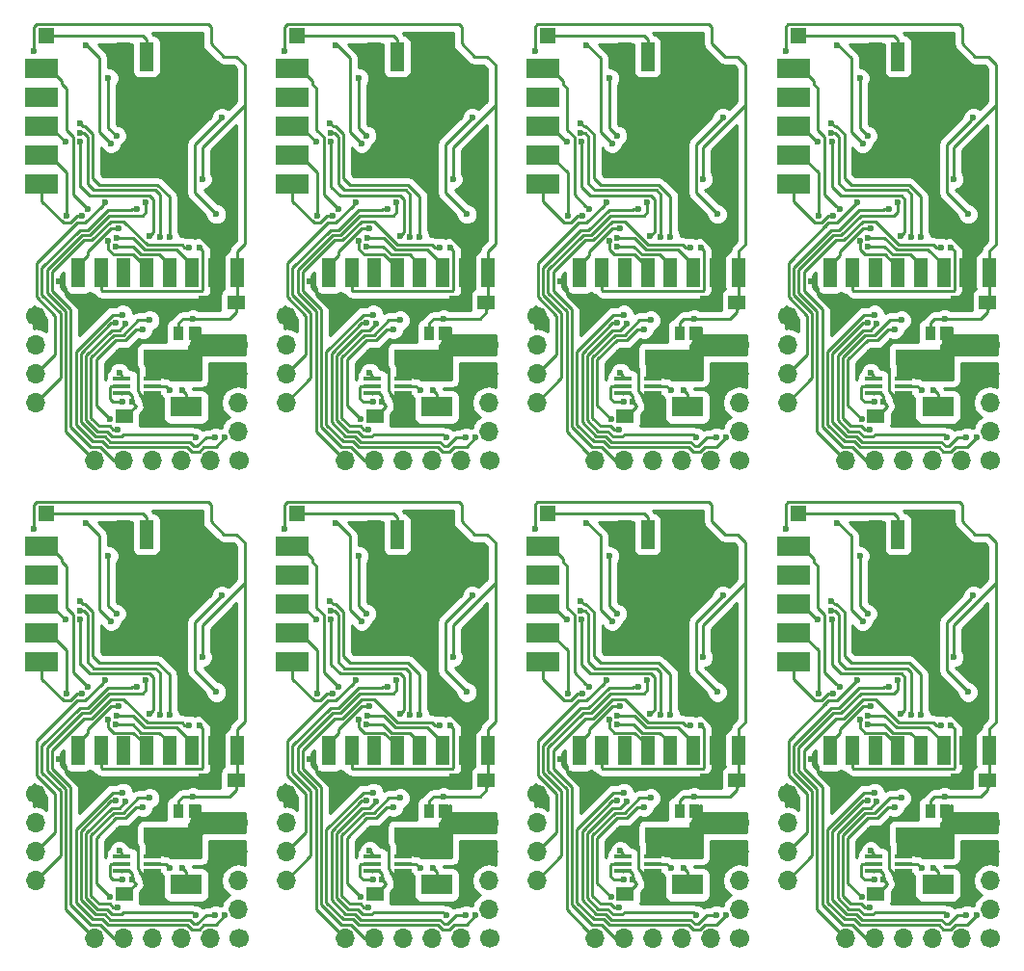
<source format=gbl>
%MOIN*%
%OFA0B0*%
%FSLAX46Y46*%
%IPPOS*%
%LPD*%
%ADD10C,0.0039370078740157488*%
%ADD11R,0.047244094488188976X0.099370078740157491*%
%ADD12C,0.066929133858267723*%
%ADD13O,0.066929133858267723X0.066929133858267723*%
%ADD14R,0.11811023622047245X0.066929133858267723*%
%ADD15R,0.059055118110236227X0.049212598425196853*%
%ADD16R,0.053149606299212608X0.053149606299212608*%
%ADD17R,0.059055118110236227X0.015748031496062995*%
%ADD18R,0.11000000000000001X0.07*%
%ADD19R,0.038188976377952759X0.05*%
%ADD20C,0.023622047244094488*%
%ADD21C,0.00984251968503937*%
%ADD22C,0.01*%
%ADD33C,0.0039370078740157488*%
%ADD34R,0.047244094488188976X0.099370078740157491*%
%ADD35C,0.066929133858267723*%
%ADD36O,0.066929133858267723X0.066929133858267723*%
%ADD37R,0.11811023622047245X0.066929133858267723*%
%ADD38R,0.059055118110236227X0.049212598425196853*%
%ADD39R,0.053149606299212608X0.053149606299212608*%
%ADD40R,0.059055118110236227X0.015748031496062995*%
%ADD41R,0.11000000000000001X0.07*%
%ADD42R,0.038188976377952759X0.05*%
%ADD43C,0.023622047244094488*%
%ADD44C,0.00984251968503937*%
%ADD45C,0.01*%
%ADD56C,0.0039370078740157488*%
%ADD57R,0.047244094488188976X0.099370078740157491*%
%ADD58C,0.066929133858267723*%
%ADD59O,0.066929133858267723X0.066929133858267723*%
%ADD60R,0.11811023622047245X0.066929133858267723*%
%ADD61R,0.059055118110236227X0.049212598425196853*%
%ADD62R,0.053149606299212608X0.053149606299212608*%
%ADD63R,0.059055118110236227X0.015748031496062995*%
%ADD64R,0.11000000000000001X0.07*%
%ADD65R,0.038188976377952759X0.05*%
%ADD66C,0.023622047244094488*%
%ADD67C,0.00984251968503937*%
%ADD68C,0.01*%
%ADD79C,0.0039370078740157488*%
%ADD80R,0.047244094488188976X0.099370078740157491*%
%ADD81C,0.066929133858267723*%
%ADD82O,0.066929133858267723X0.066929133858267723*%
%ADD83R,0.11811023622047245X0.066929133858267723*%
%ADD84R,0.059055118110236227X0.049212598425196853*%
%ADD85R,0.053149606299212608X0.053149606299212608*%
%ADD86R,0.059055118110236227X0.015748031496062995*%
%ADD87R,0.11000000000000001X0.07*%
%ADD88R,0.038188976377952759X0.05*%
%ADD89C,0.023622047244094488*%
%ADD90C,0.00984251968503937*%
%ADD91C,0.01*%
%ADD102C,0.0039370078740157488*%
%ADD103R,0.047244094488188976X0.099370078740157491*%
%ADD104C,0.066929133858267723*%
%ADD105O,0.066929133858267723X0.066929133858267723*%
%ADD106R,0.11811023622047245X0.066929133858267723*%
%ADD107R,0.059055118110236227X0.049212598425196853*%
%ADD108R,0.053149606299212608X0.053149606299212608*%
%ADD109R,0.059055118110236227X0.015748031496062995*%
%ADD110R,0.11000000000000001X0.07*%
%ADD111R,0.038188976377952759X0.05*%
%ADD112C,0.023622047244094488*%
%ADD113C,0.00984251968503937*%
%ADD114C,0.01*%
%ADD125C,0.0039370078740157488*%
%ADD126R,0.047244094488188976X0.099370078740157491*%
%ADD127C,0.066929133858267723*%
%ADD128O,0.066929133858267723X0.066929133858267723*%
%ADD129R,0.11811023622047245X0.066929133858267723*%
%ADD130R,0.059055118110236227X0.049212598425196853*%
%ADD131R,0.053149606299212608X0.053149606299212608*%
%ADD132R,0.059055118110236227X0.015748031496062995*%
%ADD133R,0.11000000000000001X0.07*%
%ADD134R,0.038188976377952759X0.05*%
%ADD135C,0.023622047244094488*%
%ADD136C,0.00984251968503937*%
%ADD137C,0.01*%
%ADD148C,0.0039370078740157488*%
%ADD149R,0.047244094488188976X0.099370078740157491*%
%ADD150C,0.066929133858267723*%
%ADD151O,0.066929133858267723X0.066929133858267723*%
%ADD152R,0.11811023622047245X0.066929133858267723*%
%ADD153R,0.059055118110236227X0.049212598425196853*%
%ADD154R,0.053149606299212608X0.053149606299212608*%
%ADD155R,0.059055118110236227X0.015748031496062995*%
%ADD156R,0.11000000000000001X0.07*%
%ADD157R,0.038188976377952759X0.05*%
%ADD158C,0.023622047244094488*%
%ADD159C,0.00984251968503937*%
%ADD160C,0.01*%
%ADD171C,0.0039370078740157488*%
%ADD172R,0.047244094488188976X0.099370078740157491*%
%ADD173C,0.066929133858267723*%
%ADD174O,0.066929133858267723X0.066929133858267723*%
%ADD175R,0.11811023622047245X0.066929133858267723*%
%ADD176R,0.059055118110236227X0.049212598425196853*%
%ADD177R,0.053149606299212608X0.053149606299212608*%
%ADD178R,0.059055118110236227X0.015748031496062995*%
%ADD179R,0.11000000000000001X0.07*%
%ADD180R,0.038188976377952759X0.05*%
%ADD181C,0.023622047244094488*%
%ADD182C,0.00984251968503937*%
%ADD183C,0.01*%
%LPD*%
G01*
D10*
D11*
X-0006692913Y0004921259D02*
X0000732677Y0000697559D03*
X0000653936Y0000697559D03*
X0000575196Y0000697559D03*
X0000496456Y0000697559D03*
X0000417716Y0000697559D03*
X0000338976Y0000697559D03*
X0000260236Y0000697559D03*
X0000181496Y0000697559D03*
X0000417716Y0001445590D03*
X0000496456Y0001445590D03*
X0000338976Y0001445590D03*
D12*
X0000034586Y0000548759D03*
D13*
X0000034586Y0000448759D03*
X0000034586Y0000348759D03*
X0000034586Y0000248759D03*
D14*
X0000055531Y0001006259D03*
X0000055531Y0001206259D03*
X0000055531Y0001406258D03*
X0000054586Y0001106259D03*
X0000054586Y0001306259D03*
D12*
X0000734586Y0000448759D03*
D13*
X0000734586Y0000348759D03*
X0000734586Y0000248759D03*
X0000734586Y0000148759D03*
D12*
X0000737086Y0000048759D03*
D13*
X0000637086Y0000048759D03*
X0000537086Y0000048759D03*
X0000437086Y0000048759D03*
X0000337086Y0000048759D03*
X0000237086Y0000048759D03*
D15*
X0000726299Y0000595259D03*
X0000627874Y0000595259D03*
D16*
X0000072086Y0001518759D03*
D15*
X0000340373Y0000201259D03*
X0000438799Y0000201259D03*
X0000438799Y0000408759D03*
X0000340373Y0000408759D03*
D17*
X0000436948Y0000331850D03*
X0000436948Y0000306259D03*
X0000436948Y0000280669D03*
X0000332224Y0000280669D03*
X0000332224Y0000306259D03*
X0000332224Y0000331850D03*
D18*
X0000554586Y0000373759D03*
X0000554586Y0000233759D03*
D19*
X0000579783Y0000488759D03*
X0000529389Y0000488759D03*
D20*
X0000610374Y0001021258D03*
X0000028086Y0001464259D03*
X0000366583Y0000250244D03*
X0000578005Y0000537927D03*
X0000498085Y0000291259D03*
X0000116086Y0000668259D03*
X0000198086Y0000529259D03*
X0000569433Y0000838544D03*
X0000496456Y0001445590D03*
X0000677261Y0001234234D03*
X0000659086Y0000900259D03*
X0000313086Y0001172259D03*
X0000286086Y0001371259D03*
X0000295086Y0001145259D03*
X0000206377Y0001486259D03*
X0000321782Y0000851935D03*
X0000600889Y0000785531D03*
X0000215654Y0000917626D03*
X0000313556Y0000819593D03*
X0000193382Y0000895356D03*
X0000284465Y0000806727D03*
X0000142086Y0000896259D03*
X0000312426Y0000788116D03*
X0000188762Y0001150259D03*
X0000426896Y0000823638D03*
X0000139479Y0001150303D03*
X0000463057Y0000823088D03*
X0000187086Y0001182259D03*
X0000186457Y0001216419D03*
X0000496314Y0000821362D03*
X0000654086Y0000128259D03*
X0000312347Y0000524234D03*
X0000688086Y0000127259D03*
X0000335477Y0000553351D03*
X0000587086Y0000127080D03*
X0000344002Y0000523030D03*
X0000566086Y0000786259D03*
X0000318106Y0000155611D03*
X0000428672Y0000533685D03*
X0000291160Y0000191534D03*
X0000405680Y0000501581D03*
X0000416085Y0000941218D03*
X0000437478Y0000407981D03*
X0000323086Y0000352259D03*
X0000540688Y0000291259D03*
X0000335086Y0000250259D03*
X0000386111Y0000919866D03*
X0000276086Y0000941218D03*
D21*
X0000757086Y0001418258D02*
X0000757086Y0001279258D01*
X0000757086Y0001279258D02*
X0000757086Y0001209259D01*
X0000610374Y0001021258D02*
X0000610374Y0001132547D01*
X0000610374Y0001132547D02*
X0000757086Y0001279258D01*
X0000757086Y0001178671D02*
X0000757086Y0001195259D01*
X0000757086Y0001195259D02*
X0000757086Y0001209259D01*
X0000757086Y0001194259D02*
X0000757086Y0001195259D01*
X0000610374Y0001021258D02*
X0000610374Y0001047547D01*
X0000757086Y0001209259D02*
X0000757086Y0001079259D01*
X0000578005Y0000537927D02*
X0000703414Y0000537927D01*
X0000703414Y0000537927D02*
X0000726299Y0000560811D01*
X0000726299Y0000560811D02*
X0000726299Y0000595259D01*
X0000028086Y0001464259D02*
X0000028086Y0001549259D01*
X0000729085Y0001446259D02*
X0000757086Y0001418258D01*
X0000028086Y0001549259D02*
X0000036956Y0001558129D01*
X0000036956Y0001558129D02*
X0000630216Y0001558129D01*
X0000630216Y0001558129D02*
X0000640086Y0001548259D01*
X0000640086Y0001548259D02*
X0000640086Y0001490259D01*
X0000640086Y0001490259D02*
X0000684086Y0001446259D01*
X0000684086Y0001446259D02*
X0000729085Y0001446259D01*
X0000757086Y0001079259D02*
X0000757086Y0001034259D01*
X0000757086Y0001042259D02*
X0000757086Y0001034259D01*
X0000757086Y0001034259D02*
X0000757086Y0000797259D01*
X0000356677Y0000280669D02*
X0000366583Y0000270763D01*
X0000366583Y0000270763D02*
X0000366583Y0000250244D01*
X0000332224Y0000280669D02*
X0000356677Y0000280669D01*
X0000378394Y0000238433D02*
X0000366583Y0000250244D01*
X0000379744Y0000237083D02*
X0000378394Y0000238433D01*
X0000379744Y0000235708D02*
X0000379744Y0000237083D01*
X0000340373Y0000201259D02*
X0000345295Y0000201259D01*
X0000345295Y0000201259D02*
X0000379744Y0000235708D01*
X0000757086Y0000797259D02*
X0000732677Y0000772850D01*
X0000732677Y0000772850D02*
X0000732677Y0000697559D01*
X0000594709Y0000537927D02*
X0000578005Y0000537927D01*
X0000732677Y0000697559D02*
X0000732677Y0000576432D01*
X0000340373Y0000201259D02*
X0000352385Y0000213271D01*
X0000332224Y0000280669D02*
X0000332224Y0000277253D01*
X0000543714Y0000537927D02*
X0000561302Y0000537927D01*
X0000529389Y0000523602D02*
X0000543714Y0000537927D01*
X0000529389Y0000488759D02*
X0000529389Y0000523602D01*
X0000561302Y0000537927D02*
X0000578005Y0000537927D01*
X0000528086Y0000487456D02*
X0000529389Y0000488759D01*
X0000436948Y0000306259D02*
X0000483086Y0000306259D01*
X0000483086Y0000306259D02*
X0000498085Y0000291259D01*
X0000138086Y0000646259D02*
X0000116086Y0000668259D01*
X0000138086Y0000621259D02*
X0000138086Y0000646259D01*
X0000138086Y0000621259D02*
X0000198086Y0000561259D01*
X0000198086Y0000561259D02*
X0000198086Y0000529259D01*
X0000627874Y0000595259D02*
X0000632795Y0000595259D01*
X0000345295Y0000408759D02*
X0000340373Y0000408759D01*
X0000387086Y0000366968D02*
X0000345295Y0000408759D01*
X0000387086Y0000287421D02*
X0000387086Y0000366968D01*
X0000438799Y0000235708D02*
X0000387086Y0000287421D01*
X0000438799Y0000201259D02*
X0000438799Y0000235708D01*
X0000586137Y0000838544D02*
X0000569433Y0000838544D01*
X0000653936Y0000697559D02*
X0000653936Y0000770744D01*
X0000653936Y0000770744D02*
X0000586137Y0000838544D01*
X0000436948Y0000280669D02*
X0000436948Y0000203110D01*
X0000436948Y0000203110D02*
X0000438799Y0000201259D01*
X0000340373Y0000408759D02*
X0000335452Y0000408759D01*
X0000665450Y0001222423D02*
X0000677261Y0001234234D01*
X0000585767Y0001142740D02*
X0000665450Y0001222423D01*
X0000585767Y0000973578D02*
X0000585767Y0001142740D01*
X0000659086Y0000900259D02*
X0000585767Y0000973578D01*
X0000286086Y0001371259D02*
X0000286086Y0001199259D01*
X0000286086Y0001199259D02*
X0000313086Y0001172259D01*
X0000255085Y0001185259D02*
X0000295086Y0001145259D01*
X0000210086Y0001486259D02*
X0000255085Y0001441259D01*
X0000255085Y0001441259D02*
X0000255085Y0001185259D01*
X0000206377Y0001486259D02*
X0000210086Y0001486259D01*
X0000214960Y0000757086D02*
X0000214960Y0000772022D01*
X0000181496Y0000723622D02*
X0000214960Y0000757086D01*
X0000214960Y0000772022D02*
X0000294873Y0000851935D01*
X0000305079Y0000851935D02*
X0000321782Y0000851935D01*
X0000181496Y0000697559D02*
X0000181496Y0000723622D01*
X0000294873Y0000851935D02*
X0000305079Y0000851935D01*
X0000600889Y0000785531D02*
X0000612700Y0000773721D01*
X0000612700Y0000773721D02*
X0000612700Y0000638722D01*
X0000612700Y0000638722D02*
X0000609055Y0000635078D01*
X0000609055Y0000635078D02*
X0000263189Y0000635078D01*
X0000263189Y0000635078D02*
X0000260236Y0000638030D01*
X0000260236Y0000638030D02*
X0000260236Y0000697559D01*
X0000417716Y0001445590D02*
X0000417716Y0001505118D01*
X0000417716Y0001505118D02*
X0000404073Y0001518759D01*
X0000404073Y0001518759D02*
X0000108503Y0001518759D01*
X0000108503Y0001518759D02*
X0000072086Y0001518759D01*
X0000575196Y0000723622D02*
X0000521062Y0000777756D01*
X0000521062Y0000777756D02*
X0000412645Y0000777756D01*
X0000575196Y0000697559D02*
X0000575196Y0000723622D01*
X0000370808Y0000819593D02*
X0000330259Y0000819593D01*
X0000330259Y0000819593D02*
X0000313556Y0000819593D01*
X0000412645Y0000777756D02*
X0000370808Y0000819593D01*
X0000081122Y0001406258D02*
X0000124429Y0001362952D01*
X0000124429Y0001351968D02*
X0000140012Y0001336384D01*
X0000140012Y0001192916D02*
X0000164086Y0001168842D01*
X0000203843Y0000929438D02*
X0000215654Y0000917626D01*
X0000164086Y0000969195D02*
X0000203843Y0000929438D01*
X0000140012Y0001336384D02*
X0000140012Y0001192916D01*
X0000124429Y0001362952D02*
X0000124429Y0001351968D01*
X0000055531Y0001406258D02*
X0000081122Y0001406258D01*
X0000164086Y0001168842D02*
X0000164086Y0000969195D01*
X0000284465Y0000790023D02*
X0000284465Y0000806727D01*
X0000284465Y0000779014D02*
X0000284465Y0000790023D01*
X0000303440Y0000760039D02*
X0000284465Y0000779014D01*
X0000372834Y0000760039D02*
X0000303440Y0000760039D01*
X0000417716Y0000715157D02*
X0000372834Y0000760039D01*
X0000417716Y0000697559D02*
X0000417716Y0000715157D01*
X0000176680Y0000895356D02*
X0000193382Y0000895356D01*
X0000152977Y0000871653D02*
X0000176680Y0000895356D01*
X0000130275Y0000871653D02*
X0000152977Y0000871653D01*
X0000055531Y0000946396D02*
X0000130275Y0000871653D01*
X0000055531Y0001006259D02*
X0000055531Y0000946396D01*
X0000496456Y0000697559D02*
X0000496456Y0000723622D01*
X0000369812Y0000788116D02*
X0000312426Y0000788116D01*
X0000496456Y0000723622D02*
X0000460039Y0000760039D01*
X0000460039Y0000760039D02*
X0000397890Y0000760039D01*
X0000397890Y0000760039D02*
X0000369812Y0000788116D01*
X0000142196Y0000920369D02*
X0000142196Y0000896369D01*
X0000142196Y0000896369D02*
X0000142086Y0000896259D01*
X0000142196Y0001044240D02*
X0000142196Y0000920369D01*
X0000080177Y0001106259D02*
X0000142196Y0001044240D01*
X0000054586Y0001106259D02*
X0000080177Y0001106259D01*
X0000188762Y0001150259D02*
X0000188762Y0000996259D01*
X0000188762Y0000996259D02*
X0000189651Y0000996259D01*
X0000189651Y0000996259D02*
X0000220086Y0000965825D01*
X0000220086Y0000965825D02*
X0000428223Y0000965825D01*
X0000428223Y0000965825D02*
X0000440692Y0000953356D01*
X0000440692Y0000953356D02*
X0000440692Y0000837434D01*
X0000440692Y0000837434D02*
X0000426896Y0000823638D01*
X0000137078Y0001150303D02*
X0000139479Y0001150303D01*
X0000081122Y0001206259D02*
X0000137078Y0001150303D01*
X0000055531Y0001206259D02*
X0000081122Y0001206259D01*
X0000463057Y0000968288D02*
X0000463057Y0000839791D01*
X0000234748Y0000983542D02*
X0000447803Y0000983542D01*
X0000213369Y0001004921D02*
X0000234748Y0000983542D01*
X0000213369Y0001169921D02*
X0000213369Y0001004921D01*
X0000447803Y0000983542D02*
X0000463057Y0000968288D01*
X0000201031Y0001182259D02*
X0000213369Y0001169921D01*
X0000463057Y0000839791D02*
X0000463057Y0000823088D01*
X0000187086Y0001182259D02*
X0000201031Y0001182259D01*
X0000496314Y0000960976D02*
X0000456031Y0001001258D01*
X0000231086Y0001026259D02*
X0000231086Y0001177259D01*
X0000496314Y0000821362D02*
X0000496314Y0000960976D01*
X0000203737Y0001204608D02*
X0000198267Y0001204608D01*
X0000198267Y0001204608D02*
X0000186457Y0001216419D01*
X0000456031Y0001001258D02*
X0000256085Y0001001258D01*
X0000231086Y0001177259D02*
X0000203737Y0001204608D01*
X0000256085Y0001001258D02*
X0000231086Y0001026259D01*
X0000637383Y0000128259D02*
X0000654086Y0000128259D01*
X0000623066Y0000128259D02*
X0000637383Y0000128259D01*
X0000592460Y0000097653D02*
X0000623066Y0000128259D01*
X0000566629Y0000112736D02*
X0000581713Y0000097653D01*
X0000581713Y0000097653D02*
X0000592460Y0000097653D01*
X0000291776Y0000112736D02*
X0000566629Y0000112736D01*
X0000239629Y0000131495D02*
X0000273017Y0000131495D01*
X0000190671Y0000180451D02*
X0000239629Y0000131495D01*
X0000273017Y0000131495D02*
X0000291776Y0000112736D01*
X0000190671Y0000418765D02*
X0000190671Y0000180451D01*
X0000296140Y0000524234D02*
X0000190671Y0000418765D01*
X0000312347Y0000524234D02*
X0000296140Y0000524234D01*
X0000657215Y0000095019D02*
X0000657215Y0000096389D01*
X0000657215Y0000096389D02*
X0000688086Y0000127259D01*
X0000614881Y0000095019D02*
X0000657215Y0000095019D01*
X0000300201Y0000553351D02*
X0000172954Y0000426103D01*
X0000265679Y0000113778D02*
X0000284437Y0000095019D01*
X0000284437Y0000095019D02*
X0000559291Y0000095019D01*
X0000232290Y0000113778D02*
X0000265679Y0000113778D01*
X0000559291Y0000095019D02*
X0000574374Y0000079936D01*
X0000574374Y0000079936D02*
X0000599798Y0000079936D01*
X0000599798Y0000079936D02*
X0000614881Y0000095019D01*
X0000172954Y0000173114D02*
X0000232290Y0000113778D01*
X0000172954Y0000426103D02*
X0000172954Y0000173114D01*
X0000335477Y0000553351D02*
X0000300201Y0000553351D01*
X0000575275Y0000138890D02*
X0000587086Y0000127080D01*
X0000298563Y0000131005D02*
X0000329943Y0000131005D01*
X0000280356Y0000149212D02*
X0000298563Y0000131005D01*
X0000246967Y0000149212D02*
X0000280356Y0000149212D01*
X0000208388Y0000187791D02*
X0000246967Y0000149212D01*
X0000208388Y0000411426D02*
X0000208388Y0000187791D01*
X0000344002Y0000523030D02*
X0000344002Y0000520606D01*
X0000329943Y0000131005D02*
X0000337829Y0000138890D01*
X0000296573Y0000499611D02*
X0000208388Y0000411426D01*
X0000344002Y0000520606D02*
X0000323006Y0000499611D01*
X0000337829Y0000138890D02*
X0000575275Y0000138890D01*
X0000323006Y0000499611D02*
X0000296573Y0000499611D01*
X0000539930Y0000795712D02*
X0000419745Y0000795712D01*
X0000228101Y0000810219D02*
X0000201574Y0000810219D01*
X0000155237Y0000571740D02*
X0000155237Y0000165775D01*
X0000258340Y0000096061D02*
X0000305642Y0000048759D01*
X0000305642Y0000048759D02*
X0000337086Y0000048759D01*
X0000155237Y0000165775D02*
X0000224951Y0000096061D01*
X0000549383Y0000786259D02*
X0000539930Y0000795712D01*
X0000201574Y0000810219D02*
X0000091480Y0000700124D01*
X0000091480Y0000700124D02*
X0000091480Y0000635497D01*
X0000566086Y0000786259D02*
X0000549383Y0000786259D01*
X0000294425Y0000876541D02*
X0000228101Y0000810219D01*
X0000419745Y0000795712D02*
X0000338914Y0000876541D01*
X0000224951Y0000096061D02*
X0000258340Y0000096061D01*
X0000091480Y0000635497D02*
X0000155237Y0000571740D01*
X0000338914Y0000876541D02*
X0000294425Y0000876541D01*
X0000290085Y0000166929D02*
X0000301403Y0000155611D01*
X0000301403Y0000155611D02*
X0000318106Y0000155611D01*
X0000226105Y0000404088D02*
X0000226105Y0000195129D01*
X0000303911Y0000481893D02*
X0000226105Y0000404088D01*
X0000389456Y0000533685D02*
X0000337664Y0000481893D01*
X0000337664Y0000481893D02*
X0000303911Y0000481893D01*
X0000428672Y0000533685D02*
X0000389456Y0000533685D01*
X0000226105Y0000195129D02*
X0000254305Y0000166929D01*
X0000254305Y0000166929D02*
X0000290085Y0000166929D01*
X0000291160Y0000191534D02*
X0000243822Y0000238874D01*
X0000382408Y0000501581D02*
X0000405680Y0000501581D01*
X0000243822Y0000238874D02*
X0000243822Y0000396749D01*
X0000243822Y0000396749D02*
X0000311250Y0000464177D01*
X0000311250Y0000464177D02*
X0000345004Y0000464177D01*
X0000345004Y0000464177D02*
X0000382408Y0000501581D01*
X0000416085Y0000907258D02*
X0000404085Y0000895258D01*
X0000416085Y0000941218D02*
X0000416085Y0000907258D01*
X0000203622Y0000082224D02*
X0000237086Y0000048759D01*
X0000073763Y0000628158D02*
X0000137520Y0000564401D01*
X0000194236Y0000827936D02*
X0000073763Y0000707463D01*
X0000220763Y0000827936D02*
X0000194236Y0000827936D01*
X0000137520Y0000564401D02*
X0000137520Y0000148325D01*
X0000137520Y0000148325D02*
X0000203622Y0000082224D01*
X0000404085Y0000895258D02*
X0000288086Y0000895258D01*
X0000073763Y0000707463D02*
X0000073763Y0000628158D01*
X0000288086Y0000895258D02*
X0000220763Y0000827936D01*
X0000332224Y0000331850D02*
X0000332224Y0000343122D01*
X0000332224Y0000343122D02*
X0000323086Y0000352259D01*
X0000436948Y0000407450D02*
X0000437478Y0000407981D01*
X0000436948Y0000331850D02*
X0000436948Y0000407450D01*
X0000554586Y0000278602D02*
X0000541929Y0000291259D01*
X0000541929Y0000291259D02*
X0000540688Y0000291259D01*
X0000554586Y0000233759D02*
X0000554586Y0000278602D01*
X0000289901Y0000262025D02*
X0000301667Y0000250259D01*
X0000301667Y0000250259D02*
X0000335086Y0000250259D01*
X0000289901Y0000303307D02*
X0000289901Y0000262025D01*
X0000332224Y0000306259D02*
X0000292854Y0000306259D01*
X0000292854Y0000306259D02*
X0000289901Y0000303307D01*
X0000056046Y0000620820D02*
X0000056046Y0000714801D01*
X0000034586Y0000248759D02*
X0000119803Y0000333976D01*
X0000369407Y0000919866D02*
X0000386111Y0000919866D01*
X0000284383Y0000916612D02*
X0000366153Y0000916612D01*
X0000213423Y0000845653D02*
X0000284383Y0000916612D01*
X0000056046Y0000714801D02*
X0000186897Y0000845653D01*
X0000119803Y0000557062D02*
X0000056046Y0000620820D01*
X0000366153Y0000916612D02*
X0000369407Y0000919866D01*
X0000119803Y0000333976D02*
X0000119803Y0000557062D01*
X0000186897Y0000845653D02*
X0000213423Y0000845653D01*
X0000038329Y0000613481D02*
X0000038329Y0000730895D01*
X0000102086Y0000416259D02*
X0000102086Y0000549724D01*
X0000034586Y0000348759D02*
X0000102086Y0000416259D01*
X0000102086Y0000549724D02*
X0000038329Y0000613481D01*
X0000038329Y0000730895D02*
X0000177693Y0000870259D01*
X0000205127Y0000870259D02*
X0000264275Y0000929407D01*
X0000264275Y0000929407D02*
X0000276086Y0000941218D01*
X0000177693Y0000870259D02*
X0000205127Y0000870259D01*
X0000165882Y0000858448D02*
X0000177693Y0000870259D01*
D22*
G36*
X0000759447Y0000301876D02*
X0000758105Y0000302774D01*
X0000735731Y0000307224D01*
X0000733441Y0000307224D01*
X0000711067Y0000302774D01*
X0000692100Y0000290100D01*
X0000679426Y0000271133D01*
X0000674976Y0000248759D01*
X0000679426Y0000226386D01*
X0000692100Y0000207419D01*
X0000705060Y0000198759D01*
X0000692100Y0000190100D01*
X0000679426Y0000171133D01*
X0000677775Y0000162828D01*
X0000672286Y0000160559D01*
X0000661440Y0000165064D01*
X0000646796Y0000165077D01*
X0000633262Y0000159484D01*
X0000631954Y0000158181D01*
X0000623066Y0000158181D01*
X0000613515Y0000156281D01*
X0000611616Y0000155903D01*
X0000610842Y0000155386D01*
X0000607965Y0000158268D01*
X0000594440Y0000163884D01*
X0000590687Y0000163887D01*
X0000586725Y0000166534D01*
X0000575275Y0000168812D01*
X0000393803Y0000168812D01*
X0000395391Y0000176653D01*
X0000395391Y0000209040D01*
X0000400901Y0000214551D01*
X0000407387Y0000224258D01*
X0000409665Y0000235708D01*
X0000409665Y0000237083D01*
X0000409309Y0000238874D01*
X0000407387Y0000248533D01*
X0000403396Y0000254504D01*
X0000403400Y0000257533D01*
X0000397808Y0000271068D01*
X0000396103Y0000272776D01*
X0000395393Y0000276346D01*
X0000397504Y0000274904D01*
X0000407421Y0000272896D01*
X0000465844Y0000272896D01*
X0000466861Y0000270435D01*
X0000474096Y0000263187D01*
X0000474096Y0000198759D01*
X0000475840Y0000189495D01*
X0000481315Y0000180986D01*
X0000489669Y0000175278D01*
X0000499585Y0000173270D01*
X0000609586Y0000173270D01*
X0000618851Y0000175013D01*
X0000627359Y0000180488D01*
X0000633067Y0000188842D01*
X0000635075Y0000198759D01*
X0000635075Y0000268759D01*
X0000633333Y0000278024D01*
X0000627857Y0000286533D01*
X0000619503Y0000292241D01*
X0000609586Y0000294249D01*
X0000579425Y0000294249D01*
X0000577504Y0000297125D01*
X0000577505Y0000298549D01*
X0000577418Y0000298759D01*
X0000609586Y0000298759D01*
X0000618672Y0000300469D01*
X0000627018Y0000305839D01*
X0000632616Y0000314033D01*
X0000634586Y0000323759D01*
X0000634586Y0000336341D01*
X0000635075Y0000338759D01*
X0000635075Y0000383758D01*
X0000759447Y0000383758D01*
X0000759447Y0000301876D01*
X0000759447Y0000301876D01*
G37*
X0000759447Y0000301876D02*
X0000758105Y0000302774D01*
X0000735731Y0000307224D01*
X0000733441Y0000307224D01*
X0000711067Y0000302774D01*
X0000692100Y0000290100D01*
X0000679426Y0000271133D01*
X0000674976Y0000248759D01*
X0000679426Y0000226386D01*
X0000692100Y0000207419D01*
X0000705060Y0000198759D01*
X0000692100Y0000190100D01*
X0000679426Y0000171133D01*
X0000677775Y0000162828D01*
X0000672286Y0000160559D01*
X0000661440Y0000165064D01*
X0000646796Y0000165077D01*
X0000633262Y0000159484D01*
X0000631954Y0000158181D01*
X0000623066Y0000158181D01*
X0000613515Y0000156281D01*
X0000611616Y0000155903D01*
X0000610842Y0000155386D01*
X0000607965Y0000158268D01*
X0000594440Y0000163884D01*
X0000590687Y0000163887D01*
X0000586725Y0000166534D01*
X0000575275Y0000168812D01*
X0000393803Y0000168812D01*
X0000395391Y0000176653D01*
X0000395391Y0000209040D01*
X0000400901Y0000214551D01*
X0000407387Y0000224258D01*
X0000409665Y0000235708D01*
X0000409665Y0000237083D01*
X0000409309Y0000238874D01*
X0000407387Y0000248533D01*
X0000403396Y0000254504D01*
X0000403400Y0000257533D01*
X0000397808Y0000271068D01*
X0000396103Y0000272776D01*
X0000395393Y0000276346D01*
X0000397504Y0000274904D01*
X0000407421Y0000272896D01*
X0000465844Y0000272896D01*
X0000466861Y0000270435D01*
X0000474096Y0000263187D01*
X0000474096Y0000198759D01*
X0000475840Y0000189495D01*
X0000481315Y0000180986D01*
X0000489669Y0000175278D01*
X0000499585Y0000173270D01*
X0000609586Y0000173270D01*
X0000618851Y0000175013D01*
X0000627359Y0000180488D01*
X0000633067Y0000188842D01*
X0000635075Y0000198759D01*
X0000635075Y0000268759D01*
X0000633333Y0000278024D01*
X0000627857Y0000286533D01*
X0000619503Y0000292241D01*
X0000609586Y0000294249D01*
X0000579425Y0000294249D01*
X0000577504Y0000297125D01*
X0000577505Y0000298549D01*
X0000577418Y0000298759D01*
X0000609586Y0000298759D01*
X0000618672Y0000300469D01*
X0000627018Y0000305839D01*
X0000632616Y0000314033D01*
X0000634586Y0000323759D01*
X0000634586Y0000336341D01*
X0000635075Y0000338759D01*
X0000635075Y0000383758D01*
X0000759447Y0000383758D01*
X0000759447Y0000301876D01*
G36*
X0000610165Y0001490259D02*
X0000612442Y0001478809D01*
X0000618929Y0001469102D01*
X0000662929Y0001425102D01*
X0000672636Y0001418616D01*
X0000684086Y0001416338D01*
X0000716692Y0001416338D01*
X0000727165Y0001405865D01*
X0000727165Y0001291653D01*
X0000699536Y0001264024D01*
X0000698140Y0001265423D01*
X0000684615Y0001271039D01*
X0000669971Y0001271051D01*
X0000656437Y0001265459D01*
X0000646072Y0001255113D01*
X0000640456Y0001241588D01*
X0000640455Y0001239743D01*
X0000564610Y0001163898D01*
X0000558124Y0001154190D01*
X0000555846Y0001142740D01*
X0000555846Y0000973578D01*
X0000558124Y0000962127D01*
X0000564610Y0000952421D01*
X0000622270Y0000894760D01*
X0000622269Y0000892969D01*
X0000627861Y0000879435D01*
X0000638206Y0000869071D01*
X0000651732Y0000863455D01*
X0000666376Y0000863442D01*
X0000679911Y0000869033D01*
X0000690275Y0000879380D01*
X0000695891Y0000892905D01*
X0000695904Y0000907549D01*
X0000690311Y0000921084D01*
X0000679965Y0000931448D01*
X0000666439Y0000937064D01*
X0000664595Y0000937066D01*
X0000617218Y0000984442D01*
X0000617664Y0000984442D01*
X0000631198Y0000990033D01*
X0000641562Y0001000380D01*
X0000647178Y0001013905D01*
X0000647191Y0001028548D01*
X0000641599Y0001042084D01*
X0000640295Y0001043390D01*
X0000640295Y0001120153D01*
X0000727165Y0001207023D01*
X0000727165Y0000809653D01*
X0000711519Y0000794007D01*
X0000705033Y0000784300D01*
X0000702755Y0000772850D01*
X0000702755Y0000771547D01*
X0000699790Y0000770990D01*
X0000691281Y0000765515D01*
X0000685573Y0000757160D01*
X0000683565Y0000747244D01*
X0000683565Y0000647874D01*
X0000684706Y0000641810D01*
X0000678998Y0000638137D01*
X0000673290Y0000629783D01*
X0000671281Y0000619866D01*
X0000671281Y0000570653D01*
X0000671809Y0000567848D01*
X0000600150Y0000567848D01*
X0000598884Y0000569116D01*
X0000585360Y0000574732D01*
X0000570715Y0000574744D01*
X0000557181Y0000569152D01*
X0000555875Y0000567848D01*
X0000543714Y0000567848D01*
X0000532264Y0000565571D01*
X0000522557Y0000559085D01*
X0000508232Y0000544759D01*
X0000503723Y0000538013D01*
X0000501030Y0000537506D01*
X0000492522Y0000532031D01*
X0000486813Y0000523676D01*
X0000484805Y0000513758D01*
X0000484805Y0000463759D01*
X0000485746Y0000458759D01*
X0000468801Y0000458759D01*
X0000468326Y0000458855D01*
X0000409271Y0000458855D01*
X0000408761Y0000458759D01*
X0000407085Y0000458759D01*
X0000398000Y0000457050D01*
X0000389654Y0000451680D01*
X0000384056Y0000443485D01*
X0000382086Y0000433758D01*
X0000382086Y0000354291D01*
X0000380023Y0000357497D01*
X0000371668Y0000363205D01*
X0000361751Y0000365214D01*
X0000357563Y0000365214D01*
X0000354311Y0000373084D01*
X0000343965Y0000383448D01*
X0000330440Y0000389064D01*
X0000315796Y0000389077D01*
X0000302262Y0000383484D01*
X0000291897Y0000373138D01*
X0000286281Y0000359614D01*
X0000286281Y0000358869D01*
X0000284923Y0000357995D01*
X0000279215Y0000349641D01*
X0000277207Y0000339724D01*
X0000277207Y0000331099D01*
X0000273743Y0000328785D01*
X0000273743Y0000384354D01*
X0000323644Y0000434256D01*
X0000345004Y0000434256D01*
X0000349559Y0000435162D01*
X0000356453Y0000436534D01*
X0000356453Y0000436534D01*
X0000356453Y0000436534D01*
X0000365577Y0000442630D01*
X0000366161Y0000443020D01*
X0000390972Y0000467830D01*
X0000398326Y0000464776D01*
X0000412970Y0000464764D01*
X0000426505Y0000470356D01*
X0000436869Y0000480702D01*
X0000442485Y0000494227D01*
X0000442490Y0000499565D01*
X0000449496Y0000502460D01*
X0000459861Y0000512806D01*
X0000465477Y0000526331D01*
X0000465489Y0000540975D01*
X0000459897Y0000554510D01*
X0000449551Y0000564874D01*
X0000436026Y0000570490D01*
X0000421381Y0000570503D01*
X0000407847Y0000564910D01*
X0000406541Y0000563606D01*
X0000389456Y0000563606D01*
X0000379906Y0000561707D01*
X0000378006Y0000561329D01*
X0000372291Y0000557510D01*
X0000372294Y0000560641D01*
X0000366702Y0000574175D01*
X0000356356Y0000584539D01*
X0000342831Y0000590155D01*
X0000328186Y0000590168D01*
X0000314652Y0000584576D01*
X0000313346Y0000583272D01*
X0000300201Y0000583272D01*
X0000290651Y0000581372D01*
X0000288751Y0000580994D01*
X0000279044Y0000574508D01*
X0000185158Y0000480623D01*
X0000185158Y0000571740D01*
X0000182881Y0000583190D01*
X0000176395Y0000592897D01*
X0000121401Y0000647891D01*
X0000121401Y0000687731D01*
X0000132384Y0000698713D01*
X0000132384Y0000647874D01*
X0000134127Y0000638609D01*
X0000139602Y0000630100D01*
X0000147957Y0000624392D01*
X0000157873Y0000622384D01*
X0000205117Y0000622384D01*
X0000214382Y0000624127D01*
X0000220923Y0000628336D01*
X0000226697Y0000624392D01*
X0000235206Y0000622669D01*
X0000239078Y0000616873D01*
X0000242031Y0000613921D01*
X0000251738Y0000607435D01*
X0000253637Y0000607057D01*
X0000263189Y0000605157D01*
X0000609055Y0000605157D01*
X0000620505Y0000607435D01*
X0000630212Y0000613921D01*
X0000633857Y0000617566D01*
X0000640344Y0000627273D01*
X0000642621Y0000638722D01*
X0000642621Y0000773721D01*
X0000640344Y0000785172D01*
X0000637703Y0000789123D01*
X0000637706Y0000792822D01*
X0000632113Y0000806357D01*
X0000621768Y0000816721D01*
X0000608243Y0000822337D01*
X0000593599Y0000822350D01*
X0000584357Y0000818531D01*
X0000573440Y0000823064D01*
X0000558796Y0000823077D01*
X0000554472Y0000821290D01*
X0000551381Y0000823354D01*
X0000539930Y0000825633D01*
X0000533129Y0000825633D01*
X0000533131Y0000828652D01*
X0000527539Y0000842186D01*
X0000526235Y0000843492D01*
X0000526235Y0000960976D01*
X0000525727Y0000963530D01*
X0000523957Y0000972426D01*
X0000517471Y0000982134D01*
X0000477188Y0001022416D01*
X0000467481Y0001028902D01*
X0000456031Y0001031180D01*
X0000268480Y0001031180D01*
X0000261007Y0001038653D01*
X0000261007Y0001131341D01*
X0000263861Y0001124435D01*
X0000274207Y0001114071D01*
X0000287732Y0001108455D01*
X0000302376Y0001108442D01*
X0000315911Y0001114034D01*
X0000326275Y0001124380D01*
X0000331891Y0001137905D01*
X0000331893Y0001140200D01*
X0000333911Y0001141034D01*
X0000344275Y0001151380D01*
X0000349891Y0001164905D01*
X0000349904Y0001179549D01*
X0000344310Y0001193084D01*
X0000333965Y0001203448D01*
X0000320440Y0001209064D01*
X0000318595Y0001209066D01*
X0000316006Y0001211653D01*
X0000316006Y0001349115D01*
X0000317275Y0001350380D01*
X0000322891Y0001363905D01*
X0000322903Y0001378549D01*
X0000317311Y0001392084D01*
X0000306965Y0001402448D01*
X0000293440Y0001408062D01*
X0000285007Y0001408071D01*
X0000285007Y0001441259D01*
X0000282730Y0001452708D01*
X0000276244Y0001462417D01*
X0000249822Y0001488838D01*
X0000368603Y0001488838D01*
X0000368603Y0001395904D01*
X0000370347Y0001386641D01*
X0000375823Y0001378132D01*
X0000384177Y0001372423D01*
X0000394094Y0001370415D01*
X0000441338Y0001370415D01*
X0000450601Y0001372158D01*
X0000459111Y0001377634D01*
X0000464820Y0001385988D01*
X0000466828Y0001395904D01*
X0000466828Y0001495274D01*
X0000465085Y0001504539D01*
X0000459608Y0001513047D01*
X0000451255Y0001518757D01*
X0000442746Y0001520479D01*
X0000438873Y0001526275D01*
X0000436939Y0001528208D01*
X0000610165Y0001528208D01*
X0000610165Y0001490259D01*
X0000610165Y0001490259D01*
G37*
X0000610165Y0001490259D02*
X0000612442Y0001478809D01*
X0000618929Y0001469102D01*
X0000662929Y0001425102D01*
X0000672636Y0001418616D01*
X0000684086Y0001416338D01*
X0000716692Y0001416338D01*
X0000727165Y0001405865D01*
X0000727165Y0001291653D01*
X0000699536Y0001264024D01*
X0000698140Y0001265423D01*
X0000684615Y0001271039D01*
X0000669971Y0001271051D01*
X0000656437Y0001265459D01*
X0000646072Y0001255113D01*
X0000640456Y0001241588D01*
X0000640455Y0001239743D01*
X0000564610Y0001163898D01*
X0000558124Y0001154190D01*
X0000555846Y0001142740D01*
X0000555846Y0000973578D01*
X0000558124Y0000962127D01*
X0000564610Y0000952421D01*
X0000622270Y0000894760D01*
X0000622269Y0000892969D01*
X0000627861Y0000879435D01*
X0000638206Y0000869071D01*
X0000651732Y0000863455D01*
X0000666376Y0000863442D01*
X0000679911Y0000869033D01*
X0000690275Y0000879380D01*
X0000695891Y0000892905D01*
X0000695904Y0000907549D01*
X0000690311Y0000921084D01*
X0000679965Y0000931448D01*
X0000666439Y0000937064D01*
X0000664595Y0000937066D01*
X0000617218Y0000984442D01*
X0000617664Y0000984442D01*
X0000631198Y0000990033D01*
X0000641562Y0001000380D01*
X0000647178Y0001013905D01*
X0000647191Y0001028548D01*
X0000641599Y0001042084D01*
X0000640295Y0001043390D01*
X0000640295Y0001120153D01*
X0000727165Y0001207023D01*
X0000727165Y0000809653D01*
X0000711519Y0000794007D01*
X0000705033Y0000784300D01*
X0000702755Y0000772850D01*
X0000702755Y0000771547D01*
X0000699790Y0000770990D01*
X0000691281Y0000765515D01*
X0000685573Y0000757160D01*
X0000683565Y0000747244D01*
X0000683565Y0000647874D01*
X0000684706Y0000641810D01*
X0000678998Y0000638137D01*
X0000673290Y0000629783D01*
X0000671281Y0000619866D01*
X0000671281Y0000570653D01*
X0000671809Y0000567848D01*
X0000600150Y0000567848D01*
X0000598884Y0000569116D01*
X0000585360Y0000574732D01*
X0000570715Y0000574744D01*
X0000557181Y0000569152D01*
X0000555875Y0000567848D01*
X0000543714Y0000567848D01*
X0000532264Y0000565571D01*
X0000522557Y0000559085D01*
X0000508232Y0000544759D01*
X0000503723Y0000538013D01*
X0000501030Y0000537506D01*
X0000492522Y0000532031D01*
X0000486813Y0000523676D01*
X0000484805Y0000513758D01*
X0000484805Y0000463759D01*
X0000485746Y0000458759D01*
X0000468801Y0000458759D01*
X0000468326Y0000458855D01*
X0000409271Y0000458855D01*
X0000408761Y0000458759D01*
X0000407085Y0000458759D01*
X0000398000Y0000457050D01*
X0000389654Y0000451680D01*
X0000384056Y0000443485D01*
X0000382086Y0000433758D01*
X0000382086Y0000354291D01*
X0000380023Y0000357497D01*
X0000371668Y0000363205D01*
X0000361751Y0000365214D01*
X0000357563Y0000365214D01*
X0000354311Y0000373084D01*
X0000343965Y0000383448D01*
X0000330440Y0000389064D01*
X0000315796Y0000389077D01*
X0000302262Y0000383484D01*
X0000291897Y0000373138D01*
X0000286281Y0000359614D01*
X0000286281Y0000358869D01*
X0000284923Y0000357995D01*
X0000279215Y0000349641D01*
X0000277207Y0000339724D01*
X0000277207Y0000331099D01*
X0000273743Y0000328785D01*
X0000273743Y0000384354D01*
X0000323644Y0000434256D01*
X0000345004Y0000434256D01*
X0000349559Y0000435162D01*
X0000356453Y0000436534D01*
X0000356453Y0000436534D01*
X0000356453Y0000436534D01*
X0000365577Y0000442630D01*
X0000366161Y0000443020D01*
X0000390972Y0000467830D01*
X0000398326Y0000464776D01*
X0000412970Y0000464764D01*
X0000426505Y0000470356D01*
X0000436869Y0000480702D01*
X0000442485Y0000494227D01*
X0000442490Y0000499565D01*
X0000449496Y0000502460D01*
X0000459861Y0000512806D01*
X0000465477Y0000526331D01*
X0000465489Y0000540975D01*
X0000459897Y0000554510D01*
X0000449551Y0000564874D01*
X0000436026Y0000570490D01*
X0000421381Y0000570503D01*
X0000407847Y0000564910D01*
X0000406541Y0000563606D01*
X0000389456Y0000563606D01*
X0000379906Y0000561707D01*
X0000378006Y0000561329D01*
X0000372291Y0000557510D01*
X0000372294Y0000560641D01*
X0000366702Y0000574175D01*
X0000356356Y0000584539D01*
X0000342831Y0000590155D01*
X0000328186Y0000590168D01*
X0000314652Y0000584576D01*
X0000313346Y0000583272D01*
X0000300201Y0000583272D01*
X0000290651Y0000581372D01*
X0000288751Y0000580994D01*
X0000279044Y0000574508D01*
X0000185158Y0000480623D01*
X0000185158Y0000571740D01*
X0000182881Y0000583190D01*
X0000176395Y0000592897D01*
X0000121401Y0000647891D01*
X0000121401Y0000687731D01*
X0000132384Y0000698713D01*
X0000132384Y0000647874D01*
X0000134127Y0000638609D01*
X0000139602Y0000630100D01*
X0000147957Y0000624392D01*
X0000157873Y0000622384D01*
X0000205117Y0000622384D01*
X0000214382Y0000624127D01*
X0000220923Y0000628336D01*
X0000226697Y0000624392D01*
X0000235206Y0000622669D01*
X0000239078Y0000616873D01*
X0000242031Y0000613921D01*
X0000251738Y0000607435D01*
X0000253637Y0000607057D01*
X0000263189Y0000605157D01*
X0000609055Y0000605157D01*
X0000620505Y0000607435D01*
X0000630212Y0000613921D01*
X0000633857Y0000617566D01*
X0000640344Y0000627273D01*
X0000642621Y0000638722D01*
X0000642621Y0000773721D01*
X0000640344Y0000785172D01*
X0000637703Y0000789123D01*
X0000637706Y0000792822D01*
X0000632113Y0000806357D01*
X0000621768Y0000816721D01*
X0000608243Y0000822337D01*
X0000593599Y0000822350D01*
X0000584357Y0000818531D01*
X0000573440Y0000823064D01*
X0000558796Y0000823077D01*
X0000554472Y0000821290D01*
X0000551381Y0000823354D01*
X0000539930Y0000825633D01*
X0000533129Y0000825633D01*
X0000533131Y0000828652D01*
X0000527539Y0000842186D01*
X0000526235Y0000843492D01*
X0000526235Y0000960976D01*
X0000525727Y0000963530D01*
X0000523957Y0000972426D01*
X0000517471Y0000982134D01*
X0000477188Y0001022416D01*
X0000467481Y0001028902D01*
X0000456031Y0001031180D01*
X0000268480Y0001031180D01*
X0000261007Y0001038653D01*
X0000261007Y0001131341D01*
X0000263861Y0001124435D01*
X0000274207Y0001114071D01*
X0000287732Y0001108455D01*
X0000302376Y0001108442D01*
X0000315911Y0001114034D01*
X0000326275Y0001124380D01*
X0000331891Y0001137905D01*
X0000331893Y0001140200D01*
X0000333911Y0001141034D01*
X0000344275Y0001151380D01*
X0000349891Y0001164905D01*
X0000349904Y0001179549D01*
X0000344310Y0001193084D01*
X0000333965Y0001203448D01*
X0000320440Y0001209064D01*
X0000318595Y0001209066D01*
X0000316006Y0001211653D01*
X0000316006Y0001349115D01*
X0000317275Y0001350380D01*
X0000322891Y0001363905D01*
X0000322903Y0001378549D01*
X0000317311Y0001392084D01*
X0000306965Y0001402448D01*
X0000293440Y0001408062D01*
X0000285007Y0001408071D01*
X0000285007Y0001441259D01*
X0000282730Y0001452708D01*
X0000276244Y0001462417D01*
X0000249822Y0001488838D01*
X0000368603Y0001488838D01*
X0000368603Y0001395904D01*
X0000370347Y0001386641D01*
X0000375823Y0001378132D01*
X0000384177Y0001372423D01*
X0000394094Y0001370415D01*
X0000441338Y0001370415D01*
X0000450601Y0001372158D01*
X0000459111Y0001377634D01*
X0000464820Y0001385988D01*
X0000466828Y0001395904D01*
X0000466828Y0001495274D01*
X0000465085Y0001504539D01*
X0000459608Y0001513047D01*
X0000451255Y0001518757D01*
X0000442746Y0001520479D01*
X0000438873Y0001526275D01*
X0000436939Y0001528208D01*
X0000610165Y0001528208D01*
X0000610165Y0001490259D01*
G36*
X0000072165Y0000537330D02*
X0000072165Y0000493379D01*
X0000058105Y0000502774D01*
X0000035731Y0000507224D01*
X0000033441Y0000507224D01*
X0000027952Y0000506132D01*
X0000027952Y0000581543D01*
X0000072165Y0000537330D01*
X0000072165Y0000537330D01*
G37*
X0000072165Y0000537330D02*
X0000072165Y0000493379D01*
X0000058105Y0000502774D01*
X0000035731Y0000507224D01*
X0000033441Y0000507224D01*
X0000027952Y0000506132D01*
X0000027952Y0000581543D01*
X0000072165Y0000537330D01*
G36*
X0000602086Y0000486259D02*
X0000602480Y0000484314D01*
X0000603600Y0000482675D01*
X0000605269Y0000481601D01*
X0000607086Y0000481259D01*
X0000759447Y0000481259D01*
X0000759447Y0000413759D01*
X0000609586Y0000413759D01*
X0000607641Y0000413365D01*
X0000606002Y0000412246D01*
X0000604928Y0000410577D01*
X0000604586Y0000408759D01*
X0000604586Y0000328759D01*
X0000502233Y0000328759D01*
X0000494536Y0000333903D01*
X0000483086Y0000336181D01*
X0000478492Y0000336181D01*
X0000476393Y0000337614D01*
X0000466476Y0000339622D01*
X0000417007Y0000339622D01*
X0000417007Y0000366968D01*
X0000414730Y0000378418D01*
X0000412086Y0000382375D01*
X0000412086Y0000428759D01*
X0000559586Y0000428759D01*
X0000561531Y0000429153D01*
X0000563170Y0000430273D01*
X0000564244Y0000431942D01*
X0000564586Y0000433758D01*
X0000564586Y0000444413D01*
X0000566257Y0000445488D01*
X0000571965Y0000453842D01*
X0000573973Y0000463759D01*
X0000573973Y0000501119D01*
X0000585295Y0000501110D01*
X0000598830Y0000506702D01*
X0000600136Y0000508005D01*
X0000602086Y0000508005D01*
X0000602086Y0000486259D01*
X0000602086Y0000486259D01*
G37*
X0000602086Y0000486259D02*
X0000602480Y0000484314D01*
X0000603600Y0000482675D01*
X0000605269Y0000481601D01*
X0000607086Y0000481259D01*
X0000759447Y0000481259D01*
X0000759447Y0000413759D01*
X0000609586Y0000413759D01*
X0000607641Y0000413365D01*
X0000606002Y0000412246D01*
X0000604928Y0000410577D01*
X0000604586Y0000408759D01*
X0000604586Y0000328759D01*
X0000502233Y0000328759D01*
X0000494536Y0000333903D01*
X0000483086Y0000336181D01*
X0000478492Y0000336181D01*
X0000476393Y0000337614D01*
X0000466476Y0000339622D01*
X0000417007Y0000339622D01*
X0000417007Y0000366968D01*
X0000414730Y0000378418D01*
X0000412086Y0000382375D01*
X0000412086Y0000428759D01*
X0000559586Y0000428759D01*
X0000561531Y0000429153D01*
X0000563170Y0000430273D01*
X0000564244Y0000431942D01*
X0000564586Y0000433758D01*
X0000564586Y0000444413D01*
X0000566257Y0000445488D01*
X0000571965Y0000453842D01*
X0000573973Y0000463759D01*
X0000573973Y0000501119D01*
X0000585295Y0000501110D01*
X0000598830Y0000506702D01*
X0000600136Y0000508005D01*
X0000602086Y0000508005D01*
X0000602086Y0000486259D01*
G01*
D33*
D34*
X-0006692913Y0006574803D02*
X0000732677Y0002351102D03*
X0000653936Y0002351102D03*
X0000575196Y0002351102D03*
X0000496456Y0002351102D03*
X0000417716Y0002351102D03*
X0000338976Y0002351102D03*
X0000260236Y0002351102D03*
X0000181496Y0002351102D03*
X0000417716Y0003099133D03*
X0000496456Y0003099133D03*
X0000338976Y0003099133D03*
D35*
X0000034586Y0002202303D03*
D36*
X0000034586Y0002102303D03*
X0000034586Y0002002303D03*
X0000034586Y0001902303D03*
D37*
X0000055531Y0002659803D03*
X0000055531Y0002859803D03*
X0000055531Y0003059803D03*
X0000054586Y0002759803D03*
X0000054586Y0002959803D03*
D35*
X0000734586Y0002102303D03*
D36*
X0000734586Y0002002303D03*
X0000734586Y0001902303D03*
X0000734586Y0001802303D03*
D35*
X0000737086Y0001702303D03*
D36*
X0000637086Y0001702303D03*
X0000537086Y0001702303D03*
X0000437086Y0001702303D03*
X0000337086Y0001702303D03*
X0000237086Y0001702303D03*
D38*
X0000726299Y0002248803D03*
X0000627874Y0002248803D03*
D39*
X0000072086Y0003172303D03*
D38*
X0000340373Y0001854803D03*
X0000438799Y0001854803D03*
X0000438799Y0002062303D03*
X0000340373Y0002062303D03*
D40*
X0000436948Y0001985392D03*
X0000436948Y0001959803D03*
X0000436948Y0001934212D03*
X0000332224Y0001934212D03*
X0000332224Y0001959803D03*
X0000332224Y0001985392D03*
D41*
X0000554586Y0002027302D03*
X0000554586Y0001887303D03*
D42*
X0000579783Y0002142303D03*
X0000529389Y0002142303D03*
D43*
X0000610374Y0002674803D03*
X0000028086Y0003117803D03*
X0000366583Y0001903787D03*
X0000578005Y0002191470D03*
X0000498085Y0001944803D03*
X0000116086Y0002321803D03*
X0000198086Y0002182803D03*
X0000569433Y0002492087D03*
X0000496456Y0003099133D03*
X0000677261Y0002887777D03*
X0000659086Y0002553803D03*
X0000313086Y0002825803D03*
X0000286086Y0003024803D03*
X0000295086Y0002798802D03*
X0000206377Y0003139803D03*
X0000321782Y0002505479D03*
X0000600889Y0002439076D03*
X0000215654Y0002571170D03*
X0000313556Y0002473136D03*
X0000193382Y0002548899D03*
X0000284465Y0002460270D03*
X0000142086Y0002549803D03*
X0000312426Y0002441660D03*
X0000188762Y0002803803D03*
X0000426896Y0002477181D03*
X0000139479Y0002803846D03*
X0000463057Y0002476631D03*
X0000187086Y0002835803D03*
X0000186457Y0002869962D03*
X0000496314Y0002474905D03*
X0000654086Y0001781803D03*
X0000312347Y0002177777D03*
X0000688086Y0001780803D03*
X0000335477Y0002206894D03*
X0000587086Y0001780623D03*
X0000344002Y0002176573D03*
X0000566086Y0002439803D03*
X0000318106Y0001809154D03*
X0000428672Y0002187228D03*
X0000291160Y0001845078D03*
X0000405680Y0002155124D03*
X0000416085Y0002594762D03*
X0000437478Y0002061525D03*
X0000323086Y0002005802D03*
X0000540688Y0001944803D03*
X0000335086Y0001903803D03*
X0000386111Y0002573409D03*
X0000276086Y0002594762D03*
D44*
X0000757086Y0003071803D02*
X0000757086Y0002932802D01*
X0000757086Y0002932802D02*
X0000757086Y0002862803D01*
X0000610374Y0002674803D02*
X0000610374Y0002786090D01*
X0000610374Y0002786090D02*
X0000757086Y0002932802D01*
X0000757086Y0002832215D02*
X0000757086Y0002848803D01*
X0000757086Y0002848803D02*
X0000757086Y0002862803D01*
X0000757086Y0002847803D02*
X0000757086Y0002848803D01*
X0000610374Y0002674803D02*
X0000610374Y0002701090D01*
X0000757086Y0002862803D02*
X0000757086Y0002732803D01*
X0000578005Y0002191470D02*
X0000703414Y0002191470D01*
X0000703414Y0002191470D02*
X0000726299Y0002214354D01*
X0000726299Y0002214354D02*
X0000726299Y0002248803D01*
X0000028086Y0003117803D02*
X0000028086Y0003202803D01*
X0000729085Y0003099803D02*
X0000757086Y0003071803D01*
X0000028086Y0003202803D02*
X0000036956Y0003211673D01*
X0000036956Y0003211673D02*
X0000630216Y0003211673D01*
X0000630216Y0003211673D02*
X0000640086Y0003201803D01*
X0000640086Y0003201803D02*
X0000640086Y0003143803D01*
X0000640086Y0003143803D02*
X0000684086Y0003099803D01*
X0000684086Y0003099803D02*
X0000729085Y0003099803D01*
X0000757086Y0002732803D02*
X0000757086Y0002687803D01*
X0000757086Y0002695803D02*
X0000757086Y0002687803D01*
X0000757086Y0002687803D02*
X0000757086Y0002450803D01*
X0000356677Y0001934212D02*
X0000366583Y0001924306D01*
X0000366583Y0001924306D02*
X0000366583Y0001903787D01*
X0000332224Y0001934212D02*
X0000356677Y0001934212D01*
X0000378394Y0001891976D02*
X0000366583Y0001903787D01*
X0000379744Y0001890626D02*
X0000378394Y0001891976D01*
X0000379744Y0001889251D02*
X0000379744Y0001890626D01*
X0000340373Y0001854803D02*
X0000345295Y0001854803D01*
X0000345295Y0001854803D02*
X0000379744Y0001889251D01*
X0000757086Y0002450803D02*
X0000732677Y0002426393D01*
X0000732677Y0002426393D02*
X0000732677Y0002351102D01*
X0000594709Y0002191470D02*
X0000578005Y0002191470D01*
X0000732677Y0002351102D02*
X0000732677Y0002229976D01*
X0000340373Y0001854803D02*
X0000352385Y0001866814D01*
X0000332224Y0001934212D02*
X0000332224Y0001930796D01*
X0000543714Y0002191470D02*
X0000561302Y0002191470D01*
X0000529389Y0002177145D02*
X0000543714Y0002191470D01*
X0000529389Y0002142303D02*
X0000529389Y0002177145D01*
X0000561302Y0002191470D02*
X0000578005Y0002191470D01*
X0000528086Y0002141000D02*
X0000529389Y0002142303D01*
X0000436948Y0001959803D02*
X0000483086Y0001959803D01*
X0000483086Y0001959803D02*
X0000498085Y0001944803D01*
X0000138086Y0002299803D02*
X0000116086Y0002321803D01*
X0000138086Y0002274803D02*
X0000138086Y0002299803D01*
X0000138086Y0002274803D02*
X0000198086Y0002214803D01*
X0000198086Y0002214803D02*
X0000198086Y0002182803D01*
X0000627874Y0002248803D02*
X0000632795Y0002248803D01*
X0000345295Y0002062303D02*
X0000340373Y0002062303D01*
X0000387086Y0002020511D02*
X0000345295Y0002062303D01*
X0000387086Y0001940964D02*
X0000387086Y0002020511D01*
X0000438799Y0001889251D02*
X0000387086Y0001940964D01*
X0000438799Y0001854803D02*
X0000438799Y0001889251D01*
X0000586137Y0002492087D02*
X0000569433Y0002492087D01*
X0000653936Y0002351102D02*
X0000653936Y0002424287D01*
X0000653936Y0002424287D02*
X0000586137Y0002492087D01*
X0000436948Y0001934212D02*
X0000436948Y0001856653D01*
X0000436948Y0001856653D02*
X0000438799Y0001854803D01*
X0000340373Y0002062303D02*
X0000335452Y0002062303D01*
X0000665450Y0002875966D02*
X0000677261Y0002887777D01*
X0000585767Y0002796283D02*
X0000665450Y0002875966D01*
X0000585767Y0002627122D02*
X0000585767Y0002796283D01*
X0000659086Y0002553803D02*
X0000585767Y0002627122D01*
X0000286086Y0003024803D02*
X0000286086Y0002852803D01*
X0000286086Y0002852803D02*
X0000313086Y0002825803D01*
X0000255085Y0002838803D02*
X0000295086Y0002798802D01*
X0000210086Y0003139803D02*
X0000255085Y0003094803D01*
X0000255085Y0003094803D02*
X0000255085Y0002838803D01*
X0000206377Y0003139803D02*
X0000210086Y0003139803D01*
X0000214960Y0002410629D02*
X0000214960Y0002425566D01*
X0000181496Y0002377165D02*
X0000214960Y0002410629D01*
X0000214960Y0002425566D02*
X0000294873Y0002505479D01*
X0000305079Y0002505479D02*
X0000321782Y0002505479D01*
X0000181496Y0002351102D02*
X0000181496Y0002377165D01*
X0000294873Y0002505479D02*
X0000305079Y0002505479D01*
X0000600889Y0002439076D02*
X0000612700Y0002427265D01*
X0000612700Y0002427265D02*
X0000612700Y0002292267D01*
X0000612700Y0002292267D02*
X0000609055Y0002288622D01*
X0000609055Y0002288622D02*
X0000263189Y0002288622D01*
X0000263189Y0002288622D02*
X0000260236Y0002291574D01*
X0000260236Y0002291574D02*
X0000260236Y0002351102D01*
X0000417716Y0003099133D02*
X0000417716Y0003158661D01*
X0000417716Y0003158661D02*
X0000404073Y0003172303D01*
X0000404073Y0003172303D02*
X0000108503Y0003172303D01*
X0000108503Y0003172303D02*
X0000072086Y0003172303D01*
X0000575196Y0002377165D02*
X0000521062Y0002431299D01*
X0000521062Y0002431299D02*
X0000412645Y0002431299D01*
X0000575196Y0002351102D02*
X0000575196Y0002377165D01*
X0000370808Y0002473136D02*
X0000330259Y0002473136D01*
X0000330259Y0002473136D02*
X0000313556Y0002473136D01*
X0000412645Y0002431299D02*
X0000370808Y0002473136D01*
X0000081122Y0003059803D02*
X0000124429Y0003016496D01*
X0000124429Y0003005511D02*
X0000140012Y0002989928D01*
X0000140012Y0002846458D02*
X0000164086Y0002822385D01*
X0000203843Y0002582982D02*
X0000215654Y0002571170D01*
X0000164086Y0002622738D02*
X0000203843Y0002582982D01*
X0000140012Y0002989928D02*
X0000140012Y0002846458D01*
X0000124429Y0003016496D02*
X0000124429Y0003005511D01*
X0000055531Y0003059803D02*
X0000081122Y0003059803D01*
X0000164086Y0002822385D02*
X0000164086Y0002622738D01*
X0000284465Y0002443567D02*
X0000284465Y0002460270D01*
X0000284465Y0002432557D02*
X0000284465Y0002443567D01*
X0000303440Y0002413582D02*
X0000284465Y0002432557D01*
X0000372834Y0002413582D02*
X0000303440Y0002413582D01*
X0000417716Y0002368700D02*
X0000372834Y0002413582D01*
X0000417716Y0002351102D02*
X0000417716Y0002368700D01*
X0000176680Y0002548899D02*
X0000193382Y0002548899D01*
X0000152977Y0002525196D02*
X0000176680Y0002548899D01*
X0000130275Y0002525196D02*
X0000152977Y0002525196D01*
X0000055531Y0002599940D02*
X0000130275Y0002525196D01*
X0000055531Y0002659803D02*
X0000055531Y0002599940D01*
X0000496456Y0002351102D02*
X0000496456Y0002377165D01*
X0000369812Y0002441660D02*
X0000312426Y0002441660D01*
X0000496456Y0002377165D02*
X0000460039Y0002413582D01*
X0000460039Y0002413582D02*
X0000397890Y0002413582D01*
X0000397890Y0002413582D02*
X0000369812Y0002441660D01*
X0000142196Y0002573912D02*
X0000142196Y0002549912D01*
X0000142196Y0002549912D02*
X0000142086Y0002549803D01*
X0000142196Y0002697784D02*
X0000142196Y0002573912D01*
X0000080177Y0002759803D02*
X0000142196Y0002697784D01*
X0000054586Y0002759803D02*
X0000080177Y0002759803D01*
X0000188762Y0002803803D02*
X0000188762Y0002649803D01*
X0000188762Y0002649803D02*
X0000189651Y0002649803D01*
X0000189651Y0002649803D02*
X0000220086Y0002619369D01*
X0000220086Y0002619369D02*
X0000428223Y0002619369D01*
X0000428223Y0002619369D02*
X0000440692Y0002606900D01*
X0000440692Y0002606900D02*
X0000440692Y0002490978D01*
X0000440692Y0002490978D02*
X0000426896Y0002477181D01*
X0000137078Y0002803846D02*
X0000139479Y0002803846D01*
X0000081122Y0002859803D02*
X0000137078Y0002803846D01*
X0000055531Y0002859803D02*
X0000081122Y0002859803D01*
X0000463057Y0002621832D02*
X0000463057Y0002493335D01*
X0000234748Y0002637086D02*
X0000447803Y0002637086D01*
X0000213369Y0002658464D02*
X0000234748Y0002637086D01*
X0000213369Y0002823464D02*
X0000213369Y0002658464D01*
X0000447803Y0002637086D02*
X0000463057Y0002621832D01*
X0000201031Y0002835803D02*
X0000213369Y0002823464D01*
X0000463057Y0002493335D02*
X0000463057Y0002476631D01*
X0000187086Y0002835803D02*
X0000201031Y0002835803D01*
X0000496314Y0002614519D02*
X0000456031Y0002654803D01*
X0000231086Y0002679803D02*
X0000231086Y0002830803D01*
X0000496314Y0002474905D02*
X0000496314Y0002614519D01*
X0000203737Y0002858152D02*
X0000198267Y0002858152D01*
X0000198267Y0002858152D02*
X0000186457Y0002869962D01*
X0000456031Y0002654803D02*
X0000256085Y0002654803D01*
X0000231086Y0002830803D02*
X0000203737Y0002858152D01*
X0000256085Y0002654803D02*
X0000231086Y0002679803D01*
X0000637383Y0001781803D02*
X0000654086Y0001781803D01*
X0000623066Y0001781803D02*
X0000637383Y0001781803D01*
X0000592460Y0001751196D02*
X0000623066Y0001781803D01*
X0000566629Y0001766280D02*
X0000581713Y0001751196D01*
X0000581713Y0001751196D02*
X0000592460Y0001751196D01*
X0000291776Y0001766280D02*
X0000566629Y0001766280D01*
X0000239629Y0001785038D02*
X0000273017Y0001785038D01*
X0000190671Y0001833996D02*
X0000239629Y0001785038D01*
X0000273017Y0001785038D02*
X0000291776Y0001766280D01*
X0000190671Y0002072308D02*
X0000190671Y0001833996D01*
X0000296140Y0002177777D02*
X0000190671Y0002072308D01*
X0000312347Y0002177777D02*
X0000296140Y0002177777D01*
X0000657215Y0001748563D02*
X0000657215Y0001749933D01*
X0000657215Y0001749933D02*
X0000688086Y0001780803D01*
X0000614881Y0001748563D02*
X0000657215Y0001748563D01*
X0000300201Y0002206894D02*
X0000172954Y0002079647D01*
X0000265679Y0001767321D02*
X0000284437Y0001748563D01*
X0000284437Y0001748563D02*
X0000559291Y0001748563D01*
X0000232290Y0001767321D02*
X0000265679Y0001767321D01*
X0000559291Y0001748563D02*
X0000574374Y0001733479D01*
X0000574374Y0001733479D02*
X0000599798Y0001733479D01*
X0000599798Y0001733479D02*
X0000614881Y0001748563D01*
X0000172954Y0001826657D02*
X0000232290Y0001767321D01*
X0000172954Y0002079647D02*
X0000172954Y0001826657D01*
X0000335477Y0002206894D02*
X0000300201Y0002206894D01*
X0000575275Y0001792434D02*
X0000587086Y0001780623D01*
X0000298563Y0001784548D02*
X0000329943Y0001784548D01*
X0000280356Y0001802755D02*
X0000298563Y0001784548D01*
X0000246967Y0001802755D02*
X0000280356Y0001802755D01*
X0000208388Y0001841334D02*
X0000246967Y0001802755D01*
X0000208388Y0002064970D02*
X0000208388Y0001841334D01*
X0000344002Y0002176573D02*
X0000344002Y0002174150D01*
X0000329943Y0001784548D02*
X0000337829Y0001792434D01*
X0000296573Y0002153154D02*
X0000208388Y0002064970D01*
X0000344002Y0002174150D02*
X0000323006Y0002153154D01*
X0000337829Y0001792434D02*
X0000575275Y0001792434D01*
X0000323006Y0002153154D02*
X0000296573Y0002153154D01*
X0000539930Y0002449255D02*
X0000419745Y0002449255D01*
X0000228101Y0002463762D02*
X0000201574Y0002463762D01*
X0000155237Y0002225283D02*
X0000155237Y0001819318D01*
X0000258340Y0001749604D02*
X0000305642Y0001702303D01*
X0000305642Y0001702303D02*
X0000337086Y0001702303D01*
X0000155237Y0001819318D02*
X0000224951Y0001749604D01*
X0000549383Y0002439803D02*
X0000539930Y0002449255D01*
X0000201574Y0002463762D02*
X0000091480Y0002353668D01*
X0000091480Y0002353668D02*
X0000091480Y0002289040D01*
X0000566086Y0002439803D02*
X0000549383Y0002439803D01*
X0000294425Y0002530086D02*
X0000228101Y0002463762D01*
X0000419745Y0002449255D02*
X0000338914Y0002530086D01*
X0000224951Y0001749604D02*
X0000258340Y0001749604D01*
X0000091480Y0002289040D02*
X0000155237Y0002225283D01*
X0000338914Y0002530086D02*
X0000294425Y0002530086D01*
X0000290085Y0001820472D02*
X0000301403Y0001809154D01*
X0000301403Y0001809154D02*
X0000318106Y0001809154D01*
X0000226105Y0002057631D02*
X0000226105Y0001848673D01*
X0000303911Y0002135437D02*
X0000226105Y0002057631D01*
X0000389456Y0002187228D02*
X0000337664Y0002135437D01*
X0000337664Y0002135437D02*
X0000303911Y0002135437D01*
X0000428672Y0002187228D02*
X0000389456Y0002187228D01*
X0000226105Y0001848673D02*
X0000254305Y0001820472D01*
X0000254305Y0001820472D02*
X0000290085Y0001820472D01*
X0000291160Y0001845078D02*
X0000243822Y0001892417D01*
X0000382408Y0002155124D02*
X0000405680Y0002155124D01*
X0000243822Y0001892417D02*
X0000243822Y0002050291D01*
X0000243822Y0002050291D02*
X0000311250Y0002117720D01*
X0000311250Y0002117720D02*
X0000345004Y0002117720D01*
X0000345004Y0002117720D02*
X0000382408Y0002155124D01*
X0000416085Y0002560802D02*
X0000404085Y0002548803D01*
X0000416085Y0002594762D02*
X0000416085Y0002560802D01*
X0000203622Y0001735767D02*
X0000237086Y0001702303D01*
X0000073763Y0002281702D02*
X0000137520Y0002217944D01*
X0000194236Y0002481479D02*
X0000073763Y0002361006D01*
X0000220763Y0002481479D02*
X0000194236Y0002481479D01*
X0000137520Y0002217944D02*
X0000137520Y0001801869D01*
X0000137520Y0001801869D02*
X0000203622Y0001735767D01*
X0000404085Y0002548803D02*
X0000288086Y0002548803D01*
X0000073763Y0002361006D02*
X0000073763Y0002281702D01*
X0000288086Y0002548803D02*
X0000220763Y0002481479D01*
X0000332224Y0001985392D02*
X0000332224Y0001996665D01*
X0000332224Y0001996665D02*
X0000323086Y0002005802D01*
X0000436948Y0002060994D02*
X0000437478Y0002061525D01*
X0000436948Y0001985392D02*
X0000436948Y0002060994D01*
X0000554586Y0001932145D02*
X0000541929Y0001944803D01*
X0000541929Y0001944803D02*
X0000540688Y0001944803D01*
X0000554586Y0001887303D02*
X0000554586Y0001932145D01*
X0000289901Y0001915569D02*
X0000301667Y0001903803D01*
X0000301667Y0001903803D02*
X0000335086Y0001903803D01*
X0000289901Y0001956850D02*
X0000289901Y0001915569D01*
X0000332224Y0001959803D02*
X0000292854Y0001959803D01*
X0000292854Y0001959803D02*
X0000289901Y0001956850D01*
X0000056046Y0002274363D02*
X0000056046Y0002368345D01*
X0000034586Y0001902303D02*
X0000119803Y0001987520D01*
X0000369407Y0002573409D02*
X0000386111Y0002573409D01*
X0000284383Y0002570155D02*
X0000366153Y0002570155D01*
X0000213423Y0002499196D02*
X0000284383Y0002570155D01*
X0000056046Y0002368345D02*
X0000186897Y0002499196D01*
X0000119803Y0002210606D02*
X0000056046Y0002274363D01*
X0000366153Y0002570155D02*
X0000369407Y0002573409D01*
X0000119803Y0001987520D02*
X0000119803Y0002210606D01*
X0000186897Y0002499196D02*
X0000213423Y0002499196D01*
X0000038329Y0002267025D02*
X0000038329Y0002384438D01*
X0000102086Y0002069802D02*
X0000102086Y0002203267D01*
X0000034586Y0002002303D02*
X0000102086Y0002069802D01*
X0000102086Y0002203267D02*
X0000038329Y0002267025D01*
X0000038329Y0002384438D02*
X0000177693Y0002523803D01*
X0000205127Y0002523803D02*
X0000264275Y0002582950D01*
X0000264275Y0002582950D02*
X0000276086Y0002594762D01*
X0000177693Y0002523803D02*
X0000205127Y0002523803D01*
X0000165882Y0002511992D02*
X0000177693Y0002523803D01*
D45*
G36*
X0000759447Y0001955419D02*
X0000758105Y0001956317D01*
X0000735731Y0001960767D01*
X0000733441Y0001960767D01*
X0000711067Y0001956317D01*
X0000692100Y0001943643D01*
X0000679426Y0001924676D01*
X0000674976Y0001902303D01*
X0000679426Y0001879929D01*
X0000692100Y0001860961D01*
X0000705060Y0001852302D01*
X0000692100Y0001843643D01*
X0000679426Y0001824676D01*
X0000677775Y0001816372D01*
X0000672286Y0001814104D01*
X0000661440Y0001818607D01*
X0000646796Y0001818620D01*
X0000633262Y0001813028D01*
X0000631954Y0001811724D01*
X0000623066Y0001811724D01*
X0000613515Y0001809824D01*
X0000611616Y0001809446D01*
X0000610842Y0001808929D01*
X0000607965Y0001811810D01*
X0000594440Y0001817427D01*
X0000590687Y0001817431D01*
X0000586725Y0001820077D01*
X0000575275Y0001822355D01*
X0000393803Y0001822355D01*
X0000395391Y0001830196D01*
X0000395391Y0001862584D01*
X0000400901Y0001868094D01*
X0000407387Y0001877801D01*
X0000409665Y0001889251D01*
X0000409665Y0001890626D01*
X0000409309Y0001892417D01*
X0000407387Y0001902077D01*
X0000403396Y0001908048D01*
X0000403400Y0001911077D01*
X0000397808Y0001924612D01*
X0000396103Y0001926319D01*
X0000395393Y0001929889D01*
X0000397504Y0001928447D01*
X0000407421Y0001926438D01*
X0000465844Y0001926438D01*
X0000466861Y0001923978D01*
X0000474096Y0001916730D01*
X0000474096Y0001852302D01*
X0000475840Y0001843037D01*
X0000481315Y0001834529D01*
X0000489669Y0001828821D01*
X0000499585Y0001826813D01*
X0000609586Y0001826813D01*
X0000618851Y0001828556D01*
X0000627359Y0001834031D01*
X0000633067Y0001842386D01*
X0000635075Y0001852302D01*
X0000635075Y0001922303D01*
X0000633333Y0001931567D01*
X0000627857Y0001940076D01*
X0000619503Y0001945784D01*
X0000609586Y0001947792D01*
X0000579425Y0001947792D01*
X0000577504Y0001950668D01*
X0000577505Y0001952093D01*
X0000577418Y0001952303D01*
X0000609586Y0001952303D01*
X0000618672Y0001954012D01*
X0000627018Y0001959382D01*
X0000632616Y0001967576D01*
X0000634586Y0001977303D01*
X0000634586Y0001989884D01*
X0000635075Y0001992303D01*
X0000635075Y0002037303D01*
X0000759447Y0002037303D01*
X0000759447Y0001955419D01*
X0000759447Y0001955419D01*
G37*
X0000759447Y0001955419D02*
X0000758105Y0001956317D01*
X0000735731Y0001960767D01*
X0000733441Y0001960767D01*
X0000711067Y0001956317D01*
X0000692100Y0001943643D01*
X0000679426Y0001924676D01*
X0000674976Y0001902303D01*
X0000679426Y0001879929D01*
X0000692100Y0001860961D01*
X0000705060Y0001852302D01*
X0000692100Y0001843643D01*
X0000679426Y0001824676D01*
X0000677775Y0001816372D01*
X0000672286Y0001814104D01*
X0000661440Y0001818607D01*
X0000646796Y0001818620D01*
X0000633262Y0001813028D01*
X0000631954Y0001811724D01*
X0000623066Y0001811724D01*
X0000613515Y0001809824D01*
X0000611616Y0001809446D01*
X0000610842Y0001808929D01*
X0000607965Y0001811810D01*
X0000594440Y0001817427D01*
X0000590687Y0001817431D01*
X0000586725Y0001820077D01*
X0000575275Y0001822355D01*
X0000393803Y0001822355D01*
X0000395391Y0001830196D01*
X0000395391Y0001862584D01*
X0000400901Y0001868094D01*
X0000407387Y0001877801D01*
X0000409665Y0001889251D01*
X0000409665Y0001890626D01*
X0000409309Y0001892417D01*
X0000407387Y0001902077D01*
X0000403396Y0001908048D01*
X0000403400Y0001911077D01*
X0000397808Y0001924612D01*
X0000396103Y0001926319D01*
X0000395393Y0001929889D01*
X0000397504Y0001928447D01*
X0000407421Y0001926438D01*
X0000465844Y0001926438D01*
X0000466861Y0001923978D01*
X0000474096Y0001916730D01*
X0000474096Y0001852302D01*
X0000475840Y0001843037D01*
X0000481315Y0001834529D01*
X0000489669Y0001828821D01*
X0000499585Y0001826813D01*
X0000609586Y0001826813D01*
X0000618851Y0001828556D01*
X0000627359Y0001834031D01*
X0000633067Y0001842386D01*
X0000635075Y0001852302D01*
X0000635075Y0001922303D01*
X0000633333Y0001931567D01*
X0000627857Y0001940076D01*
X0000619503Y0001945784D01*
X0000609586Y0001947792D01*
X0000579425Y0001947792D01*
X0000577504Y0001950668D01*
X0000577505Y0001952093D01*
X0000577418Y0001952303D01*
X0000609586Y0001952303D01*
X0000618672Y0001954012D01*
X0000627018Y0001959382D01*
X0000632616Y0001967576D01*
X0000634586Y0001977303D01*
X0000634586Y0001989884D01*
X0000635075Y0001992303D01*
X0000635075Y0002037303D01*
X0000759447Y0002037303D01*
X0000759447Y0001955419D01*
G36*
X0000610165Y0003143803D02*
X0000612442Y0003132352D01*
X0000618929Y0003122645D01*
X0000662929Y0003078645D01*
X0000672636Y0003072158D01*
X0000684086Y0003069881D01*
X0000716692Y0003069881D01*
X0000727165Y0003059409D01*
X0000727165Y0002945196D01*
X0000699536Y0002917568D01*
X0000698140Y0002918966D01*
X0000684615Y0002924582D01*
X0000669971Y0002924595D01*
X0000656437Y0002919002D01*
X0000646072Y0002908655D01*
X0000640456Y0002895132D01*
X0000640455Y0002893286D01*
X0000564610Y0002817441D01*
X0000558124Y0002807734D01*
X0000555846Y0002796283D01*
X0000555846Y0002627122D01*
X0000558124Y0002615671D01*
X0000564610Y0002605964D01*
X0000622270Y0002548303D01*
X0000622269Y0002546513D01*
X0000627861Y0002532978D01*
X0000638206Y0002522613D01*
X0000651732Y0002516998D01*
X0000666376Y0002516985D01*
X0000679911Y0002522578D01*
X0000690275Y0002532924D01*
X0000695891Y0002546448D01*
X0000695904Y0002561093D01*
X0000690311Y0002574627D01*
X0000679965Y0002584991D01*
X0000666439Y0002590607D01*
X0000664595Y0002590609D01*
X0000617218Y0002637986D01*
X0000617664Y0002637985D01*
X0000631198Y0002643577D01*
X0000641562Y0002653924D01*
X0000647178Y0002667448D01*
X0000647191Y0002682092D01*
X0000641599Y0002695627D01*
X0000640295Y0002696933D01*
X0000640295Y0002773696D01*
X0000727165Y0002860566D01*
X0000727165Y0002463196D01*
X0000711519Y0002447551D01*
X0000705033Y0002437844D01*
X0000702755Y0002426393D01*
X0000702755Y0002425091D01*
X0000699790Y0002424533D01*
X0000691281Y0002419058D01*
X0000685573Y0002410704D01*
X0000683565Y0002400787D01*
X0000683565Y0002301417D01*
X0000684706Y0002295353D01*
X0000678998Y0002291680D01*
X0000673290Y0002283326D01*
X0000671281Y0002273409D01*
X0000671281Y0002224196D01*
X0000671809Y0002221391D01*
X0000600150Y0002221391D01*
X0000598884Y0002222659D01*
X0000585360Y0002228275D01*
X0000570715Y0002228288D01*
X0000557181Y0002222695D01*
X0000555875Y0002221391D01*
X0000543714Y0002221391D01*
X0000532264Y0002219114D01*
X0000522557Y0002212628D01*
X0000508232Y0002198303D01*
X0000503723Y0002191556D01*
X0000501030Y0002191049D01*
X0000492522Y0002185574D01*
X0000486813Y0002177220D01*
X0000484805Y0002167303D01*
X0000484805Y0002117303D01*
X0000485746Y0002112303D01*
X0000468801Y0002112303D01*
X0000468326Y0002112399D01*
X0000409271Y0002112399D01*
X0000408761Y0002112303D01*
X0000407085Y0002112303D01*
X0000398000Y0002110593D01*
X0000389654Y0002105223D01*
X0000384056Y0002097029D01*
X0000382086Y0002087303D01*
X0000382086Y0002007834D01*
X0000380023Y0002011040D01*
X0000371668Y0002016749D01*
X0000361751Y0002018757D01*
X0000357563Y0002018757D01*
X0000354311Y0002026627D01*
X0000343965Y0002036991D01*
X0000330440Y0002042606D01*
X0000315796Y0002042619D01*
X0000302262Y0002037027D01*
X0000291897Y0002026682D01*
X0000286281Y0002013157D01*
X0000286281Y0002012411D01*
X0000284923Y0002011537D01*
X0000279215Y0002003184D01*
X0000277207Y0001993266D01*
X0000277207Y0001984640D01*
X0000273743Y0001982328D01*
X0000273743Y0002037899D01*
X0000323644Y0002087799D01*
X0000345004Y0002087799D01*
X0000349559Y0002088705D01*
X0000356453Y0002090077D01*
X0000356453Y0002090077D01*
X0000356453Y0002090077D01*
X0000365577Y0002096172D01*
X0000366161Y0002096563D01*
X0000390972Y0002121373D01*
X0000398326Y0002118320D01*
X0000412970Y0002118307D01*
X0000426505Y0002123899D01*
X0000436869Y0002134245D01*
X0000442485Y0002147770D01*
X0000442490Y0002153108D01*
X0000449496Y0002156003D01*
X0000459861Y0002166349D01*
X0000465477Y0002179874D01*
X0000465489Y0002194518D01*
X0000459897Y0002208053D01*
X0000449551Y0002218417D01*
X0000436026Y0002224033D01*
X0000421381Y0002224046D01*
X0000407847Y0002218454D01*
X0000406541Y0002217150D01*
X0000389456Y0002217150D01*
X0000379906Y0002215250D01*
X0000378006Y0002214872D01*
X0000372291Y0002211054D01*
X0000372294Y0002214184D01*
X0000366702Y0002227719D01*
X0000356356Y0002238083D01*
X0000342831Y0002243699D01*
X0000328186Y0002243712D01*
X0000314652Y0002238119D01*
X0000313346Y0002236815D01*
X0000300201Y0002236815D01*
X0000290651Y0002234916D01*
X0000288751Y0002234538D01*
X0000279044Y0002228052D01*
X0000185158Y0002134166D01*
X0000185158Y0002225283D01*
X0000182881Y0002236733D01*
X0000176395Y0002246441D01*
X0000121401Y0002301434D01*
X0000121401Y0002341274D01*
X0000132384Y0002352257D01*
X0000132384Y0002301417D01*
X0000134127Y0002292152D01*
X0000139602Y0002283644D01*
X0000147957Y0002277935D01*
X0000157873Y0002275927D01*
X0000205117Y0002275927D01*
X0000214382Y0002277670D01*
X0000220923Y0002281880D01*
X0000226697Y0002277935D01*
X0000235206Y0002276212D01*
X0000239078Y0002270417D01*
X0000242031Y0002267464D01*
X0000251738Y0002260978D01*
X0000253637Y0002260600D01*
X0000263189Y0002258700D01*
X0000609055Y0002258700D01*
X0000620505Y0002260978D01*
X0000630212Y0002267464D01*
X0000633857Y0002271109D01*
X0000640344Y0002280816D01*
X0000642621Y0002292267D01*
X0000642621Y0002427265D01*
X0000640344Y0002438715D01*
X0000637703Y0002442667D01*
X0000637706Y0002446366D01*
X0000632113Y0002459900D01*
X0000621768Y0002470264D01*
X0000608243Y0002475880D01*
X0000593599Y0002475893D01*
X0000584357Y0002472074D01*
X0000573440Y0002476607D01*
X0000558796Y0002476620D01*
X0000554472Y0002474833D01*
X0000551381Y0002476899D01*
X0000539930Y0002479176D01*
X0000533129Y0002479176D01*
X0000533131Y0002482195D01*
X0000527539Y0002495729D01*
X0000526235Y0002497036D01*
X0000526235Y0002614519D01*
X0000525727Y0002617074D01*
X0000523957Y0002625969D01*
X0000517471Y0002635677D01*
X0000477188Y0002675960D01*
X0000467481Y0002682446D01*
X0000456031Y0002684724D01*
X0000268480Y0002684724D01*
X0000261007Y0002692196D01*
X0000261007Y0002784885D01*
X0000263861Y0002777978D01*
X0000274207Y0002767614D01*
X0000287732Y0002761998D01*
X0000302376Y0002761985D01*
X0000315911Y0002767578D01*
X0000326275Y0002777924D01*
X0000331891Y0002791448D01*
X0000331893Y0002793744D01*
X0000333911Y0002794578D01*
X0000344275Y0002804924D01*
X0000349891Y0002818448D01*
X0000349904Y0002833093D01*
X0000344310Y0002846627D01*
X0000333965Y0002856991D01*
X0000320440Y0002862607D01*
X0000318595Y0002862609D01*
X0000316006Y0002865196D01*
X0000316006Y0003002658D01*
X0000317275Y0003003924D01*
X0000322891Y0003017448D01*
X0000322903Y0003032093D01*
X0000317311Y0003045627D01*
X0000306965Y0003055991D01*
X0000293440Y0003061606D01*
X0000285007Y0003061615D01*
X0000285007Y0003094803D01*
X0000282730Y0003106253D01*
X0000276244Y0003115960D01*
X0000249822Y0003142381D01*
X0000368603Y0003142381D01*
X0000368603Y0003049447D01*
X0000370347Y0003040184D01*
X0000375823Y0003031675D01*
X0000384177Y0003025967D01*
X0000394094Y0003023959D01*
X0000441338Y0003023959D01*
X0000450601Y0003025702D01*
X0000459111Y0003031177D01*
X0000464820Y0003039531D01*
X0000466828Y0003049447D01*
X0000466828Y0003148818D01*
X0000465085Y0003158083D01*
X0000459608Y0003166592D01*
X0000451255Y0003172300D01*
X0000442746Y0003174023D01*
X0000438873Y0003179818D01*
X0000436939Y0003181752D01*
X0000610165Y0003181752D01*
X0000610165Y0003143803D01*
X0000610165Y0003143803D01*
G37*
X0000610165Y0003143803D02*
X0000612442Y0003132352D01*
X0000618929Y0003122645D01*
X0000662929Y0003078645D01*
X0000672636Y0003072158D01*
X0000684086Y0003069881D01*
X0000716692Y0003069881D01*
X0000727165Y0003059409D01*
X0000727165Y0002945196D01*
X0000699536Y0002917568D01*
X0000698140Y0002918966D01*
X0000684615Y0002924582D01*
X0000669971Y0002924595D01*
X0000656437Y0002919002D01*
X0000646072Y0002908655D01*
X0000640456Y0002895132D01*
X0000640455Y0002893286D01*
X0000564610Y0002817441D01*
X0000558124Y0002807734D01*
X0000555846Y0002796283D01*
X0000555846Y0002627122D01*
X0000558124Y0002615671D01*
X0000564610Y0002605964D01*
X0000622270Y0002548303D01*
X0000622269Y0002546513D01*
X0000627861Y0002532978D01*
X0000638206Y0002522613D01*
X0000651732Y0002516998D01*
X0000666376Y0002516985D01*
X0000679911Y0002522578D01*
X0000690275Y0002532924D01*
X0000695891Y0002546448D01*
X0000695904Y0002561093D01*
X0000690311Y0002574627D01*
X0000679965Y0002584991D01*
X0000666439Y0002590607D01*
X0000664595Y0002590609D01*
X0000617218Y0002637986D01*
X0000617664Y0002637985D01*
X0000631198Y0002643577D01*
X0000641562Y0002653924D01*
X0000647178Y0002667448D01*
X0000647191Y0002682092D01*
X0000641599Y0002695627D01*
X0000640295Y0002696933D01*
X0000640295Y0002773696D01*
X0000727165Y0002860566D01*
X0000727165Y0002463196D01*
X0000711519Y0002447551D01*
X0000705033Y0002437844D01*
X0000702755Y0002426393D01*
X0000702755Y0002425091D01*
X0000699790Y0002424533D01*
X0000691281Y0002419058D01*
X0000685573Y0002410704D01*
X0000683565Y0002400787D01*
X0000683565Y0002301417D01*
X0000684706Y0002295353D01*
X0000678998Y0002291680D01*
X0000673290Y0002283326D01*
X0000671281Y0002273409D01*
X0000671281Y0002224196D01*
X0000671809Y0002221391D01*
X0000600150Y0002221391D01*
X0000598884Y0002222659D01*
X0000585360Y0002228275D01*
X0000570715Y0002228288D01*
X0000557181Y0002222695D01*
X0000555875Y0002221391D01*
X0000543714Y0002221391D01*
X0000532264Y0002219114D01*
X0000522557Y0002212628D01*
X0000508232Y0002198303D01*
X0000503723Y0002191556D01*
X0000501030Y0002191049D01*
X0000492522Y0002185574D01*
X0000486813Y0002177220D01*
X0000484805Y0002167303D01*
X0000484805Y0002117303D01*
X0000485746Y0002112303D01*
X0000468801Y0002112303D01*
X0000468326Y0002112399D01*
X0000409271Y0002112399D01*
X0000408761Y0002112303D01*
X0000407085Y0002112303D01*
X0000398000Y0002110593D01*
X0000389654Y0002105223D01*
X0000384056Y0002097029D01*
X0000382086Y0002087303D01*
X0000382086Y0002007834D01*
X0000380023Y0002011040D01*
X0000371668Y0002016749D01*
X0000361751Y0002018757D01*
X0000357563Y0002018757D01*
X0000354311Y0002026627D01*
X0000343965Y0002036991D01*
X0000330440Y0002042606D01*
X0000315796Y0002042619D01*
X0000302262Y0002037027D01*
X0000291897Y0002026682D01*
X0000286281Y0002013157D01*
X0000286281Y0002012411D01*
X0000284923Y0002011537D01*
X0000279215Y0002003184D01*
X0000277207Y0001993266D01*
X0000277207Y0001984640D01*
X0000273743Y0001982328D01*
X0000273743Y0002037899D01*
X0000323644Y0002087799D01*
X0000345004Y0002087799D01*
X0000349559Y0002088705D01*
X0000356453Y0002090077D01*
X0000356453Y0002090077D01*
X0000356453Y0002090077D01*
X0000365577Y0002096172D01*
X0000366161Y0002096563D01*
X0000390972Y0002121373D01*
X0000398326Y0002118320D01*
X0000412970Y0002118307D01*
X0000426505Y0002123899D01*
X0000436869Y0002134245D01*
X0000442485Y0002147770D01*
X0000442490Y0002153108D01*
X0000449496Y0002156003D01*
X0000459861Y0002166349D01*
X0000465477Y0002179874D01*
X0000465489Y0002194518D01*
X0000459897Y0002208053D01*
X0000449551Y0002218417D01*
X0000436026Y0002224033D01*
X0000421381Y0002224046D01*
X0000407847Y0002218454D01*
X0000406541Y0002217150D01*
X0000389456Y0002217150D01*
X0000379906Y0002215250D01*
X0000378006Y0002214872D01*
X0000372291Y0002211054D01*
X0000372294Y0002214184D01*
X0000366702Y0002227719D01*
X0000356356Y0002238083D01*
X0000342831Y0002243699D01*
X0000328186Y0002243712D01*
X0000314652Y0002238119D01*
X0000313346Y0002236815D01*
X0000300201Y0002236815D01*
X0000290651Y0002234916D01*
X0000288751Y0002234538D01*
X0000279044Y0002228052D01*
X0000185158Y0002134166D01*
X0000185158Y0002225283D01*
X0000182881Y0002236733D01*
X0000176395Y0002246441D01*
X0000121401Y0002301434D01*
X0000121401Y0002341274D01*
X0000132384Y0002352257D01*
X0000132384Y0002301417D01*
X0000134127Y0002292152D01*
X0000139602Y0002283644D01*
X0000147957Y0002277935D01*
X0000157873Y0002275927D01*
X0000205117Y0002275927D01*
X0000214382Y0002277670D01*
X0000220923Y0002281880D01*
X0000226697Y0002277935D01*
X0000235206Y0002276212D01*
X0000239078Y0002270417D01*
X0000242031Y0002267464D01*
X0000251738Y0002260978D01*
X0000253637Y0002260600D01*
X0000263189Y0002258700D01*
X0000609055Y0002258700D01*
X0000620505Y0002260978D01*
X0000630212Y0002267464D01*
X0000633857Y0002271109D01*
X0000640344Y0002280816D01*
X0000642621Y0002292267D01*
X0000642621Y0002427265D01*
X0000640344Y0002438715D01*
X0000637703Y0002442667D01*
X0000637706Y0002446366D01*
X0000632113Y0002459900D01*
X0000621768Y0002470264D01*
X0000608243Y0002475880D01*
X0000593599Y0002475893D01*
X0000584357Y0002472074D01*
X0000573440Y0002476607D01*
X0000558796Y0002476620D01*
X0000554472Y0002474833D01*
X0000551381Y0002476899D01*
X0000539930Y0002479176D01*
X0000533129Y0002479176D01*
X0000533131Y0002482195D01*
X0000527539Y0002495729D01*
X0000526235Y0002497036D01*
X0000526235Y0002614519D01*
X0000525727Y0002617074D01*
X0000523957Y0002625969D01*
X0000517471Y0002635677D01*
X0000477188Y0002675960D01*
X0000467481Y0002682446D01*
X0000456031Y0002684724D01*
X0000268480Y0002684724D01*
X0000261007Y0002692196D01*
X0000261007Y0002784885D01*
X0000263861Y0002777978D01*
X0000274207Y0002767614D01*
X0000287732Y0002761998D01*
X0000302376Y0002761985D01*
X0000315911Y0002767578D01*
X0000326275Y0002777924D01*
X0000331891Y0002791448D01*
X0000331893Y0002793744D01*
X0000333911Y0002794578D01*
X0000344275Y0002804924D01*
X0000349891Y0002818448D01*
X0000349904Y0002833093D01*
X0000344310Y0002846627D01*
X0000333965Y0002856991D01*
X0000320440Y0002862607D01*
X0000318595Y0002862609D01*
X0000316006Y0002865196D01*
X0000316006Y0003002658D01*
X0000317275Y0003003924D01*
X0000322891Y0003017448D01*
X0000322903Y0003032093D01*
X0000317311Y0003045627D01*
X0000306965Y0003055991D01*
X0000293440Y0003061606D01*
X0000285007Y0003061615D01*
X0000285007Y0003094803D01*
X0000282730Y0003106253D01*
X0000276244Y0003115960D01*
X0000249822Y0003142381D01*
X0000368603Y0003142381D01*
X0000368603Y0003049447D01*
X0000370347Y0003040184D01*
X0000375823Y0003031675D01*
X0000384177Y0003025967D01*
X0000394094Y0003023959D01*
X0000441338Y0003023959D01*
X0000450601Y0003025702D01*
X0000459111Y0003031177D01*
X0000464820Y0003039531D01*
X0000466828Y0003049447D01*
X0000466828Y0003148818D01*
X0000465085Y0003158083D01*
X0000459608Y0003166592D01*
X0000451255Y0003172300D01*
X0000442746Y0003174023D01*
X0000438873Y0003179818D01*
X0000436939Y0003181752D01*
X0000610165Y0003181752D01*
X0000610165Y0003143803D01*
G36*
X0000072165Y0002190874D02*
X0000072165Y0002146922D01*
X0000058105Y0002156317D01*
X0000035731Y0002160767D01*
X0000033441Y0002160767D01*
X0000027952Y0002159675D01*
X0000027952Y0002235086D01*
X0000072165Y0002190874D01*
X0000072165Y0002190874D01*
G37*
X0000072165Y0002190874D02*
X0000072165Y0002146922D01*
X0000058105Y0002156317D01*
X0000035731Y0002160767D01*
X0000033441Y0002160767D01*
X0000027952Y0002159675D01*
X0000027952Y0002235086D01*
X0000072165Y0002190874D01*
G36*
X0000602086Y0002139803D02*
X0000602480Y0002137857D01*
X0000603600Y0002136219D01*
X0000605269Y0002135145D01*
X0000607086Y0002134803D01*
X0000759447Y0002134803D01*
X0000759447Y0002067303D01*
X0000609586Y0002067303D01*
X0000607641Y0002066909D01*
X0000606002Y0002065789D01*
X0000604928Y0002064120D01*
X0000604586Y0002062303D01*
X0000604586Y0001982303D01*
X0000502233Y0001982303D01*
X0000494536Y0001987446D01*
X0000483086Y0001989724D01*
X0000478492Y0001989724D01*
X0000476393Y0001991158D01*
X0000466476Y0001993166D01*
X0000417007Y0001993166D01*
X0000417007Y0002020511D01*
X0000414730Y0002031962D01*
X0000412086Y0002035918D01*
X0000412086Y0002082303D01*
X0000559586Y0002082303D01*
X0000561531Y0002082697D01*
X0000563170Y0002083816D01*
X0000564244Y0002085484D01*
X0000564586Y0002087303D01*
X0000564586Y0002097956D01*
X0000566257Y0002099031D01*
X0000571965Y0002107386D01*
X0000573973Y0002117303D01*
X0000573973Y0002154663D01*
X0000585295Y0002154653D01*
X0000598830Y0002160245D01*
X0000600136Y0002161549D01*
X0000602086Y0002161549D01*
X0000602086Y0002139803D01*
X0000602086Y0002139803D01*
G37*
X0000602086Y0002139803D02*
X0000602480Y0002137857D01*
X0000603600Y0002136219D01*
X0000605269Y0002135145D01*
X0000607086Y0002134803D01*
X0000759447Y0002134803D01*
X0000759447Y0002067303D01*
X0000609586Y0002067303D01*
X0000607641Y0002066909D01*
X0000606002Y0002065789D01*
X0000604928Y0002064120D01*
X0000604586Y0002062303D01*
X0000604586Y0001982303D01*
X0000502233Y0001982303D01*
X0000494536Y0001987446D01*
X0000483086Y0001989724D01*
X0000478492Y0001989724D01*
X0000476393Y0001991158D01*
X0000466476Y0001993166D01*
X0000417007Y0001993166D01*
X0000417007Y0002020511D01*
X0000414730Y0002031962D01*
X0000412086Y0002035918D01*
X0000412086Y0002082303D01*
X0000559586Y0002082303D01*
X0000561531Y0002082697D01*
X0000563170Y0002083816D01*
X0000564244Y0002085484D01*
X0000564586Y0002087303D01*
X0000564586Y0002097956D01*
X0000566257Y0002099031D01*
X0000571965Y0002107386D01*
X0000573973Y0002117303D01*
X0000573973Y0002154663D01*
X0000585295Y0002154653D01*
X0000598830Y0002160245D01*
X0000600136Y0002161549D01*
X0000602086Y0002161549D01*
X0000602086Y0002139803D01*
G01*
D56*
D57*
X-0005826771Y0004921259D02*
X0001598818Y0000697559D03*
X0001520078Y0000697559D03*
X0001441338Y0000697559D03*
X0001362597Y0000697559D03*
X0001283858Y0000697559D03*
X0001205118Y0000697559D03*
X0001126377Y0000697559D03*
X0001047636Y0000697559D03*
X0001283858Y0001445590D03*
X0001362597Y0001445590D03*
X0001205118Y0001445590D03*
D58*
X0000900728Y0000548759D03*
D59*
X0000900728Y0000448759D03*
X0000900728Y0000348759D03*
X0000900728Y0000248759D03*
D60*
X0000921673Y0001006259D03*
X0000921673Y0001206259D03*
X0000921673Y0001406258D03*
X0000920728Y0001106259D03*
X0000920728Y0001306259D03*
D58*
X0001600728Y0000448759D03*
D59*
X0001600728Y0000348759D03*
X0001600728Y0000248759D03*
X0001600728Y0000148759D03*
D58*
X0001603228Y0000048759D03*
D59*
X0001503228Y0000048759D03*
X0001403227Y0000048759D03*
X0001303228Y0000048759D03*
X0001203228Y0000048759D03*
X0001103228Y0000048759D03*
D61*
X0001592440Y0000595259D03*
X0001494015Y0000595259D03*
D62*
X0000938228Y0001518759D03*
D61*
X0001206515Y0000201259D03*
X0001304940Y0000201259D03*
X0001304940Y0000408759D03*
X0001206515Y0000408759D03*
D63*
X0001303090Y0000331850D03*
X0001303090Y0000306259D03*
X0001303090Y0000280669D03*
X0001198366Y0000280669D03*
X0001198366Y0000306259D03*
X0001198366Y0000331850D03*
D64*
X0001420728Y0000373759D03*
X0001420728Y0000233759D03*
D65*
X0001445925Y0000488759D03*
X0001395531Y0000488759D03*
D66*
X0001476515Y0001021258D03*
X0000894228Y0001464259D03*
X0001232724Y0000250244D03*
X0001444147Y0000537927D03*
X0001364228Y0000291259D03*
X0000982228Y0000668259D03*
X0001064228Y0000529259D03*
X0001435575Y0000838544D03*
X0001362597Y0001445590D03*
X0001543403Y0001234234D03*
X0001525228Y0000900259D03*
X0001179228Y0001172259D03*
X0001152228Y0001371259D03*
X0001161228Y0001145259D03*
X0001072519Y0001486259D03*
X0001187924Y0000851935D03*
X0001467030Y0000785531D03*
X0001081796Y0000917626D03*
X0001179698Y0000819593D03*
X0001059525Y0000895356D03*
X0001150606Y0000806727D03*
X0001008227Y0000896259D03*
X0001178568Y0000788116D03*
X0001054904Y0001150259D03*
X0001293038Y0000823638D03*
X0001005621Y0001150303D03*
X0001329199Y0000823088D03*
X0001053228Y0001182259D03*
X0001052599Y0001216419D03*
X0001362456Y0000821362D03*
X0001520228Y0000128259D03*
X0001178488Y0000524234D03*
X0001554228Y0000127259D03*
X0001201618Y0000553351D03*
X0001453228Y0000127080D03*
X0001210143Y0000523030D03*
X0001432228Y0000786259D03*
X0001184248Y0000155611D03*
X0001294812Y0000533685D03*
X0001157302Y0000191534D03*
X0001271822Y0000501581D03*
X0001282227Y0000941218D03*
X0001303621Y0000407981D03*
X0001189228Y0000352259D03*
X0001406829Y0000291259D03*
X0001201228Y0000250259D03*
X0001252252Y0000919866D03*
X0001142228Y0000941218D03*
D67*
X0001623228Y0001418258D02*
X0001623228Y0001279258D01*
X0001623228Y0001279258D02*
X0001623228Y0001209259D01*
X0001476515Y0001021258D02*
X0001476515Y0001132547D01*
X0001476515Y0001132547D02*
X0001623228Y0001279258D01*
X0001623228Y0001178671D02*
X0001623228Y0001195259D01*
X0001623228Y0001195259D02*
X0001623228Y0001209259D01*
X0001623228Y0001194259D02*
X0001623228Y0001195259D01*
X0001476515Y0001021258D02*
X0001476515Y0001047547D01*
X0001623228Y0001209259D02*
X0001623228Y0001079259D01*
X0001444147Y0000537927D02*
X0001569557Y0000537927D01*
X0001569557Y0000537927D02*
X0001592440Y0000560811D01*
X0001592440Y0000560811D02*
X0001592440Y0000595259D01*
X0000894228Y0001464259D02*
X0000894228Y0001549259D01*
X0001595228Y0001446259D02*
X0001623228Y0001418258D01*
X0000894228Y0001549259D02*
X0000903098Y0001558129D01*
X0000903098Y0001558129D02*
X0001496358Y0001558129D01*
X0001496358Y0001558129D02*
X0001506228Y0001548259D01*
X0001506228Y0001548259D02*
X0001506228Y0001490259D01*
X0001506228Y0001490259D02*
X0001550228Y0001446259D01*
X0001550228Y0001446259D02*
X0001595228Y0001446259D01*
X0001623228Y0001079259D02*
X0001623228Y0001034259D01*
X0001623228Y0001042259D02*
X0001623228Y0001034259D01*
X0001623228Y0001034259D02*
X0001623228Y0000797259D01*
X0001222818Y0000280669D02*
X0001232724Y0000270763D01*
X0001232724Y0000270763D02*
X0001232724Y0000250244D01*
X0001198366Y0000280669D02*
X0001222818Y0000280669D01*
X0001244535Y0000238433D02*
X0001232724Y0000250244D01*
X0001245885Y0000237083D02*
X0001244535Y0000238433D01*
X0001245885Y0000235708D02*
X0001245885Y0000237083D01*
X0001206515Y0000201259D02*
X0001211437Y0000201259D01*
X0001211437Y0000201259D02*
X0001245885Y0000235708D01*
X0001623228Y0000797259D02*
X0001598818Y0000772850D01*
X0001598818Y0000772850D02*
X0001598818Y0000697559D01*
X0001460850Y0000537927D02*
X0001444147Y0000537927D01*
X0001598818Y0000697559D02*
X0001598818Y0000576432D01*
X0001206515Y0000201259D02*
X0001218527Y0000213271D01*
X0001198366Y0000280669D02*
X0001198366Y0000277253D01*
X0001409856Y0000537927D02*
X0001427444Y0000537927D01*
X0001395531Y0000523602D02*
X0001409856Y0000537927D01*
X0001395531Y0000488759D02*
X0001395531Y0000523602D01*
X0001427444Y0000537927D02*
X0001444147Y0000537927D01*
X0001394228Y0000487456D02*
X0001395531Y0000488759D01*
X0001303090Y0000306259D02*
X0001349228Y0000306259D01*
X0001349228Y0000306259D02*
X0001364228Y0000291259D01*
X0001004227Y0000646259D02*
X0000982228Y0000668259D01*
X0001004227Y0000621259D02*
X0001004227Y0000646259D01*
X0001004227Y0000621259D02*
X0001064228Y0000561259D01*
X0001064228Y0000561259D02*
X0001064228Y0000529259D01*
X0001494015Y0000595259D02*
X0001498937Y0000595259D01*
X0001211437Y0000408759D02*
X0001206515Y0000408759D01*
X0001253228Y0000366968D02*
X0001211437Y0000408759D01*
X0001253228Y0000287421D02*
X0001253228Y0000366968D01*
X0001304940Y0000235708D02*
X0001253228Y0000287421D01*
X0001304940Y0000201259D02*
X0001304940Y0000235708D01*
X0001452278Y0000838544D02*
X0001435575Y0000838544D01*
X0001520078Y0000697559D02*
X0001520078Y0000770744D01*
X0001520078Y0000770744D02*
X0001452278Y0000838544D01*
X0001303090Y0000280669D02*
X0001303090Y0000203110D01*
X0001303090Y0000203110D02*
X0001304940Y0000201259D01*
X0001206515Y0000408759D02*
X0001201594Y0000408759D01*
X0001531592Y0001222423D02*
X0001543403Y0001234234D01*
X0001451909Y0001142740D02*
X0001531592Y0001222423D01*
X0001451909Y0000973578D02*
X0001451909Y0001142740D01*
X0001525228Y0000900259D02*
X0001451909Y0000973578D01*
X0001152228Y0001371259D02*
X0001152228Y0001199259D01*
X0001152228Y0001199259D02*
X0001179228Y0001172259D01*
X0001121228Y0001185259D02*
X0001161228Y0001145259D01*
X0001076228Y0001486259D02*
X0001121228Y0001441259D01*
X0001121228Y0001441259D02*
X0001121228Y0001185259D01*
X0001072519Y0001486259D02*
X0001076228Y0001486259D01*
X0001081102Y0000757086D02*
X0001081102Y0000772022D01*
X0001047636Y0000723622D02*
X0001081102Y0000757086D01*
X0001081102Y0000772022D02*
X0001161015Y0000851935D01*
X0001171221Y0000851935D02*
X0001187924Y0000851935D01*
X0001047636Y0000697559D02*
X0001047636Y0000723622D01*
X0001161015Y0000851935D02*
X0001171221Y0000851935D01*
X0001467030Y0000785531D02*
X0001478842Y0000773721D01*
X0001478842Y0000773721D02*
X0001478842Y0000638722D01*
X0001478842Y0000638722D02*
X0001475196Y0000635078D01*
X0001475196Y0000635078D02*
X0001129330Y0000635078D01*
X0001129330Y0000635078D02*
X0001126377Y0000638030D01*
X0001126377Y0000638030D02*
X0001126377Y0000697559D01*
X0001283858Y0001445590D02*
X0001283858Y0001505118D01*
X0001283858Y0001505118D02*
X0001270216Y0001518759D01*
X0001270216Y0001518759D02*
X0000974645Y0001518759D01*
X0000974645Y0001518759D02*
X0000938228Y0001518759D01*
X0001441338Y0000723622D02*
X0001387203Y0000777756D01*
X0001387203Y0000777756D02*
X0001278787Y0000777756D01*
X0001441338Y0000697559D02*
X0001441338Y0000723622D01*
X0001236950Y0000819593D02*
X0001196401Y0000819593D01*
X0001196401Y0000819593D02*
X0001179698Y0000819593D01*
X0001278787Y0000777756D02*
X0001236950Y0000819593D01*
X0000947263Y0001406258D02*
X0000990570Y0001362952D01*
X0000990570Y0001351968D02*
X0001006154Y0001336384D01*
X0001006154Y0001192916D02*
X0001030227Y0001168842D01*
X0001069985Y0000929438D02*
X0001081796Y0000917626D01*
X0001030227Y0000969195D02*
X0001069985Y0000929438D01*
X0001006154Y0001336384D02*
X0001006154Y0001192916D01*
X0000990570Y0001362952D02*
X0000990570Y0001351968D01*
X0000921673Y0001406258D02*
X0000947263Y0001406258D01*
X0001030227Y0001168842D02*
X0001030227Y0000969195D01*
X0001150606Y0000790023D02*
X0001150606Y0000806727D01*
X0001150606Y0000779014D02*
X0001150606Y0000790023D01*
X0001169582Y0000760039D02*
X0001150606Y0000779014D01*
X0001238976Y0000760039D02*
X0001169582Y0000760039D01*
X0001283858Y0000715157D02*
X0001238976Y0000760039D01*
X0001283858Y0000697559D02*
X0001283858Y0000715157D01*
X0001042821Y0000895356D02*
X0001059525Y0000895356D01*
X0001019119Y0000871653D02*
X0001042821Y0000895356D01*
X0000996417Y0000871653D02*
X0001019119Y0000871653D01*
X0000921673Y0000946396D02*
X0000996417Y0000871653D01*
X0000921673Y0001006259D02*
X0000921673Y0000946396D01*
X0001362597Y0000697559D02*
X0001362597Y0000723622D01*
X0001235954Y0000788116D02*
X0001178568Y0000788116D01*
X0001362597Y0000723622D02*
X0001326181Y0000760039D01*
X0001326181Y0000760039D02*
X0001264031Y0000760039D01*
X0001264031Y0000760039D02*
X0001235954Y0000788116D01*
X0001008337Y0000920369D02*
X0001008337Y0000896369D01*
X0001008337Y0000896369D02*
X0001008227Y0000896259D01*
X0001008337Y0001044240D02*
X0001008337Y0000920369D01*
X0000946318Y0001106259D02*
X0001008337Y0001044240D01*
X0000920728Y0001106259D02*
X0000946318Y0001106259D01*
X0001054904Y0001150259D02*
X0001054904Y0000996259D01*
X0001054904Y0000996259D02*
X0001055794Y0000996259D01*
X0001055794Y0000996259D02*
X0001086228Y0000965825D01*
X0001086228Y0000965825D02*
X0001294365Y0000965825D01*
X0001294365Y0000965825D02*
X0001306834Y0000953356D01*
X0001306834Y0000953356D02*
X0001306834Y0000837434D01*
X0001306834Y0000837434D02*
X0001293038Y0000823638D01*
X0001003220Y0001150303D02*
X0001005621Y0001150303D01*
X0000947263Y0001206259D02*
X0001003220Y0001150303D01*
X0000921673Y0001206259D02*
X0000947263Y0001206259D01*
X0001329199Y0000968288D02*
X0001329199Y0000839791D01*
X0001100889Y0000983542D02*
X0001313945Y0000983542D01*
X0001079511Y0001004921D02*
X0001100889Y0000983542D01*
X0001079511Y0001169921D02*
X0001079511Y0001004921D01*
X0001313945Y0000983542D02*
X0001329199Y0000968288D01*
X0001067172Y0001182259D02*
X0001079511Y0001169921D01*
X0001329199Y0000839791D02*
X0001329199Y0000823088D01*
X0001053228Y0001182259D02*
X0001067172Y0001182259D01*
X0001362456Y0000960976D02*
X0001322172Y0001001258D01*
X0001097228Y0001026259D02*
X0001097228Y0001177259D01*
X0001362456Y0000821362D02*
X0001362456Y0000960976D01*
X0001069879Y0001204608D02*
X0001064410Y0001204608D01*
X0001064410Y0001204608D02*
X0001052599Y0001216419D01*
X0001322172Y0001001258D02*
X0001122228Y0001001258D01*
X0001097228Y0001177259D02*
X0001069879Y0001204608D01*
X0001122228Y0001001258D02*
X0001097228Y0001026259D01*
X0001503525Y0000128259D02*
X0001520228Y0000128259D01*
X0001489208Y0000128259D02*
X0001503525Y0000128259D01*
X0001458601Y0000097653D02*
X0001489208Y0000128259D01*
X0001432771Y0000112736D02*
X0001447854Y0000097653D01*
X0001447854Y0000097653D02*
X0001458601Y0000097653D01*
X0001157918Y0000112736D02*
X0001432771Y0000112736D01*
X0001105770Y0000131495D02*
X0001139159Y0000131495D01*
X0001056813Y0000180451D02*
X0001105770Y0000131495D01*
X0001139159Y0000131495D02*
X0001157918Y0000112736D01*
X0001056813Y0000418765D02*
X0001056813Y0000180451D01*
X0001162282Y0000524234D02*
X0001056813Y0000418765D01*
X0001178488Y0000524234D02*
X0001162282Y0000524234D01*
X0001523358Y0000095019D02*
X0001523358Y0000096389D01*
X0001523358Y0000096389D02*
X0001554228Y0000127259D01*
X0001481023Y0000095019D02*
X0001523358Y0000095019D01*
X0001166343Y0000553351D02*
X0001039096Y0000426103D01*
X0001131821Y0000113778D02*
X0001150579Y0000095019D01*
X0001150579Y0000095019D02*
X0001425433Y0000095019D01*
X0001098432Y0000113778D02*
X0001131821Y0000113778D01*
X0001425433Y0000095019D02*
X0001440516Y0000079936D01*
X0001440516Y0000079936D02*
X0001465940Y0000079936D01*
X0001465940Y0000079936D02*
X0001481023Y0000095019D01*
X0001039096Y0000173114D02*
X0001098432Y0000113778D01*
X0001039096Y0000426103D02*
X0001039096Y0000173114D01*
X0001201618Y0000553351D02*
X0001166343Y0000553351D01*
X0001441417Y0000138890D02*
X0001453228Y0000127080D01*
X0001164705Y0000131005D02*
X0001196085Y0000131005D01*
X0001146498Y0000149212D02*
X0001164705Y0000131005D01*
X0001113109Y0000149212D02*
X0001146498Y0000149212D01*
X0001074530Y0000187791D02*
X0001113109Y0000149212D01*
X0001074530Y0000411426D02*
X0001074530Y0000187791D01*
X0001210143Y0000523030D02*
X0001210143Y0000520606D01*
X0001196085Y0000131005D02*
X0001203971Y0000138890D01*
X0001162715Y0000499611D02*
X0001074530Y0000411426D01*
X0001210143Y0000520606D02*
X0001189148Y0000499611D01*
X0001203971Y0000138890D02*
X0001441417Y0000138890D01*
X0001189148Y0000499611D02*
X0001162715Y0000499611D01*
X0001406072Y0000795712D02*
X0001285886Y0000795712D01*
X0001094243Y0000810219D02*
X0001067716Y0000810219D01*
X0001021379Y0000571740D02*
X0001021379Y0000165775D01*
X0001124482Y0000096061D02*
X0001171783Y0000048759D01*
X0001171783Y0000048759D02*
X0001203228Y0000048759D01*
X0001021379Y0000165775D02*
X0001091093Y0000096061D01*
X0001415525Y0000786259D02*
X0001406072Y0000795712D01*
X0001067716Y0000810219D02*
X0000957621Y0000700124D01*
X0000957621Y0000700124D02*
X0000957621Y0000635497D01*
X0001432228Y0000786259D02*
X0001415525Y0000786259D01*
X0001160566Y0000876541D02*
X0001094243Y0000810219D01*
X0001285886Y0000795712D02*
X0001205056Y0000876541D01*
X0001091093Y0000096061D02*
X0001124482Y0000096061D01*
X0000957621Y0000635497D02*
X0001021379Y0000571740D01*
X0001205056Y0000876541D02*
X0001160566Y0000876541D01*
X0001156227Y0000166929D02*
X0001167545Y0000155611D01*
X0001167545Y0000155611D02*
X0001184248Y0000155611D01*
X0001092247Y0000404088D02*
X0001092247Y0000195129D01*
X0001170053Y0000481893D02*
X0001092247Y0000404088D01*
X0001255598Y0000533685D02*
X0001203807Y0000481893D01*
X0001203807Y0000481893D02*
X0001170053Y0000481893D01*
X0001294812Y0000533685D02*
X0001255598Y0000533685D01*
X0001092247Y0000195129D02*
X0001120448Y0000166929D01*
X0001120448Y0000166929D02*
X0001156227Y0000166929D01*
X0001157302Y0000191534D02*
X0001109964Y0000238874D01*
X0001248549Y0000501581D02*
X0001271822Y0000501581D01*
X0001109964Y0000238874D02*
X0001109964Y0000396749D01*
X0001109964Y0000396749D02*
X0001177392Y0000464177D01*
X0001177392Y0000464177D02*
X0001211146Y0000464177D01*
X0001211146Y0000464177D02*
X0001248549Y0000501581D01*
X0001282227Y0000907258D02*
X0001270227Y0000895258D01*
X0001282227Y0000941218D02*
X0001282227Y0000907258D01*
X0001069763Y0000082224D02*
X0001103228Y0000048759D01*
X0000939904Y0000628158D02*
X0001003662Y0000564401D01*
X0001060378Y0000827936D02*
X0000939904Y0000707463D01*
X0001086905Y0000827936D02*
X0001060378Y0000827936D01*
X0001003662Y0000564401D02*
X0001003662Y0000148325D01*
X0001003662Y0000148325D02*
X0001069763Y0000082224D01*
X0001270227Y0000895258D02*
X0001154228Y0000895258D01*
X0000939904Y0000707463D02*
X0000939904Y0000628158D01*
X0001154228Y0000895258D02*
X0001086905Y0000827936D01*
X0001198366Y0000331850D02*
X0001198366Y0000343122D01*
X0001198366Y0000343122D02*
X0001189228Y0000352259D01*
X0001303090Y0000407450D02*
X0001303621Y0000407981D01*
X0001303090Y0000331850D02*
X0001303090Y0000407450D01*
X0001420728Y0000278602D02*
X0001408070Y0000291259D01*
X0001408070Y0000291259D02*
X0001406829Y0000291259D01*
X0001420728Y0000233759D02*
X0001420728Y0000278602D01*
X0001156043Y0000262025D02*
X0001167809Y0000250259D01*
X0001167809Y0000250259D02*
X0001201228Y0000250259D01*
X0001156043Y0000303307D02*
X0001156043Y0000262025D01*
X0001198366Y0000306259D02*
X0001158996Y0000306259D01*
X0001158996Y0000306259D02*
X0001156043Y0000303307D01*
X0000922186Y0000620820D02*
X0000922186Y0000714801D01*
X0000900728Y0000248759D02*
X0000985945Y0000333976D01*
X0001235549Y0000919866D02*
X0001252252Y0000919866D01*
X0001150525Y0000916612D02*
X0001232295Y0000916612D01*
X0001079566Y0000845653D02*
X0001150525Y0000916612D01*
X0000922186Y0000714801D02*
X0001053039Y0000845653D01*
X0000985945Y0000557062D02*
X0000922186Y0000620820D01*
X0001232295Y0000916612D02*
X0001235549Y0000919866D01*
X0000985945Y0000333976D02*
X0000985945Y0000557062D01*
X0001053039Y0000845653D02*
X0001079566Y0000845653D01*
X0000904471Y0000613481D02*
X0000904471Y0000730895D01*
X0000968227Y0000416259D02*
X0000968227Y0000549724D01*
X0000900728Y0000348759D02*
X0000968227Y0000416259D01*
X0000968227Y0000549724D02*
X0000904471Y0000613481D01*
X0000904471Y0000730895D02*
X0001043835Y0000870259D01*
X0001071269Y0000870259D02*
X0001130417Y0000929407D01*
X0001130417Y0000929407D02*
X0001142228Y0000941218D01*
X0001043835Y0000870259D02*
X0001071269Y0000870259D01*
X0001032024Y0000858448D02*
X0001043835Y0000870259D01*
D68*
G36*
X0001625590Y0000301876D02*
X0001624247Y0000302774D01*
X0001601873Y0000307224D01*
X0001599582Y0000307224D01*
X0001577209Y0000302774D01*
X0001558242Y0000290100D01*
X0001545568Y0000271133D01*
X0001541118Y0000248759D01*
X0001545568Y0000226386D01*
X0001558242Y0000207419D01*
X0001571201Y0000198759D01*
X0001558242Y0000190100D01*
X0001545568Y0000171133D01*
X0001543916Y0000162828D01*
X0001538428Y0000160559D01*
X0001527582Y0000165064D01*
X0001512937Y0000165077D01*
X0001499403Y0000159484D01*
X0001498097Y0000158181D01*
X0001489208Y0000158181D01*
X0001479657Y0000156281D01*
X0001477755Y0000155903D01*
X0001476984Y0000155386D01*
X0001474107Y0000158268D01*
X0001460582Y0000163884D01*
X0001456828Y0000163887D01*
X0001452867Y0000166534D01*
X0001441417Y0000168812D01*
X0001259945Y0000168812D01*
X0001261533Y0000176653D01*
X0001261533Y0000209040D01*
X0001267043Y0000214551D01*
X0001273529Y0000224258D01*
X0001275807Y0000235708D01*
X0001275807Y0000237083D01*
X0001275450Y0000238874D01*
X0001273529Y0000248533D01*
X0001269539Y0000254504D01*
X0001269542Y0000257533D01*
X0001263949Y0000271068D01*
X0001262245Y0000272776D01*
X0001261535Y0000276346D01*
X0001263646Y0000274904D01*
X0001273562Y0000272896D01*
X0001331986Y0000272896D01*
X0001333003Y0000270435D01*
X0001340238Y0000263187D01*
X0001340238Y0000198759D01*
X0001341981Y0000189495D01*
X0001347456Y0000180986D01*
X0001355811Y0000175278D01*
X0001365728Y0000173270D01*
X0001475728Y0000173270D01*
X0001484992Y0000175013D01*
X0001493501Y0000180488D01*
X0001499209Y0000188842D01*
X0001501218Y0000198759D01*
X0001501218Y0000268759D01*
X0001499474Y0000278024D01*
X0001493999Y0000286533D01*
X0001485645Y0000292241D01*
X0001475728Y0000294249D01*
X0001445567Y0000294249D01*
X0001443646Y0000297125D01*
X0001443647Y0000298549D01*
X0001443560Y0000298759D01*
X0001475728Y0000298759D01*
X0001484814Y0000300469D01*
X0001493160Y0000305839D01*
X0001498758Y0000314033D01*
X0001500728Y0000323759D01*
X0001500728Y0000336341D01*
X0001501218Y0000338759D01*
X0001501218Y0000383758D01*
X0001625590Y0000383758D01*
X0001625590Y0000301876D01*
X0001625590Y0000301876D01*
G37*
X0001625590Y0000301876D02*
X0001624247Y0000302774D01*
X0001601873Y0000307224D01*
X0001599582Y0000307224D01*
X0001577209Y0000302774D01*
X0001558242Y0000290100D01*
X0001545568Y0000271133D01*
X0001541118Y0000248759D01*
X0001545568Y0000226386D01*
X0001558242Y0000207419D01*
X0001571201Y0000198759D01*
X0001558242Y0000190100D01*
X0001545568Y0000171133D01*
X0001543916Y0000162828D01*
X0001538428Y0000160559D01*
X0001527582Y0000165064D01*
X0001512937Y0000165077D01*
X0001499403Y0000159484D01*
X0001498097Y0000158181D01*
X0001489208Y0000158181D01*
X0001479657Y0000156281D01*
X0001477755Y0000155903D01*
X0001476984Y0000155386D01*
X0001474107Y0000158268D01*
X0001460582Y0000163884D01*
X0001456828Y0000163887D01*
X0001452867Y0000166534D01*
X0001441417Y0000168812D01*
X0001259945Y0000168812D01*
X0001261533Y0000176653D01*
X0001261533Y0000209040D01*
X0001267043Y0000214551D01*
X0001273529Y0000224258D01*
X0001275807Y0000235708D01*
X0001275807Y0000237083D01*
X0001275450Y0000238874D01*
X0001273529Y0000248533D01*
X0001269539Y0000254504D01*
X0001269542Y0000257533D01*
X0001263949Y0000271068D01*
X0001262245Y0000272776D01*
X0001261535Y0000276346D01*
X0001263646Y0000274904D01*
X0001273562Y0000272896D01*
X0001331986Y0000272896D01*
X0001333003Y0000270435D01*
X0001340238Y0000263187D01*
X0001340238Y0000198759D01*
X0001341981Y0000189495D01*
X0001347456Y0000180986D01*
X0001355811Y0000175278D01*
X0001365728Y0000173270D01*
X0001475728Y0000173270D01*
X0001484992Y0000175013D01*
X0001493501Y0000180488D01*
X0001499209Y0000188842D01*
X0001501218Y0000198759D01*
X0001501218Y0000268759D01*
X0001499474Y0000278024D01*
X0001493999Y0000286533D01*
X0001485645Y0000292241D01*
X0001475728Y0000294249D01*
X0001445567Y0000294249D01*
X0001443646Y0000297125D01*
X0001443647Y0000298549D01*
X0001443560Y0000298759D01*
X0001475728Y0000298759D01*
X0001484814Y0000300469D01*
X0001493160Y0000305839D01*
X0001498758Y0000314033D01*
X0001500728Y0000323759D01*
X0001500728Y0000336341D01*
X0001501218Y0000338759D01*
X0001501218Y0000383758D01*
X0001625590Y0000383758D01*
X0001625590Y0000301876D01*
G36*
X0001476307Y0001490259D02*
X0001478583Y0001478809D01*
X0001485070Y0001469102D01*
X0001529070Y0001425102D01*
X0001538777Y0001418616D01*
X0001550228Y0001416338D01*
X0001582834Y0001416338D01*
X0001593307Y0001405865D01*
X0001593307Y0001291653D01*
X0001565677Y0001264024D01*
X0001564282Y0001265423D01*
X0001550755Y0001271039D01*
X0001536113Y0001271051D01*
X0001522578Y0001265459D01*
X0001512214Y0001255113D01*
X0001506598Y0001241588D01*
X0001506597Y0001239743D01*
X0001430751Y0001163898D01*
X0001424265Y0001154190D01*
X0001421988Y0001142740D01*
X0001421988Y0000973578D01*
X0001424265Y0000962127D01*
X0001430751Y0000952421D01*
X0001488412Y0000894760D01*
X0001488410Y0000892969D01*
X0001494003Y0000879435D01*
X0001504349Y0000869071D01*
X0001517874Y0000863455D01*
X0001532518Y0000863442D01*
X0001546052Y0000869033D01*
X0001556417Y0000879380D01*
X0001562032Y0000892905D01*
X0001562045Y0000907549D01*
X0001556452Y0000921084D01*
X0001546106Y0000931448D01*
X0001532582Y0000937064D01*
X0001530737Y0000937066D01*
X0001483360Y0000984442D01*
X0001483804Y0000984442D01*
X0001497340Y0000990033D01*
X0001507704Y0001000380D01*
X0001513320Y0001013905D01*
X0001513333Y0001028548D01*
X0001507740Y0001042084D01*
X0001506436Y0001043390D01*
X0001506436Y0001120153D01*
X0001593307Y0001207023D01*
X0001593307Y0000809653D01*
X0001577661Y0000794007D01*
X0001571175Y0000784300D01*
X0001568897Y0000772850D01*
X0001568897Y0000771547D01*
X0001565932Y0000770990D01*
X0001557423Y0000765515D01*
X0001551715Y0000757160D01*
X0001549707Y0000747244D01*
X0001549707Y0000647874D01*
X0001550847Y0000641810D01*
X0001545140Y0000638137D01*
X0001539431Y0000629783D01*
X0001537423Y0000619866D01*
X0001537423Y0000570653D01*
X0001537951Y0000567848D01*
X0001466291Y0000567848D01*
X0001465026Y0000569116D01*
X0001451501Y0000574732D01*
X0001436857Y0000574744D01*
X0001423321Y0000569152D01*
X0001422016Y0000567848D01*
X0001409856Y0000567848D01*
X0001398406Y0000565571D01*
X0001388699Y0000559085D01*
X0001374373Y0000544759D01*
X0001369865Y0000538013D01*
X0001367171Y0000537506D01*
X0001358663Y0000532031D01*
X0001352955Y0000523676D01*
X0001350947Y0000513758D01*
X0001350947Y0000463759D01*
X0001351888Y0000458759D01*
X0001334942Y0000458759D01*
X0001334468Y0000458855D01*
X0001275413Y0000458855D01*
X0001274902Y0000458759D01*
X0001273228Y0000458759D01*
X0001264141Y0000457050D01*
X0001255796Y0000451680D01*
X0001250197Y0000443485D01*
X0001248228Y0000433758D01*
X0001248228Y0000354291D01*
X0001246164Y0000357497D01*
X0001237810Y0000363205D01*
X0001227893Y0000365214D01*
X0001223705Y0000365214D01*
X0001220453Y0000373084D01*
X0001210107Y0000383448D01*
X0001196582Y0000389064D01*
X0001181938Y0000389077D01*
X0001168403Y0000383484D01*
X0001158039Y0000373138D01*
X0001152423Y0000359614D01*
X0001152423Y0000358869D01*
X0001151065Y0000357995D01*
X0001145357Y0000349641D01*
X0001143348Y0000339724D01*
X0001143348Y0000331099D01*
X0001139885Y0000328785D01*
X0001139885Y0000384354D01*
X0001189785Y0000434256D01*
X0001211146Y0000434256D01*
X0001215701Y0000435162D01*
X0001222596Y0000436534D01*
X0001222596Y0000436534D01*
X0001222596Y0000436534D01*
X0001231720Y0000442630D01*
X0001232303Y0000443020D01*
X0001257114Y0000467830D01*
X0001264468Y0000464776D01*
X0001279112Y0000464764D01*
X0001292647Y0000470356D01*
X0001303010Y0000480702D01*
X0001308627Y0000494227D01*
X0001308630Y0000499565D01*
X0001315638Y0000502460D01*
X0001326002Y0000512806D01*
X0001331618Y0000526331D01*
X0001331631Y0000540975D01*
X0001326039Y0000554510D01*
X0001315691Y0000564874D01*
X0001302168Y0000570490D01*
X0001287524Y0000570503D01*
X0001273989Y0000564910D01*
X0001272683Y0000563606D01*
X0001255598Y0000563606D01*
X0001246047Y0000561707D01*
X0001244148Y0000561329D01*
X0001238433Y0000557510D01*
X0001238436Y0000560641D01*
X0001232843Y0000574175D01*
X0001222497Y0000584539D01*
X0001208973Y0000590155D01*
X0001194328Y0000590168D01*
X0001180794Y0000584576D01*
X0001179488Y0000583272D01*
X0001166343Y0000583272D01*
X0001156793Y0000581372D01*
X0001154893Y0000580994D01*
X0001145186Y0000574508D01*
X0001051300Y0000480623D01*
X0001051300Y0000571740D01*
X0001049022Y0000583190D01*
X0001042535Y0000592897D01*
X0000987543Y0000647891D01*
X0000987543Y0000687731D01*
X0000998525Y0000698713D01*
X0000998525Y0000647874D01*
X0001000269Y0000638609D01*
X0001005744Y0000630100D01*
X0001014098Y0000624392D01*
X0001024014Y0000622384D01*
X0001071259Y0000622384D01*
X0001080524Y0000624127D01*
X0001087066Y0000628336D01*
X0001092838Y0000624392D01*
X0001101348Y0000622669D01*
X0001105220Y0000616873D01*
X0001108173Y0000613921D01*
X0001117880Y0000607435D01*
X0001119780Y0000607057D01*
X0001129330Y0000605157D01*
X0001475196Y0000605157D01*
X0001486647Y0000607435D01*
X0001496354Y0000613921D01*
X0001499999Y0000617566D01*
X0001506485Y0000627273D01*
X0001508763Y0000638722D01*
X0001508763Y0000773721D01*
X0001506485Y0000785172D01*
X0001503845Y0000789123D01*
X0001503848Y0000792822D01*
X0001498256Y0000806357D01*
X0001487909Y0000816721D01*
X0001474385Y0000822337D01*
X0001459741Y0000822350D01*
X0001450499Y0000818531D01*
X0001439582Y0000823064D01*
X0001424938Y0000823077D01*
X0001420614Y0000821290D01*
X0001417521Y0000823354D01*
X0001406072Y0000825633D01*
X0001399270Y0000825633D01*
X0001399273Y0000828652D01*
X0001393681Y0000842186D01*
X0001392377Y0000843492D01*
X0001392377Y0000960976D01*
X0001391869Y0000963530D01*
X0001390099Y0000972426D01*
X0001383613Y0000982134D01*
X0001343330Y0001022416D01*
X0001333623Y0001028902D01*
X0001322172Y0001031180D01*
X0001134622Y0001031180D01*
X0001127149Y0001038653D01*
X0001127149Y0001131341D01*
X0001130003Y0001124435D01*
X0001140349Y0001114071D01*
X0001153874Y0001108455D01*
X0001168518Y0001108442D01*
X0001182052Y0001114034D01*
X0001192417Y0001124380D01*
X0001198032Y0001137905D01*
X0001198035Y0001140200D01*
X0001200052Y0001141034D01*
X0001210417Y0001151380D01*
X0001216032Y0001164905D01*
X0001216045Y0001179549D01*
X0001210453Y0001193084D01*
X0001200107Y0001203448D01*
X0001186582Y0001209064D01*
X0001184737Y0001209066D01*
X0001182149Y0001211653D01*
X0001182149Y0001349115D01*
X0001183417Y0001350380D01*
X0001189032Y0001363905D01*
X0001189045Y0001378549D01*
X0001183453Y0001392084D01*
X0001173107Y0001402448D01*
X0001159582Y0001408062D01*
X0001151149Y0001408071D01*
X0001151149Y0001441259D01*
X0001148871Y0001452708D01*
X0001142385Y0001462417D01*
X0001115964Y0001488838D01*
X0001234746Y0001488838D01*
X0001234746Y0001395904D01*
X0001236489Y0001386641D01*
X0001241964Y0001378132D01*
X0001250319Y0001372423D01*
X0001260236Y0001370415D01*
X0001307480Y0001370415D01*
X0001316744Y0001372158D01*
X0001325253Y0001377634D01*
X0001330961Y0001385988D01*
X0001332968Y0001395904D01*
X0001332968Y0001495274D01*
X0001331226Y0001504539D01*
X0001325750Y0001513047D01*
X0001317397Y0001518757D01*
X0001308888Y0001520479D01*
X0001305014Y0001526275D01*
X0001303082Y0001528208D01*
X0001476307Y0001528208D01*
X0001476307Y0001490259D01*
X0001476307Y0001490259D01*
G37*
X0001476307Y0001490259D02*
X0001478583Y0001478809D01*
X0001485070Y0001469102D01*
X0001529070Y0001425102D01*
X0001538777Y0001418616D01*
X0001550228Y0001416338D01*
X0001582834Y0001416338D01*
X0001593307Y0001405865D01*
X0001593307Y0001291653D01*
X0001565677Y0001264024D01*
X0001564282Y0001265423D01*
X0001550755Y0001271039D01*
X0001536113Y0001271051D01*
X0001522578Y0001265459D01*
X0001512214Y0001255113D01*
X0001506598Y0001241588D01*
X0001506597Y0001239743D01*
X0001430751Y0001163898D01*
X0001424265Y0001154190D01*
X0001421988Y0001142740D01*
X0001421988Y0000973578D01*
X0001424265Y0000962127D01*
X0001430751Y0000952421D01*
X0001488412Y0000894760D01*
X0001488410Y0000892969D01*
X0001494003Y0000879435D01*
X0001504349Y0000869071D01*
X0001517874Y0000863455D01*
X0001532518Y0000863442D01*
X0001546052Y0000869033D01*
X0001556417Y0000879380D01*
X0001562032Y0000892905D01*
X0001562045Y0000907549D01*
X0001556452Y0000921084D01*
X0001546106Y0000931448D01*
X0001532582Y0000937064D01*
X0001530737Y0000937066D01*
X0001483360Y0000984442D01*
X0001483804Y0000984442D01*
X0001497340Y0000990033D01*
X0001507704Y0001000380D01*
X0001513320Y0001013905D01*
X0001513333Y0001028548D01*
X0001507740Y0001042084D01*
X0001506436Y0001043390D01*
X0001506436Y0001120153D01*
X0001593307Y0001207023D01*
X0001593307Y0000809653D01*
X0001577661Y0000794007D01*
X0001571175Y0000784300D01*
X0001568897Y0000772850D01*
X0001568897Y0000771547D01*
X0001565932Y0000770990D01*
X0001557423Y0000765515D01*
X0001551715Y0000757160D01*
X0001549707Y0000747244D01*
X0001549707Y0000647874D01*
X0001550847Y0000641810D01*
X0001545140Y0000638137D01*
X0001539431Y0000629783D01*
X0001537423Y0000619866D01*
X0001537423Y0000570653D01*
X0001537951Y0000567848D01*
X0001466291Y0000567848D01*
X0001465026Y0000569116D01*
X0001451501Y0000574732D01*
X0001436857Y0000574744D01*
X0001423321Y0000569152D01*
X0001422016Y0000567848D01*
X0001409856Y0000567848D01*
X0001398406Y0000565571D01*
X0001388699Y0000559085D01*
X0001374373Y0000544759D01*
X0001369865Y0000538013D01*
X0001367171Y0000537506D01*
X0001358663Y0000532031D01*
X0001352955Y0000523676D01*
X0001350947Y0000513758D01*
X0001350947Y0000463759D01*
X0001351888Y0000458759D01*
X0001334942Y0000458759D01*
X0001334468Y0000458855D01*
X0001275413Y0000458855D01*
X0001274902Y0000458759D01*
X0001273228Y0000458759D01*
X0001264141Y0000457050D01*
X0001255796Y0000451680D01*
X0001250197Y0000443485D01*
X0001248228Y0000433758D01*
X0001248228Y0000354291D01*
X0001246164Y0000357497D01*
X0001237810Y0000363205D01*
X0001227893Y0000365214D01*
X0001223705Y0000365214D01*
X0001220453Y0000373084D01*
X0001210107Y0000383448D01*
X0001196582Y0000389064D01*
X0001181938Y0000389077D01*
X0001168403Y0000383484D01*
X0001158039Y0000373138D01*
X0001152423Y0000359614D01*
X0001152423Y0000358869D01*
X0001151065Y0000357995D01*
X0001145357Y0000349641D01*
X0001143348Y0000339724D01*
X0001143348Y0000331099D01*
X0001139885Y0000328785D01*
X0001139885Y0000384354D01*
X0001189785Y0000434256D01*
X0001211146Y0000434256D01*
X0001215701Y0000435162D01*
X0001222596Y0000436534D01*
X0001222596Y0000436534D01*
X0001222596Y0000436534D01*
X0001231720Y0000442630D01*
X0001232303Y0000443020D01*
X0001257114Y0000467830D01*
X0001264468Y0000464776D01*
X0001279112Y0000464764D01*
X0001292647Y0000470356D01*
X0001303010Y0000480702D01*
X0001308627Y0000494227D01*
X0001308630Y0000499565D01*
X0001315638Y0000502460D01*
X0001326002Y0000512806D01*
X0001331618Y0000526331D01*
X0001331631Y0000540975D01*
X0001326039Y0000554510D01*
X0001315691Y0000564874D01*
X0001302168Y0000570490D01*
X0001287524Y0000570503D01*
X0001273989Y0000564910D01*
X0001272683Y0000563606D01*
X0001255598Y0000563606D01*
X0001246047Y0000561707D01*
X0001244148Y0000561329D01*
X0001238433Y0000557510D01*
X0001238436Y0000560641D01*
X0001232843Y0000574175D01*
X0001222497Y0000584539D01*
X0001208973Y0000590155D01*
X0001194328Y0000590168D01*
X0001180794Y0000584576D01*
X0001179488Y0000583272D01*
X0001166343Y0000583272D01*
X0001156793Y0000581372D01*
X0001154893Y0000580994D01*
X0001145186Y0000574508D01*
X0001051300Y0000480623D01*
X0001051300Y0000571740D01*
X0001049022Y0000583190D01*
X0001042535Y0000592897D01*
X0000987543Y0000647891D01*
X0000987543Y0000687731D01*
X0000998525Y0000698713D01*
X0000998525Y0000647874D01*
X0001000269Y0000638609D01*
X0001005744Y0000630100D01*
X0001014098Y0000624392D01*
X0001024014Y0000622384D01*
X0001071259Y0000622384D01*
X0001080524Y0000624127D01*
X0001087066Y0000628336D01*
X0001092838Y0000624392D01*
X0001101348Y0000622669D01*
X0001105220Y0000616873D01*
X0001108173Y0000613921D01*
X0001117880Y0000607435D01*
X0001119780Y0000607057D01*
X0001129330Y0000605157D01*
X0001475196Y0000605157D01*
X0001486647Y0000607435D01*
X0001496354Y0000613921D01*
X0001499999Y0000617566D01*
X0001506485Y0000627273D01*
X0001508763Y0000638722D01*
X0001508763Y0000773721D01*
X0001506485Y0000785172D01*
X0001503845Y0000789123D01*
X0001503848Y0000792822D01*
X0001498256Y0000806357D01*
X0001487909Y0000816721D01*
X0001474385Y0000822337D01*
X0001459741Y0000822350D01*
X0001450499Y0000818531D01*
X0001439582Y0000823064D01*
X0001424938Y0000823077D01*
X0001420614Y0000821290D01*
X0001417521Y0000823354D01*
X0001406072Y0000825633D01*
X0001399270Y0000825633D01*
X0001399273Y0000828652D01*
X0001393681Y0000842186D01*
X0001392377Y0000843492D01*
X0001392377Y0000960976D01*
X0001391869Y0000963530D01*
X0001390099Y0000972426D01*
X0001383613Y0000982134D01*
X0001343330Y0001022416D01*
X0001333623Y0001028902D01*
X0001322172Y0001031180D01*
X0001134622Y0001031180D01*
X0001127149Y0001038653D01*
X0001127149Y0001131341D01*
X0001130003Y0001124435D01*
X0001140349Y0001114071D01*
X0001153874Y0001108455D01*
X0001168518Y0001108442D01*
X0001182052Y0001114034D01*
X0001192417Y0001124380D01*
X0001198032Y0001137905D01*
X0001198035Y0001140200D01*
X0001200052Y0001141034D01*
X0001210417Y0001151380D01*
X0001216032Y0001164905D01*
X0001216045Y0001179549D01*
X0001210453Y0001193084D01*
X0001200107Y0001203448D01*
X0001186582Y0001209064D01*
X0001184737Y0001209066D01*
X0001182149Y0001211653D01*
X0001182149Y0001349115D01*
X0001183417Y0001350380D01*
X0001189032Y0001363905D01*
X0001189045Y0001378549D01*
X0001183453Y0001392084D01*
X0001173107Y0001402448D01*
X0001159582Y0001408062D01*
X0001151149Y0001408071D01*
X0001151149Y0001441259D01*
X0001148871Y0001452708D01*
X0001142385Y0001462417D01*
X0001115964Y0001488838D01*
X0001234746Y0001488838D01*
X0001234746Y0001395904D01*
X0001236489Y0001386641D01*
X0001241964Y0001378132D01*
X0001250319Y0001372423D01*
X0001260236Y0001370415D01*
X0001307480Y0001370415D01*
X0001316744Y0001372158D01*
X0001325253Y0001377634D01*
X0001330961Y0001385988D01*
X0001332968Y0001395904D01*
X0001332968Y0001495274D01*
X0001331226Y0001504539D01*
X0001325750Y0001513047D01*
X0001317397Y0001518757D01*
X0001308888Y0001520479D01*
X0001305014Y0001526275D01*
X0001303082Y0001528208D01*
X0001476307Y0001528208D01*
X0001476307Y0001490259D01*
G36*
X0000938307Y0000537330D02*
X0000938307Y0000493379D01*
X0000924247Y0000502774D01*
X0000901873Y0000507224D01*
X0000899582Y0000507224D01*
X0000894094Y0000506132D01*
X0000894094Y0000581543D01*
X0000938307Y0000537330D01*
X0000938307Y0000537330D01*
G37*
X0000938307Y0000537330D02*
X0000938307Y0000493379D01*
X0000924247Y0000502774D01*
X0000901873Y0000507224D01*
X0000899582Y0000507224D01*
X0000894094Y0000506132D01*
X0000894094Y0000581543D01*
X0000938307Y0000537330D01*
G36*
X0001468228Y0000486259D02*
X0001468621Y0000484314D01*
X0001469742Y0000482675D01*
X0001471411Y0000481601D01*
X0001473228Y0000481259D01*
X0001625590Y0000481259D01*
X0001625590Y0000413759D01*
X0001475728Y0000413759D01*
X0001473783Y0000413365D01*
X0001472144Y0000412246D01*
X0001471070Y0000410577D01*
X0001470728Y0000408759D01*
X0001470728Y0000328759D01*
X0001368376Y0000328759D01*
X0001360678Y0000333903D01*
X0001349228Y0000336181D01*
X0001344634Y0000336181D01*
X0001342535Y0000337614D01*
X0001332617Y0000339622D01*
X0001283149Y0000339622D01*
X0001283149Y0000366968D01*
X0001280871Y0000378418D01*
X0001278228Y0000382375D01*
X0001278228Y0000428759D01*
X0001425728Y0000428759D01*
X0001427673Y0000429153D01*
X0001429312Y0000430273D01*
X0001430386Y0000431942D01*
X0001430728Y0000433758D01*
X0001430728Y0000444413D01*
X0001432399Y0000445488D01*
X0001438107Y0000453842D01*
X0001440115Y0000463759D01*
X0001440115Y0000501119D01*
X0001451437Y0000501110D01*
X0001464972Y0000506702D01*
X0001466278Y0000508005D01*
X0001468228Y0000508005D01*
X0001468228Y0000486259D01*
X0001468228Y0000486259D01*
G37*
X0001468228Y0000486259D02*
X0001468621Y0000484314D01*
X0001469742Y0000482675D01*
X0001471411Y0000481601D01*
X0001473228Y0000481259D01*
X0001625590Y0000481259D01*
X0001625590Y0000413759D01*
X0001475728Y0000413759D01*
X0001473783Y0000413365D01*
X0001472144Y0000412246D01*
X0001471070Y0000410577D01*
X0001470728Y0000408759D01*
X0001470728Y0000328759D01*
X0001368376Y0000328759D01*
X0001360678Y0000333903D01*
X0001349228Y0000336181D01*
X0001344634Y0000336181D01*
X0001342535Y0000337614D01*
X0001332617Y0000339622D01*
X0001283149Y0000339622D01*
X0001283149Y0000366968D01*
X0001280871Y0000378418D01*
X0001278228Y0000382375D01*
X0001278228Y0000428759D01*
X0001425728Y0000428759D01*
X0001427673Y0000429153D01*
X0001429312Y0000430273D01*
X0001430386Y0000431942D01*
X0001430728Y0000433758D01*
X0001430728Y0000444413D01*
X0001432399Y0000445488D01*
X0001438107Y0000453842D01*
X0001440115Y0000463759D01*
X0001440115Y0000501119D01*
X0001451437Y0000501110D01*
X0001464972Y0000506702D01*
X0001466278Y0000508005D01*
X0001468228Y0000508005D01*
X0001468228Y0000486259D01*
G01*
D79*
D80*
X-0004960629Y0004921259D02*
X0002464960Y0000697559D03*
X0002386220Y0000697559D03*
X0002307480Y0000697559D03*
X0002228740Y0000697559D03*
X0002150000Y0000697559D03*
X0002071259Y0000697559D03*
X0001992519Y0000697559D03*
X0001913779Y0000697559D03*
X0002150000Y0001445590D03*
X0002228740Y0001445590D03*
X0002071259Y0001445590D03*
D81*
X0001766870Y0000548759D03*
D82*
X0001766870Y0000448759D03*
X0001766870Y0000348759D03*
X0001766870Y0000248759D03*
D83*
X0001787814Y0001006259D03*
X0001787814Y0001206259D03*
X0001787814Y0001406258D03*
X0001786870Y0001106259D03*
X0001786870Y0001306259D03*
D81*
X0002466870Y0000448759D03*
D82*
X0002466870Y0000348759D03*
X0002466870Y0000248759D03*
X0002466870Y0000148759D03*
D81*
X0002469370Y0000048759D03*
D82*
X0002369370Y0000048759D03*
X0002269370Y0000048759D03*
X0002169370Y0000048759D03*
X0002069370Y0000048759D03*
X0001969370Y0000048759D03*
D84*
X0002458582Y0000595259D03*
X0002360157Y0000595259D03*
D85*
X0001804370Y0001518759D03*
D84*
X0002072657Y0000201259D03*
X0002171082Y0000201259D03*
X0002171082Y0000408759D03*
X0002072657Y0000408759D03*
D86*
X0002169232Y0000331850D03*
X0002169232Y0000306259D03*
X0002169232Y0000280669D03*
X0002064506Y0000280669D03*
X0002064506Y0000306259D03*
X0002064506Y0000331850D03*
D87*
X0002286870Y0000373759D03*
X0002286870Y0000233759D03*
D88*
X0002312066Y0000488759D03*
X0002261673Y0000488759D03*
D89*
X0002342657Y0001021258D03*
X0001760370Y0001464259D03*
X0002098866Y0000250244D03*
X0002310289Y0000537927D03*
X0002230370Y0000291259D03*
X0001848370Y0000668259D03*
X0001930370Y0000529259D03*
X0002301717Y0000838544D03*
X0002228740Y0001445590D03*
X0002409545Y0001234234D03*
X0002391370Y0000900259D03*
X0002045370Y0001172259D03*
X0002018370Y0001371259D03*
X0002027370Y0001145259D03*
X0001938661Y0001486259D03*
X0002054066Y0000851935D03*
X0002333172Y0000785531D03*
X0001947938Y0000917626D03*
X0002045839Y0000819593D03*
X0001925666Y0000895356D03*
X0002016748Y0000806727D03*
X0001874370Y0000896259D03*
X0002044709Y0000788116D03*
X0001921045Y0001150259D03*
X0002159179Y0000823638D03*
X0001871762Y0001150303D03*
X0002195341Y0000823088D03*
X0001919370Y0001182259D03*
X0001918741Y0001216419D03*
X0002228597Y0000821362D03*
X0002386370Y0000128259D03*
X0002044630Y0000524234D03*
X0002420370Y0000127259D03*
X0002067759Y0000553351D03*
X0002319370Y0000127080D03*
X0002076285Y0000523030D03*
X0002298370Y0000786259D03*
X0002050390Y0000155611D03*
X0002160955Y0000533685D03*
X0002023444Y0000191534D03*
X0002137964Y0000501581D03*
X0002148369Y0000941218D03*
X0002169762Y0000407981D03*
X0002055370Y0000352259D03*
X0002272971Y0000291259D03*
X0002067370Y0000250259D03*
X0002118394Y0000919866D03*
X0002008370Y0000941218D03*
D90*
X0002489370Y0001418258D02*
X0002489370Y0001279258D01*
X0002489370Y0001279258D02*
X0002489370Y0001209259D01*
X0002342657Y0001021258D02*
X0002342657Y0001132547D01*
X0002342657Y0001132547D02*
X0002489370Y0001279258D01*
X0002489370Y0001178671D02*
X0002489370Y0001195259D01*
X0002489370Y0001195259D02*
X0002489370Y0001209259D01*
X0002489370Y0001194259D02*
X0002489370Y0001195259D01*
X0002342657Y0001021258D02*
X0002342657Y0001047547D01*
X0002489370Y0001209259D02*
X0002489370Y0001079259D01*
X0002310289Y0000537927D02*
X0002435699Y0000537927D01*
X0002435699Y0000537927D02*
X0002458582Y0000560811D01*
X0002458582Y0000560811D02*
X0002458582Y0000595259D01*
X0001760370Y0001464259D02*
X0001760370Y0001549259D01*
X0002461370Y0001446259D02*
X0002489370Y0001418258D01*
X0001760370Y0001549259D02*
X0001769240Y0001558129D01*
X0001769240Y0001558129D02*
X0002362499Y0001558129D01*
X0002362499Y0001558129D02*
X0002372370Y0001548259D01*
X0002372370Y0001548259D02*
X0002372370Y0001490259D01*
X0002372370Y0001490259D02*
X0002416370Y0001446259D01*
X0002416370Y0001446259D02*
X0002461370Y0001446259D01*
X0002489370Y0001079259D02*
X0002489370Y0001034259D01*
X0002489370Y0001042259D02*
X0002489370Y0001034259D01*
X0002489370Y0001034259D02*
X0002489370Y0000797259D01*
X0002088960Y0000280669D02*
X0002098866Y0000270763D01*
X0002098866Y0000270763D02*
X0002098866Y0000250244D01*
X0002064506Y0000280669D02*
X0002088960Y0000280669D01*
X0002110677Y0000238433D02*
X0002098866Y0000250244D01*
X0002112027Y0000237083D02*
X0002110677Y0000238433D01*
X0002112027Y0000235708D02*
X0002112027Y0000237083D01*
X0002072657Y0000201259D02*
X0002077578Y0000201259D01*
X0002077578Y0000201259D02*
X0002112027Y0000235708D01*
X0002489370Y0000797259D02*
X0002464960Y0000772850D01*
X0002464960Y0000772850D02*
X0002464960Y0000697559D01*
X0002326992Y0000537927D02*
X0002310289Y0000537927D01*
X0002464960Y0000697559D02*
X0002464960Y0000576432D01*
X0002072657Y0000201259D02*
X0002084668Y0000213271D01*
X0002064506Y0000280669D02*
X0002064506Y0000277253D01*
X0002275998Y0000537927D02*
X0002293585Y0000537927D01*
X0002261673Y0000523602D02*
X0002275998Y0000537927D01*
X0002261673Y0000488759D02*
X0002261673Y0000523602D01*
X0002293585Y0000537927D02*
X0002310289Y0000537927D01*
X0002260370Y0000487456D02*
X0002261673Y0000488759D01*
X0002169232Y0000306259D02*
X0002215370Y0000306259D01*
X0002215370Y0000306259D02*
X0002230370Y0000291259D01*
X0001870370Y0000646259D02*
X0001848370Y0000668259D01*
X0001870370Y0000621259D02*
X0001870370Y0000646259D01*
X0001870370Y0000621259D02*
X0001930370Y0000561259D01*
X0001930370Y0000561259D02*
X0001930370Y0000529259D01*
X0002360157Y0000595259D02*
X0002365078Y0000595259D01*
X0002077578Y0000408759D02*
X0002072657Y0000408759D01*
X0002119370Y0000366968D02*
X0002077578Y0000408759D01*
X0002119370Y0000287421D02*
X0002119370Y0000366968D01*
X0002171082Y0000235708D02*
X0002119370Y0000287421D01*
X0002171082Y0000201259D02*
X0002171082Y0000235708D01*
X0002318420Y0000838544D02*
X0002301717Y0000838544D01*
X0002386220Y0000697559D02*
X0002386220Y0000770744D01*
X0002386220Y0000770744D02*
X0002318420Y0000838544D01*
X0002169232Y0000280669D02*
X0002169232Y0000203110D01*
X0002169232Y0000203110D02*
X0002171082Y0000201259D01*
X0002072657Y0000408759D02*
X0002067736Y0000408759D01*
X0002397734Y0001222423D02*
X0002409545Y0001234234D01*
X0002318051Y0001142740D02*
X0002397734Y0001222423D01*
X0002318051Y0000973578D02*
X0002318051Y0001142740D01*
X0002391370Y0000900259D02*
X0002318051Y0000973578D01*
X0002018370Y0001371259D02*
X0002018370Y0001199259D01*
X0002018370Y0001199259D02*
X0002045370Y0001172259D01*
X0001987370Y0001185259D02*
X0002027370Y0001145259D01*
X0001942370Y0001486259D02*
X0001987370Y0001441259D01*
X0001987370Y0001441259D02*
X0001987370Y0001185259D01*
X0001938661Y0001486259D02*
X0001942370Y0001486259D01*
X0001947244Y0000757086D02*
X0001947244Y0000772022D01*
X0001913779Y0000723622D02*
X0001947244Y0000757086D01*
X0001947244Y0000772022D02*
X0002027156Y0000851935D01*
X0002037362Y0000851935D02*
X0002054066Y0000851935D01*
X0001913779Y0000697559D02*
X0001913779Y0000723622D01*
X0002027156Y0000851935D02*
X0002037362Y0000851935D01*
X0002333172Y0000785531D02*
X0002344983Y0000773721D01*
X0002344983Y0000773721D02*
X0002344983Y0000638722D01*
X0002344983Y0000638722D02*
X0002341338Y0000635078D01*
X0002341338Y0000635078D02*
X0001995472Y0000635078D01*
X0001995472Y0000635078D02*
X0001992519Y0000638030D01*
X0001992519Y0000638030D02*
X0001992519Y0000697559D01*
X0002150000Y0001445590D02*
X0002150000Y0001505118D01*
X0002150000Y0001505118D02*
X0002136358Y0001518759D01*
X0002136358Y0001518759D02*
X0001840787Y0001518759D01*
X0001840787Y0001518759D02*
X0001804370Y0001518759D01*
X0002307480Y0000723622D02*
X0002253345Y0000777756D01*
X0002253345Y0000777756D02*
X0002144929Y0000777756D01*
X0002307480Y0000697559D02*
X0002307480Y0000723622D01*
X0002103092Y0000819593D02*
X0002062542Y0000819593D01*
X0002062542Y0000819593D02*
X0002045839Y0000819593D01*
X0002144929Y0000777756D02*
X0002103092Y0000819593D01*
X0001813405Y0001406258D02*
X0001856711Y0001362952D01*
X0001856711Y0001351968D02*
X0001872296Y0001336384D01*
X0001872296Y0001192916D02*
X0001896370Y0001168842D01*
X0001936127Y0000929438D02*
X0001947938Y0000917626D01*
X0001896370Y0000969195D02*
X0001936127Y0000929438D01*
X0001872296Y0001336384D02*
X0001872296Y0001192916D01*
X0001856711Y0001362952D02*
X0001856711Y0001351968D01*
X0001787814Y0001406258D02*
X0001813405Y0001406258D01*
X0001896370Y0001168842D02*
X0001896370Y0000969195D01*
X0002016748Y0000790023D02*
X0002016748Y0000806727D01*
X0002016748Y0000779014D02*
X0002016748Y0000790023D01*
X0002035723Y0000760039D02*
X0002016748Y0000779014D01*
X0002105118Y0000760039D02*
X0002035723Y0000760039D01*
X0002150000Y0000715157D02*
X0002105118Y0000760039D01*
X0002150000Y0000697559D02*
X0002150000Y0000715157D01*
X0001908961Y0000895356D02*
X0001925666Y0000895356D01*
X0001885260Y0000871653D02*
X0001908961Y0000895356D01*
X0001862558Y0000871653D02*
X0001885260Y0000871653D01*
X0001787814Y0000946396D02*
X0001862558Y0000871653D01*
X0001787814Y0001006259D02*
X0001787814Y0000946396D01*
X0002228740Y0000697559D02*
X0002228740Y0000723622D01*
X0002102096Y0000788116D02*
X0002044709Y0000788116D01*
X0002228740Y0000723622D02*
X0002192322Y0000760039D01*
X0002192322Y0000760039D02*
X0002130173Y0000760039D01*
X0002130173Y0000760039D02*
X0002102096Y0000788116D01*
X0001874479Y0000920369D02*
X0001874479Y0000896369D01*
X0001874479Y0000896369D02*
X0001874370Y0000896259D01*
X0001874479Y0001044240D02*
X0001874479Y0000920369D01*
X0001812460Y0001106259D02*
X0001874479Y0001044240D01*
X0001786870Y0001106259D02*
X0001812460Y0001106259D01*
X0001921045Y0001150259D02*
X0001921045Y0000996259D01*
X0001921045Y0000996259D02*
X0001921936Y0000996259D01*
X0001921936Y0000996259D02*
X0001952370Y0000965825D01*
X0001952370Y0000965825D02*
X0002160507Y0000965825D01*
X0002160507Y0000965825D02*
X0002172976Y0000953356D01*
X0002172976Y0000953356D02*
X0002172976Y0000837434D01*
X0002172976Y0000837434D02*
X0002159179Y0000823638D01*
X0001869362Y0001150303D02*
X0001871762Y0001150303D01*
X0001813405Y0001206259D02*
X0001869362Y0001150303D01*
X0001787814Y0001206259D02*
X0001813405Y0001206259D01*
X0002195341Y0000968288D02*
X0002195341Y0000839791D01*
X0001967031Y0000983542D02*
X0002180087Y0000983542D01*
X0001945653Y0001004921D02*
X0001967031Y0000983542D01*
X0001945653Y0001169921D02*
X0001945653Y0001004921D01*
X0002180087Y0000983542D02*
X0002195341Y0000968288D01*
X0001933313Y0001182259D02*
X0001945653Y0001169921D01*
X0002195341Y0000839791D02*
X0002195341Y0000823088D01*
X0001919370Y0001182259D02*
X0001933313Y0001182259D01*
X0002228597Y0000960976D02*
X0002188314Y0001001258D01*
X0001963370Y0001026259D02*
X0001963370Y0001177259D01*
X0002228597Y0000821362D02*
X0002228597Y0000960976D01*
X0001936021Y0001204608D02*
X0001930552Y0001204608D01*
X0001930552Y0001204608D02*
X0001918741Y0001216419D01*
X0002188314Y0001001258D02*
X0001988370Y0001001258D01*
X0001963370Y0001177259D02*
X0001936021Y0001204608D01*
X0001988370Y0001001258D02*
X0001963370Y0001026259D01*
X0002369666Y0000128259D02*
X0002386370Y0000128259D01*
X0002355349Y0000128259D02*
X0002369666Y0000128259D01*
X0002324743Y0000097653D02*
X0002355349Y0000128259D01*
X0002298913Y0000112736D02*
X0002313996Y0000097653D01*
X0002313996Y0000097653D02*
X0002324743Y0000097653D01*
X0002024058Y0000112736D02*
X0002298913Y0000112736D01*
X0001971912Y0000131495D02*
X0002005300Y0000131495D01*
X0001922954Y0000180451D02*
X0001971912Y0000131495D01*
X0002005300Y0000131495D02*
X0002024058Y0000112736D01*
X0001922954Y0000418765D02*
X0001922954Y0000180451D01*
X0002028423Y0000524234D02*
X0001922954Y0000418765D01*
X0002044630Y0000524234D02*
X0002028423Y0000524234D01*
X0002389500Y0000095019D02*
X0002389500Y0000096389D01*
X0002389500Y0000096389D02*
X0002420370Y0000127259D01*
X0002347165Y0000095019D02*
X0002389500Y0000095019D01*
X0002032484Y0000553351D02*
X0001905237Y0000426103D01*
X0001997962Y0000113778D02*
X0002016721Y0000095019D01*
X0002016721Y0000095019D02*
X0002291574Y0000095019D01*
X0001964574Y0000113778D02*
X0001997962Y0000113778D01*
X0002291574Y0000095019D02*
X0002306658Y0000079936D01*
X0002306658Y0000079936D02*
X0002332082Y0000079936D01*
X0002332082Y0000079936D02*
X0002347165Y0000095019D01*
X0001905237Y0000173114D02*
X0001964574Y0000113778D01*
X0001905237Y0000426103D02*
X0001905237Y0000173114D01*
X0002067759Y0000553351D02*
X0002032484Y0000553351D01*
X0002307559Y0000138890D02*
X0002319370Y0000127080D01*
X0002030847Y0000131005D02*
X0002062226Y0000131005D01*
X0002012639Y0000149212D02*
X0002030847Y0000131005D01*
X0001979251Y0000149212D02*
X0002012639Y0000149212D01*
X0001940670Y0000187791D02*
X0001979251Y0000149212D01*
X0001940670Y0000411426D02*
X0001940670Y0000187791D01*
X0002076285Y0000523030D02*
X0002076285Y0000520606D01*
X0002062226Y0000131005D02*
X0002070112Y0000138890D01*
X0002028856Y0000499611D02*
X0001940670Y0000411426D01*
X0002076285Y0000520606D02*
X0002055289Y0000499611D01*
X0002070112Y0000138890D02*
X0002307559Y0000138890D01*
X0002055289Y0000499611D02*
X0002028856Y0000499611D01*
X0002272214Y0000795712D02*
X0002152028Y0000795712D01*
X0001960385Y0000810219D02*
X0001933857Y0000810219D01*
X0001887520Y0000571740D02*
X0001887520Y0000165775D01*
X0001990624Y0000096061D02*
X0002037925Y0000048759D01*
X0002037925Y0000048759D02*
X0002069370Y0000048759D01*
X0001887520Y0000165775D02*
X0001957235Y0000096061D01*
X0002281666Y0000786259D02*
X0002272214Y0000795712D01*
X0001933857Y0000810219D02*
X0001823761Y0000700124D01*
X0001823761Y0000700124D02*
X0001823761Y0000635497D01*
X0002298370Y0000786259D02*
X0002281666Y0000786259D01*
X0002026708Y0000876541D02*
X0001960385Y0000810219D01*
X0002152028Y0000795712D02*
X0002071197Y0000876541D01*
X0001957235Y0000096061D02*
X0001990624Y0000096061D01*
X0001823761Y0000635497D02*
X0001887520Y0000571740D01*
X0002071197Y0000876541D02*
X0002026708Y0000876541D01*
X0002022368Y0000166929D02*
X0002033687Y0000155611D01*
X0002033687Y0000155611D02*
X0002050390Y0000155611D01*
X0001958388Y0000404088D02*
X0001958388Y0000195129D01*
X0002036195Y0000481893D02*
X0001958388Y0000404088D01*
X0002121740Y0000533685D02*
X0002069948Y0000481893D01*
X0002069948Y0000481893D02*
X0002036195Y0000481893D01*
X0002160955Y0000533685D02*
X0002121740Y0000533685D01*
X0001958388Y0000195129D02*
X0001986589Y0000166929D01*
X0001986589Y0000166929D02*
X0002022368Y0000166929D01*
X0002023444Y0000191534D02*
X0001976105Y0000238874D01*
X0002114691Y0000501581D02*
X0002137964Y0000501581D01*
X0001976105Y0000238874D02*
X0001976105Y0000396749D01*
X0001976105Y0000396749D02*
X0002043533Y0000464177D01*
X0002043533Y0000464177D02*
X0002077287Y0000464177D01*
X0002077287Y0000464177D02*
X0002114691Y0000501581D01*
X0002148369Y0000907258D02*
X0002136370Y0000895258D01*
X0002148369Y0000941218D02*
X0002148369Y0000907258D01*
X0001935905Y0000082224D02*
X0001969370Y0000048759D01*
X0001806046Y0000628158D02*
X0001869804Y0000564401D01*
X0001926519Y0000827936D02*
X0001806046Y0000707463D01*
X0001953046Y0000827936D02*
X0001926519Y0000827936D01*
X0001869804Y0000564401D02*
X0001869804Y0000148325D01*
X0001869804Y0000148325D02*
X0001935905Y0000082224D01*
X0002136370Y0000895258D02*
X0002020370Y0000895258D01*
X0001806046Y0000707463D02*
X0001806046Y0000628158D01*
X0002020370Y0000895258D02*
X0001953046Y0000827936D01*
X0002064506Y0000331850D02*
X0002064506Y0000343122D01*
X0002064506Y0000343122D02*
X0002055370Y0000352259D01*
X0002169232Y0000407450D02*
X0002169762Y0000407981D01*
X0002169232Y0000331850D02*
X0002169232Y0000407450D01*
X0002286870Y0000278602D02*
X0002274212Y0000291259D01*
X0002274212Y0000291259D02*
X0002272971Y0000291259D01*
X0002286870Y0000233759D02*
X0002286870Y0000278602D01*
X0002022184Y0000262025D02*
X0002033951Y0000250259D01*
X0002033951Y0000250259D02*
X0002067370Y0000250259D01*
X0002022184Y0000303307D02*
X0002022184Y0000262025D01*
X0002064506Y0000306259D02*
X0002025137Y0000306259D01*
X0002025137Y0000306259D02*
X0002022184Y0000303307D01*
X0001788329Y0000620820D02*
X0001788329Y0000714801D01*
X0001766870Y0000248759D02*
X0001852087Y0000333976D01*
X0002101691Y0000919866D02*
X0002118394Y0000919866D01*
X0002016667Y0000916612D02*
X0002098436Y0000916612D01*
X0001945708Y0000845653D02*
X0002016667Y0000916612D01*
X0001788329Y0000714801D02*
X0001919181Y0000845653D01*
X0001852087Y0000557062D02*
X0001788329Y0000620820D01*
X0002098436Y0000916612D02*
X0002101691Y0000919866D01*
X0001852087Y0000333976D02*
X0001852087Y0000557062D01*
X0001919181Y0000845653D02*
X0001945708Y0000845653D01*
X0001770612Y0000613481D02*
X0001770612Y0000730895D01*
X0001834370Y0000416259D02*
X0001834370Y0000549724D01*
X0001766870Y0000348759D02*
X0001834370Y0000416259D01*
X0001834370Y0000549724D02*
X0001770612Y0000613481D01*
X0001770612Y0000730895D02*
X0001909977Y0000870259D01*
X0001937411Y0000870259D02*
X0001996559Y0000929407D01*
X0001996559Y0000929407D02*
X0002008370Y0000941218D01*
X0001909977Y0000870259D02*
X0001937411Y0000870259D01*
X0001898166Y0000858448D02*
X0001909977Y0000870259D01*
D91*
G36*
X0002491732Y0000301876D02*
X0002490388Y0000302774D01*
X0002468015Y0000307224D01*
X0002465724Y0000307224D01*
X0002443351Y0000302774D01*
X0002424383Y0000290100D01*
X0002411710Y0000271133D01*
X0002407260Y0000248759D01*
X0002411710Y0000226386D01*
X0002424383Y0000207419D01*
X0002437343Y0000198759D01*
X0002424383Y0000190100D01*
X0002411710Y0000171133D01*
X0002410058Y0000162828D01*
X0002404569Y0000160559D01*
X0002393724Y0000165064D01*
X0002379080Y0000165077D01*
X0002365545Y0000159484D01*
X0002364239Y0000158181D01*
X0002355349Y0000158181D01*
X0002345799Y0000156281D01*
X0002343899Y0000155903D01*
X0002343126Y0000155386D01*
X0002340249Y0000158268D01*
X0002326724Y0000163884D01*
X0002322970Y0000163887D01*
X0002319009Y0000166534D01*
X0002307559Y0000168812D01*
X0002126086Y0000168812D01*
X0002127674Y0000176653D01*
X0002127674Y0000209040D01*
X0002133185Y0000214551D01*
X0002139671Y0000224258D01*
X0002141948Y0000235708D01*
X0002141948Y0000237083D01*
X0002141592Y0000238874D01*
X0002139671Y0000248533D01*
X0002135681Y0000254504D01*
X0002135683Y0000257533D01*
X0002130091Y0000271068D01*
X0002128387Y0000272776D01*
X0002127677Y0000276346D01*
X0002129787Y0000274904D01*
X0002139704Y0000272896D01*
X0002198128Y0000272896D01*
X0002199145Y0000270435D01*
X0002206380Y0000263187D01*
X0002206380Y0000198759D01*
X0002208123Y0000189495D01*
X0002213598Y0000180986D01*
X0002221953Y0000175278D01*
X0002231870Y0000173270D01*
X0002341870Y0000173270D01*
X0002351134Y0000175013D01*
X0002359643Y0000180488D01*
X0002365351Y0000188842D01*
X0002367359Y0000198759D01*
X0002367359Y0000268759D01*
X0002365616Y0000278024D01*
X0002360141Y0000286533D01*
X0002351786Y0000292241D01*
X0002341870Y0000294249D01*
X0002311709Y0000294249D01*
X0002309787Y0000297125D01*
X0002309789Y0000298549D01*
X0002309702Y0000298759D01*
X0002341870Y0000298759D01*
X0002350956Y0000300469D01*
X0002359301Y0000305839D01*
X0002364900Y0000314033D01*
X0002366870Y0000323759D01*
X0002366870Y0000336341D01*
X0002367359Y0000338759D01*
X0002367359Y0000383758D01*
X0002491732Y0000383758D01*
X0002491732Y0000301876D01*
X0002491732Y0000301876D01*
G37*
X0002491732Y0000301876D02*
X0002490388Y0000302774D01*
X0002468015Y0000307224D01*
X0002465724Y0000307224D01*
X0002443351Y0000302774D01*
X0002424383Y0000290100D01*
X0002411710Y0000271133D01*
X0002407260Y0000248759D01*
X0002411710Y0000226386D01*
X0002424383Y0000207419D01*
X0002437343Y0000198759D01*
X0002424383Y0000190100D01*
X0002411710Y0000171133D01*
X0002410058Y0000162828D01*
X0002404569Y0000160559D01*
X0002393724Y0000165064D01*
X0002379080Y0000165077D01*
X0002365545Y0000159484D01*
X0002364239Y0000158181D01*
X0002355349Y0000158181D01*
X0002345799Y0000156281D01*
X0002343899Y0000155903D01*
X0002343126Y0000155386D01*
X0002340249Y0000158268D01*
X0002326724Y0000163884D01*
X0002322970Y0000163887D01*
X0002319009Y0000166534D01*
X0002307559Y0000168812D01*
X0002126086Y0000168812D01*
X0002127674Y0000176653D01*
X0002127674Y0000209040D01*
X0002133185Y0000214551D01*
X0002139671Y0000224258D01*
X0002141948Y0000235708D01*
X0002141948Y0000237083D01*
X0002141592Y0000238874D01*
X0002139671Y0000248533D01*
X0002135681Y0000254504D01*
X0002135683Y0000257533D01*
X0002130091Y0000271068D01*
X0002128387Y0000272776D01*
X0002127677Y0000276346D01*
X0002129787Y0000274904D01*
X0002139704Y0000272896D01*
X0002198128Y0000272896D01*
X0002199145Y0000270435D01*
X0002206380Y0000263187D01*
X0002206380Y0000198759D01*
X0002208123Y0000189495D01*
X0002213598Y0000180986D01*
X0002221953Y0000175278D01*
X0002231870Y0000173270D01*
X0002341870Y0000173270D01*
X0002351134Y0000175013D01*
X0002359643Y0000180488D01*
X0002365351Y0000188842D01*
X0002367359Y0000198759D01*
X0002367359Y0000268759D01*
X0002365616Y0000278024D01*
X0002360141Y0000286533D01*
X0002351786Y0000292241D01*
X0002341870Y0000294249D01*
X0002311709Y0000294249D01*
X0002309787Y0000297125D01*
X0002309789Y0000298549D01*
X0002309702Y0000298759D01*
X0002341870Y0000298759D01*
X0002350956Y0000300469D01*
X0002359301Y0000305839D01*
X0002364900Y0000314033D01*
X0002366870Y0000323759D01*
X0002366870Y0000336341D01*
X0002367359Y0000338759D01*
X0002367359Y0000383758D01*
X0002491732Y0000383758D01*
X0002491732Y0000301876D01*
G36*
X0002342448Y0001490259D02*
X0002344726Y0001478809D01*
X0002351212Y0001469102D01*
X0002395212Y0001425102D01*
X0002404919Y0001418616D01*
X0002416370Y0001416338D01*
X0002448976Y0001416338D01*
X0002459448Y0001405865D01*
X0002459448Y0001291653D01*
X0002431819Y0001264024D01*
X0002430424Y0001265423D01*
X0002416899Y0001271039D01*
X0002402255Y0001271051D01*
X0002388720Y0001265459D01*
X0002378356Y0001255113D01*
X0002372740Y0001241588D01*
X0002372738Y0001239743D01*
X0002296893Y0001163898D01*
X0002290407Y0001154190D01*
X0002288129Y0001142740D01*
X0002288129Y0000973578D01*
X0002290407Y0000962127D01*
X0002296893Y0000952421D01*
X0002354554Y0000894760D01*
X0002354552Y0000892969D01*
X0002360145Y0000879435D01*
X0002370491Y0000869071D01*
X0002384015Y0000863455D01*
X0002398660Y0000863442D01*
X0002412194Y0000869033D01*
X0002422558Y0000879380D01*
X0002428174Y0000892905D01*
X0002428187Y0000907549D01*
X0002422595Y0000921084D01*
X0002412249Y0000931448D01*
X0002398724Y0000937064D01*
X0002396878Y0000937066D01*
X0002349502Y0000984442D01*
X0002349947Y0000984442D01*
X0002363482Y0000990033D01*
X0002373846Y0001000380D01*
X0002379462Y0001013905D01*
X0002379474Y0001028548D01*
X0002373882Y0001042084D01*
X0002372578Y0001043390D01*
X0002372578Y0001120153D01*
X0002459448Y0001207023D01*
X0002459448Y0000809653D01*
X0002443803Y0000794007D01*
X0002437316Y0000784300D01*
X0002435039Y0000772850D01*
X0002435039Y0000771547D01*
X0002432074Y0000770990D01*
X0002423565Y0000765515D01*
X0002417857Y0000757160D01*
X0002415848Y0000747244D01*
X0002415848Y0000647874D01*
X0002416989Y0000641810D01*
X0002411281Y0000638137D01*
X0002405573Y0000629783D01*
X0002403565Y0000619866D01*
X0002403565Y0000570653D01*
X0002404093Y0000567848D01*
X0002332433Y0000567848D01*
X0002331168Y0000569116D01*
X0002317643Y0000574732D01*
X0002302999Y0000574744D01*
X0002289464Y0000569152D01*
X0002288158Y0000567848D01*
X0002275998Y0000567848D01*
X0002264547Y0000565571D01*
X0002254840Y0000559085D01*
X0002240515Y0000544759D01*
X0002236007Y0000538013D01*
X0002233314Y0000537506D01*
X0002224805Y0000532031D01*
X0002219097Y0000523676D01*
X0002217088Y0000513758D01*
X0002217088Y0000463759D01*
X0002218029Y0000458759D01*
X0002201084Y0000458759D01*
X0002200610Y0000458855D01*
X0002141555Y0000458855D01*
X0002141044Y0000458759D01*
X0002139370Y0000458759D01*
X0002130283Y0000457050D01*
X0002121938Y0000451680D01*
X0002116339Y0000443485D01*
X0002114370Y0000433758D01*
X0002114370Y0000354291D01*
X0002112306Y0000357497D01*
X0002103952Y0000363205D01*
X0002094034Y0000365214D01*
X0002089846Y0000365214D01*
X0002086595Y0000373084D01*
X0002076248Y0000383448D01*
X0002062723Y0000389064D01*
X0002048080Y0000389077D01*
X0002034545Y0000383484D01*
X0002024181Y0000373138D01*
X0002018565Y0000359614D01*
X0002018564Y0000358869D01*
X0002017207Y0000357995D01*
X0002011498Y0000349641D01*
X0002009490Y0000339724D01*
X0002009490Y0000331099D01*
X0002006027Y0000328785D01*
X0002006027Y0000384354D01*
X0002055927Y0000434256D01*
X0002077287Y0000434256D01*
X0002081843Y0000435162D01*
X0002088738Y0000436534D01*
X0002088738Y0000436534D01*
X0002088738Y0000436534D01*
X0002097862Y0000442630D01*
X0002098445Y0000443020D01*
X0002123255Y0000467830D01*
X0002130610Y0000464776D01*
X0002145254Y0000464764D01*
X0002158788Y0000470356D01*
X0002169153Y0000480702D01*
X0002174769Y0000494227D01*
X0002174773Y0000499565D01*
X0002181780Y0000502460D01*
X0002192144Y0000512806D01*
X0002197760Y0000526331D01*
X0002197773Y0000540975D01*
X0002192180Y0000554510D01*
X0002181834Y0000564874D01*
X0002168310Y0000570490D01*
X0002153665Y0000570503D01*
X0002140131Y0000564910D01*
X0002138825Y0000563606D01*
X0002121740Y0000563606D01*
X0002112189Y0000561707D01*
X0002110289Y0000561329D01*
X0002104575Y0000557510D01*
X0002104577Y0000560641D01*
X0002098985Y0000574175D01*
X0002088639Y0000584539D01*
X0002075114Y0000590155D01*
X0002060470Y0000590168D01*
X0002046935Y0000584576D01*
X0002045629Y0000583272D01*
X0002032484Y0000583272D01*
X0002022933Y0000581372D01*
X0002021035Y0000580994D01*
X0002011327Y0000574508D01*
X0001917441Y0000480623D01*
X0001917441Y0000571740D01*
X0001915164Y0000583190D01*
X0001908678Y0000592897D01*
X0001853684Y0000647891D01*
X0001853684Y0000687731D01*
X0001864667Y0000698713D01*
X0001864667Y0000647874D01*
X0001866410Y0000638609D01*
X0001871886Y0000630100D01*
X0001880240Y0000624392D01*
X0001890157Y0000622384D01*
X0001937401Y0000622384D01*
X0001946665Y0000624127D01*
X0001953207Y0000628336D01*
X0001958980Y0000624392D01*
X0001967488Y0000622669D01*
X0001971362Y0000616873D01*
X0001974314Y0000613921D01*
X0001984021Y0000607435D01*
X0001985921Y0000607057D01*
X0001995472Y0000605157D01*
X0002341338Y0000605157D01*
X0002352788Y0000607435D01*
X0002362496Y0000613921D01*
X0002366141Y0000617566D01*
X0002372627Y0000627273D01*
X0002374905Y0000638722D01*
X0002374905Y0000773721D01*
X0002372627Y0000785172D01*
X0002369987Y0000789123D01*
X0002369990Y0000792822D01*
X0002364397Y0000806357D01*
X0002354051Y0000816721D01*
X0002340527Y0000822337D01*
X0002325882Y0000822350D01*
X0002316640Y0000818531D01*
X0002305724Y0000823064D01*
X0002291080Y0000823077D01*
X0002286755Y0000821290D01*
X0002283664Y0000823354D01*
X0002272214Y0000825633D01*
X0002265412Y0000825633D01*
X0002265415Y0000828652D01*
X0002259822Y0000842186D01*
X0002258519Y0000843492D01*
X0002258519Y0000960976D01*
X0002258010Y0000963530D01*
X0002256241Y0000972426D01*
X0002249755Y0000982134D01*
X0002209472Y0001022416D01*
X0002199764Y0001028902D01*
X0002188314Y0001031180D01*
X0002000763Y0001031180D01*
X0001993291Y0001038653D01*
X0001993291Y0001131341D01*
X0001996144Y0001124435D01*
X0002006491Y0001114071D01*
X0002020015Y0001108455D01*
X0002034660Y0001108442D01*
X0002048194Y0001114034D01*
X0002058558Y0001124380D01*
X0002064174Y0001137905D01*
X0002064175Y0001140200D01*
X0002066193Y0001141034D01*
X0002076558Y0001151380D01*
X0002082174Y0001164905D01*
X0002082186Y0001179549D01*
X0002076595Y0001193084D01*
X0002066249Y0001203448D01*
X0002052724Y0001209064D01*
X0002050878Y0001209066D01*
X0002048290Y0001211653D01*
X0002048290Y0001349115D01*
X0002049558Y0001350380D01*
X0002055174Y0001363905D01*
X0002055187Y0001378549D01*
X0002049595Y0001392084D01*
X0002039248Y0001402448D01*
X0002025723Y0001408062D01*
X0002017291Y0001408071D01*
X0002017291Y0001441259D01*
X0002015013Y0001452708D01*
X0002008527Y0001462417D01*
X0001982106Y0001488838D01*
X0002100888Y0001488838D01*
X0002100888Y0001395904D01*
X0002102631Y0001386641D01*
X0002108106Y0001378132D01*
X0002116460Y0001372423D01*
X0002126377Y0001370415D01*
X0002173622Y0001370415D01*
X0002182886Y0001372158D01*
X0002191395Y0001377634D01*
X0002197103Y0001385988D01*
X0002199111Y0001395904D01*
X0002199111Y0001495274D01*
X0002197368Y0001504539D01*
X0002191893Y0001513047D01*
X0002183538Y0001518757D01*
X0002175029Y0001520479D01*
X0002171157Y0001526275D01*
X0002169224Y0001528208D01*
X0002342448Y0001528208D01*
X0002342448Y0001490259D01*
X0002342448Y0001490259D01*
G37*
X0002342448Y0001490259D02*
X0002344726Y0001478809D01*
X0002351212Y0001469102D01*
X0002395212Y0001425102D01*
X0002404919Y0001418616D01*
X0002416370Y0001416338D01*
X0002448976Y0001416338D01*
X0002459448Y0001405865D01*
X0002459448Y0001291653D01*
X0002431819Y0001264024D01*
X0002430424Y0001265423D01*
X0002416899Y0001271039D01*
X0002402255Y0001271051D01*
X0002388720Y0001265459D01*
X0002378356Y0001255113D01*
X0002372740Y0001241588D01*
X0002372738Y0001239743D01*
X0002296893Y0001163898D01*
X0002290407Y0001154190D01*
X0002288129Y0001142740D01*
X0002288129Y0000973578D01*
X0002290407Y0000962127D01*
X0002296893Y0000952421D01*
X0002354554Y0000894760D01*
X0002354552Y0000892969D01*
X0002360145Y0000879435D01*
X0002370491Y0000869071D01*
X0002384015Y0000863455D01*
X0002398660Y0000863442D01*
X0002412194Y0000869033D01*
X0002422558Y0000879380D01*
X0002428174Y0000892905D01*
X0002428187Y0000907549D01*
X0002422595Y0000921084D01*
X0002412249Y0000931448D01*
X0002398724Y0000937064D01*
X0002396878Y0000937066D01*
X0002349502Y0000984442D01*
X0002349947Y0000984442D01*
X0002363482Y0000990033D01*
X0002373846Y0001000380D01*
X0002379462Y0001013905D01*
X0002379474Y0001028548D01*
X0002373882Y0001042084D01*
X0002372578Y0001043390D01*
X0002372578Y0001120153D01*
X0002459448Y0001207023D01*
X0002459448Y0000809653D01*
X0002443803Y0000794007D01*
X0002437316Y0000784300D01*
X0002435039Y0000772850D01*
X0002435039Y0000771547D01*
X0002432074Y0000770990D01*
X0002423565Y0000765515D01*
X0002417857Y0000757160D01*
X0002415848Y0000747244D01*
X0002415848Y0000647874D01*
X0002416989Y0000641810D01*
X0002411281Y0000638137D01*
X0002405573Y0000629783D01*
X0002403565Y0000619866D01*
X0002403565Y0000570653D01*
X0002404093Y0000567848D01*
X0002332433Y0000567848D01*
X0002331168Y0000569116D01*
X0002317643Y0000574732D01*
X0002302999Y0000574744D01*
X0002289464Y0000569152D01*
X0002288158Y0000567848D01*
X0002275998Y0000567848D01*
X0002264547Y0000565571D01*
X0002254840Y0000559085D01*
X0002240515Y0000544759D01*
X0002236007Y0000538013D01*
X0002233314Y0000537506D01*
X0002224805Y0000532031D01*
X0002219097Y0000523676D01*
X0002217088Y0000513758D01*
X0002217088Y0000463759D01*
X0002218029Y0000458759D01*
X0002201084Y0000458759D01*
X0002200610Y0000458855D01*
X0002141555Y0000458855D01*
X0002141044Y0000458759D01*
X0002139370Y0000458759D01*
X0002130283Y0000457050D01*
X0002121938Y0000451680D01*
X0002116339Y0000443485D01*
X0002114370Y0000433758D01*
X0002114370Y0000354291D01*
X0002112306Y0000357497D01*
X0002103952Y0000363205D01*
X0002094034Y0000365214D01*
X0002089846Y0000365214D01*
X0002086595Y0000373084D01*
X0002076248Y0000383448D01*
X0002062723Y0000389064D01*
X0002048080Y0000389077D01*
X0002034545Y0000383484D01*
X0002024181Y0000373138D01*
X0002018565Y0000359614D01*
X0002018564Y0000358869D01*
X0002017207Y0000357995D01*
X0002011498Y0000349641D01*
X0002009490Y0000339724D01*
X0002009490Y0000331099D01*
X0002006027Y0000328785D01*
X0002006027Y0000384354D01*
X0002055927Y0000434256D01*
X0002077287Y0000434256D01*
X0002081843Y0000435162D01*
X0002088738Y0000436534D01*
X0002088738Y0000436534D01*
X0002088738Y0000436534D01*
X0002097862Y0000442630D01*
X0002098445Y0000443020D01*
X0002123255Y0000467830D01*
X0002130610Y0000464776D01*
X0002145254Y0000464764D01*
X0002158788Y0000470356D01*
X0002169153Y0000480702D01*
X0002174769Y0000494227D01*
X0002174773Y0000499565D01*
X0002181780Y0000502460D01*
X0002192144Y0000512806D01*
X0002197760Y0000526331D01*
X0002197773Y0000540975D01*
X0002192180Y0000554510D01*
X0002181834Y0000564874D01*
X0002168310Y0000570490D01*
X0002153665Y0000570503D01*
X0002140131Y0000564910D01*
X0002138825Y0000563606D01*
X0002121740Y0000563606D01*
X0002112189Y0000561707D01*
X0002110289Y0000561329D01*
X0002104575Y0000557510D01*
X0002104577Y0000560641D01*
X0002098985Y0000574175D01*
X0002088639Y0000584539D01*
X0002075114Y0000590155D01*
X0002060470Y0000590168D01*
X0002046935Y0000584576D01*
X0002045629Y0000583272D01*
X0002032484Y0000583272D01*
X0002022933Y0000581372D01*
X0002021035Y0000580994D01*
X0002011327Y0000574508D01*
X0001917441Y0000480623D01*
X0001917441Y0000571740D01*
X0001915164Y0000583190D01*
X0001908678Y0000592897D01*
X0001853684Y0000647891D01*
X0001853684Y0000687731D01*
X0001864667Y0000698713D01*
X0001864667Y0000647874D01*
X0001866410Y0000638609D01*
X0001871886Y0000630100D01*
X0001880240Y0000624392D01*
X0001890157Y0000622384D01*
X0001937401Y0000622384D01*
X0001946665Y0000624127D01*
X0001953207Y0000628336D01*
X0001958980Y0000624392D01*
X0001967488Y0000622669D01*
X0001971362Y0000616873D01*
X0001974314Y0000613921D01*
X0001984021Y0000607435D01*
X0001985921Y0000607057D01*
X0001995472Y0000605157D01*
X0002341338Y0000605157D01*
X0002352788Y0000607435D01*
X0002362496Y0000613921D01*
X0002366141Y0000617566D01*
X0002372627Y0000627273D01*
X0002374905Y0000638722D01*
X0002374905Y0000773721D01*
X0002372627Y0000785172D01*
X0002369987Y0000789123D01*
X0002369990Y0000792822D01*
X0002364397Y0000806357D01*
X0002354051Y0000816721D01*
X0002340527Y0000822337D01*
X0002325882Y0000822350D01*
X0002316640Y0000818531D01*
X0002305724Y0000823064D01*
X0002291080Y0000823077D01*
X0002286755Y0000821290D01*
X0002283664Y0000823354D01*
X0002272214Y0000825633D01*
X0002265412Y0000825633D01*
X0002265415Y0000828652D01*
X0002259822Y0000842186D01*
X0002258519Y0000843492D01*
X0002258519Y0000960976D01*
X0002258010Y0000963530D01*
X0002256241Y0000972426D01*
X0002249755Y0000982134D01*
X0002209472Y0001022416D01*
X0002199764Y0001028902D01*
X0002188314Y0001031180D01*
X0002000763Y0001031180D01*
X0001993291Y0001038653D01*
X0001993291Y0001131341D01*
X0001996144Y0001124435D01*
X0002006491Y0001114071D01*
X0002020015Y0001108455D01*
X0002034660Y0001108442D01*
X0002048194Y0001114034D01*
X0002058558Y0001124380D01*
X0002064174Y0001137905D01*
X0002064175Y0001140200D01*
X0002066193Y0001141034D01*
X0002076558Y0001151380D01*
X0002082174Y0001164905D01*
X0002082186Y0001179549D01*
X0002076595Y0001193084D01*
X0002066249Y0001203448D01*
X0002052724Y0001209064D01*
X0002050878Y0001209066D01*
X0002048290Y0001211653D01*
X0002048290Y0001349115D01*
X0002049558Y0001350380D01*
X0002055174Y0001363905D01*
X0002055187Y0001378549D01*
X0002049595Y0001392084D01*
X0002039248Y0001402448D01*
X0002025723Y0001408062D01*
X0002017291Y0001408071D01*
X0002017291Y0001441259D01*
X0002015013Y0001452708D01*
X0002008527Y0001462417D01*
X0001982106Y0001488838D01*
X0002100888Y0001488838D01*
X0002100888Y0001395904D01*
X0002102631Y0001386641D01*
X0002108106Y0001378132D01*
X0002116460Y0001372423D01*
X0002126377Y0001370415D01*
X0002173622Y0001370415D01*
X0002182886Y0001372158D01*
X0002191395Y0001377634D01*
X0002197103Y0001385988D01*
X0002199111Y0001395904D01*
X0002199111Y0001495274D01*
X0002197368Y0001504539D01*
X0002191893Y0001513047D01*
X0002183538Y0001518757D01*
X0002175029Y0001520479D01*
X0002171157Y0001526275D01*
X0002169224Y0001528208D01*
X0002342448Y0001528208D01*
X0002342448Y0001490259D01*
G36*
X0001804448Y0000537330D02*
X0001804448Y0000493379D01*
X0001790388Y0000502774D01*
X0001768015Y0000507224D01*
X0001765724Y0000507224D01*
X0001760234Y0000506132D01*
X0001760234Y0000581543D01*
X0001804448Y0000537330D01*
X0001804448Y0000537330D01*
G37*
X0001804448Y0000537330D02*
X0001804448Y0000493379D01*
X0001790388Y0000502774D01*
X0001768015Y0000507224D01*
X0001765724Y0000507224D01*
X0001760234Y0000506132D01*
X0001760234Y0000581543D01*
X0001804448Y0000537330D01*
G36*
X0002334370Y0000486259D02*
X0002334764Y0000484314D01*
X0002335883Y0000482675D01*
X0002337552Y0000481601D01*
X0002339370Y0000481259D01*
X0002491732Y0000481259D01*
X0002491732Y0000413759D01*
X0002341870Y0000413759D01*
X0002339924Y0000413365D01*
X0002338285Y0000412246D01*
X0002337212Y0000410577D01*
X0002336870Y0000408759D01*
X0002336870Y0000328759D01*
X0002234518Y0000328759D01*
X0002226820Y0000333903D01*
X0002215370Y0000336181D01*
X0002210775Y0000336181D01*
X0002208676Y0000337614D01*
X0002198759Y0000339622D01*
X0002149291Y0000339622D01*
X0002149291Y0000366968D01*
X0002147013Y0000378418D01*
X0002144370Y0000382375D01*
X0002144370Y0000428759D01*
X0002291870Y0000428759D01*
X0002293815Y0000429153D01*
X0002295454Y0000430273D01*
X0002296528Y0000431942D01*
X0002296870Y0000433758D01*
X0002296870Y0000444413D01*
X0002298540Y0000445488D01*
X0002304249Y0000453842D01*
X0002306257Y0000463759D01*
X0002306257Y0000501119D01*
X0002317579Y0000501110D01*
X0002331113Y0000506702D01*
X0002332419Y0000508005D01*
X0002334370Y0000508005D01*
X0002334370Y0000486259D01*
X0002334370Y0000486259D01*
G37*
X0002334370Y0000486259D02*
X0002334764Y0000484314D01*
X0002335883Y0000482675D01*
X0002337552Y0000481601D01*
X0002339370Y0000481259D01*
X0002491732Y0000481259D01*
X0002491732Y0000413759D01*
X0002341870Y0000413759D01*
X0002339924Y0000413365D01*
X0002338285Y0000412246D01*
X0002337212Y0000410577D01*
X0002336870Y0000408759D01*
X0002336870Y0000328759D01*
X0002234518Y0000328759D01*
X0002226820Y0000333903D01*
X0002215370Y0000336181D01*
X0002210775Y0000336181D01*
X0002208676Y0000337614D01*
X0002198759Y0000339622D01*
X0002149291Y0000339622D01*
X0002149291Y0000366968D01*
X0002147013Y0000378418D01*
X0002144370Y0000382375D01*
X0002144370Y0000428759D01*
X0002291870Y0000428759D01*
X0002293815Y0000429153D01*
X0002295454Y0000430273D01*
X0002296528Y0000431942D01*
X0002296870Y0000433758D01*
X0002296870Y0000444413D01*
X0002298540Y0000445488D01*
X0002304249Y0000453842D01*
X0002306257Y0000463759D01*
X0002306257Y0000501119D01*
X0002317579Y0000501110D01*
X0002331113Y0000506702D01*
X0002332419Y0000508005D01*
X0002334370Y0000508005D01*
X0002334370Y0000486259D01*
G04 next file*
%LPD*%
G01*
D102*
D103*
X-0004094488Y0004921259D02*
X0003331102Y0000697559D03*
X0003252362Y0000697559D03*
X0003173622Y0000697559D03*
X0003094881Y0000697559D03*
X0003016141Y0000697559D03*
X0002937401Y0000697559D03*
X0002858661Y0000697559D03*
X0002779921Y0000697559D03*
X0003016141Y0001445590D03*
X0003094881Y0001445590D03*
X0002937401Y0001445590D03*
D104*
X0002633011Y0000548759D03*
D105*
X0002633011Y0000448759D03*
X0002633011Y0000348759D03*
X0002633011Y0000248759D03*
D106*
X0002653956Y0001006259D03*
X0002653956Y0001206259D03*
X0002653956Y0001406258D03*
X0002653010Y0001106259D03*
X0002653010Y0001306259D03*
D104*
X0003333011Y0000448759D03*
D105*
X0003333011Y0000348759D03*
X0003333011Y0000248759D03*
X0003333011Y0000148759D03*
D104*
X0003335511Y0000048759D03*
D105*
X0003235511Y0000048759D03*
X0003135511Y0000048759D03*
X0003035510Y0000048759D03*
X0002935511Y0000048759D03*
X0002835511Y0000048759D03*
D107*
X0003324724Y0000595259D03*
X0003226299Y0000595259D03*
D108*
X0002670511Y0001518759D03*
D107*
X0002938799Y0000201259D03*
X0003037224Y0000201259D03*
X0003037224Y0000408759D03*
X0002938799Y0000408759D03*
D109*
X0003035374Y0000331850D03*
X0003035374Y0000306259D03*
X0003035374Y0000280669D03*
X0002930649Y0000280669D03*
X0002930649Y0000306259D03*
X0002930649Y0000331850D03*
D110*
X0003153011Y0000373759D03*
X0003153011Y0000233759D03*
D111*
X0003178208Y0000488759D03*
X0003127813Y0000488759D03*
D112*
X0003208799Y0001021258D03*
X0002626511Y0001464259D03*
X0002965008Y0000250244D03*
X0003176431Y0000537927D03*
X0003096511Y0000291259D03*
X0002714511Y0000668259D03*
X0002796511Y0000529259D03*
X0003167859Y0000838544D03*
X0003094881Y0001445590D03*
X0003275686Y0001234234D03*
X0003257511Y0000900259D03*
X0002911511Y0001172259D03*
X0002884511Y0001371259D03*
X0002893511Y0001145259D03*
X0002804803Y0001486259D03*
X0002920207Y0000851935D03*
X0003199314Y0000785531D03*
X0002814080Y0000917626D03*
X0002911981Y0000819593D03*
X0002791808Y0000895356D03*
X0002882890Y0000806727D03*
X0002740511Y0000896259D03*
X0002910852Y0000788116D03*
X0002787187Y0001150259D03*
X0003025321Y0000823638D03*
X0002737904Y0001150303D03*
X0003061482Y0000823088D03*
X0002785511Y0001182259D03*
X0002784883Y0001216419D03*
X0003094739Y0000821362D03*
X0003252511Y0000128259D03*
X0002910772Y0000524234D03*
X0003286511Y0000127259D03*
X0002933902Y0000553351D03*
X0003185511Y0000127080D03*
X0002942427Y0000523030D03*
X0003164511Y0000786259D03*
X0002916532Y0000155611D03*
X0003027097Y0000533685D03*
X0002889586Y0000191534D03*
X0003004105Y0000501581D03*
X0003014511Y0000941218D03*
X0003035904Y0000407981D03*
X0002921511Y0000352259D03*
X0003139113Y0000291259D03*
X0002933511Y0000250259D03*
X0002984536Y0000919866D03*
X0002874511Y0000941218D03*
D113*
X0003355511Y0001418258D02*
X0003355511Y0001279258D01*
X0003355511Y0001279258D02*
X0003355511Y0001209259D01*
X0003208799Y0001021258D02*
X0003208799Y0001132547D01*
X0003208799Y0001132547D02*
X0003355511Y0001279258D01*
X0003355511Y0001178671D02*
X0003355511Y0001195259D01*
X0003355511Y0001195259D02*
X0003355511Y0001209259D01*
X0003355511Y0001194259D02*
X0003355511Y0001195259D01*
X0003208799Y0001021258D02*
X0003208799Y0001047547D01*
X0003355511Y0001209259D02*
X0003355511Y0001079259D01*
X0003176431Y0000537927D02*
X0003301840Y0000537927D01*
X0003301840Y0000537927D02*
X0003324724Y0000560811D01*
X0003324724Y0000560811D02*
X0003324724Y0000595259D01*
X0002626511Y0001464259D02*
X0002626511Y0001549259D01*
X0003327510Y0001446259D02*
X0003355511Y0001418258D01*
X0002626511Y0001549259D02*
X0002635381Y0001558129D01*
X0002635381Y0001558129D02*
X0003228641Y0001558129D01*
X0003228641Y0001558129D02*
X0003238511Y0001548259D01*
X0003238511Y0001548259D02*
X0003238511Y0001490259D01*
X0003238511Y0001490259D02*
X0003282511Y0001446259D01*
X0003282511Y0001446259D02*
X0003327510Y0001446259D01*
X0003355511Y0001079259D02*
X0003355511Y0001034259D01*
X0003355511Y0001042259D02*
X0003355511Y0001034259D01*
X0003355511Y0001034259D02*
X0003355511Y0000797259D01*
X0002955102Y0000280669D02*
X0002965008Y0000270763D01*
X0002965008Y0000270763D02*
X0002965008Y0000250244D01*
X0002930649Y0000280669D02*
X0002955102Y0000280669D01*
X0002976819Y0000238433D02*
X0002965008Y0000250244D01*
X0002978169Y0000237083D02*
X0002976819Y0000238433D01*
X0002978169Y0000235708D02*
X0002978169Y0000237083D01*
X0002938799Y0000201259D02*
X0002943719Y0000201259D01*
X0002943719Y0000201259D02*
X0002978169Y0000235708D01*
X0003355511Y0000797259D02*
X0003331102Y0000772850D01*
X0003331102Y0000772850D02*
X0003331102Y0000697559D01*
X0003193134Y0000537927D02*
X0003176431Y0000537927D01*
X0003331102Y0000697559D02*
X0003331102Y0000576432D01*
X0002938799Y0000201259D02*
X0002950810Y0000213271D01*
X0002930649Y0000280669D02*
X0002930649Y0000277253D01*
X0003142140Y0000537927D02*
X0003159727Y0000537927D01*
X0003127813Y0000523602D02*
X0003142140Y0000537927D01*
X0003127813Y0000488759D02*
X0003127813Y0000523602D01*
X0003159727Y0000537927D02*
X0003176431Y0000537927D01*
X0003126511Y0000487456D02*
X0003127813Y0000488759D01*
X0003035374Y0000306259D02*
X0003081511Y0000306259D01*
X0003081511Y0000306259D02*
X0003096511Y0000291259D01*
X0002736511Y0000646259D02*
X0002714511Y0000668259D01*
X0002736511Y0000621259D02*
X0002736511Y0000646259D01*
X0002736511Y0000621259D02*
X0002796511Y0000561259D01*
X0002796511Y0000561259D02*
X0002796511Y0000529259D01*
X0003226299Y0000595259D02*
X0003231220Y0000595259D01*
X0002943719Y0000408759D02*
X0002938799Y0000408759D01*
X0002985511Y0000366968D02*
X0002943719Y0000408759D01*
X0002985511Y0000287421D02*
X0002985511Y0000366968D01*
X0003037224Y0000235708D02*
X0002985511Y0000287421D01*
X0003037224Y0000201259D02*
X0003037224Y0000235708D01*
X0003184561Y0000838544D02*
X0003167859Y0000838544D01*
X0003252362Y0000697559D02*
X0003252362Y0000770744D01*
X0003252362Y0000770744D02*
X0003184561Y0000838544D01*
X0003035374Y0000280669D02*
X0003035374Y0000203110D01*
X0003035374Y0000203110D02*
X0003037224Y0000201259D01*
X0002938799Y0000408759D02*
X0002933876Y0000408759D01*
X0003263875Y0001222423D02*
X0003275686Y0001234234D01*
X0003184191Y0001142740D02*
X0003263875Y0001222423D01*
X0003184191Y0000973578D02*
X0003184191Y0001142740D01*
X0003257511Y0000900259D02*
X0003184191Y0000973578D01*
X0002884511Y0001371259D02*
X0002884511Y0001199259D01*
X0002884511Y0001199259D02*
X0002911511Y0001172259D01*
X0002853510Y0001185259D02*
X0002893511Y0001145259D01*
X0002808511Y0001486259D02*
X0002853510Y0001441259D01*
X0002853510Y0001441259D02*
X0002853510Y0001185259D01*
X0002804803Y0001486259D02*
X0002808511Y0001486259D01*
X0002813385Y0000757086D02*
X0002813385Y0000772022D01*
X0002779921Y0000723622D02*
X0002813385Y0000757086D01*
X0002813385Y0000772022D02*
X0002893298Y0000851935D01*
X0002903503Y0000851935D02*
X0002920207Y0000851935D01*
X0002779921Y0000697559D02*
X0002779921Y0000723622D01*
X0002893298Y0000851935D02*
X0002903503Y0000851935D01*
X0003199314Y0000785531D02*
X0003211125Y0000773721D01*
X0003211125Y0000773721D02*
X0003211125Y0000638722D01*
X0003211125Y0000638722D02*
X0003207480Y0000635078D01*
X0003207480Y0000635078D02*
X0002861614Y0000635078D01*
X0002861614Y0000635078D02*
X0002858661Y0000638030D01*
X0002858661Y0000638030D02*
X0002858661Y0000697559D01*
X0003016141Y0001445590D02*
X0003016141Y0001505118D01*
X0003016141Y0001505118D02*
X0003002500Y0001518759D01*
X0003002500Y0001518759D02*
X0002706929Y0001518759D01*
X0002706929Y0001518759D02*
X0002670511Y0001518759D01*
X0003173622Y0000723622D02*
X0003119487Y0000777756D01*
X0003119487Y0000777756D02*
X0003011070Y0000777756D01*
X0003173622Y0000697559D02*
X0003173622Y0000723622D01*
X0002969234Y0000819593D02*
X0002928685Y0000819593D01*
X0002928685Y0000819593D02*
X0002911981Y0000819593D01*
X0003011070Y0000777756D02*
X0002969234Y0000819593D01*
X0002679547Y0001406258D02*
X0002722854Y0001362952D01*
X0002722854Y0001351968D02*
X0002738438Y0001336384D01*
X0002738438Y0001192916D02*
X0002762511Y0001168842D01*
X0002802269Y0000929438D02*
X0002814080Y0000917626D01*
X0002762511Y0000969195D02*
X0002802269Y0000929438D01*
X0002738438Y0001336384D02*
X0002738438Y0001192916D01*
X0002722854Y0001362952D02*
X0002722854Y0001351968D01*
X0002653956Y0001406258D02*
X0002679547Y0001406258D01*
X0002762511Y0001168842D02*
X0002762511Y0000969195D01*
X0002882890Y0000790023D02*
X0002882890Y0000806727D01*
X0002882890Y0000779014D02*
X0002882890Y0000790023D01*
X0002901865Y0000760039D02*
X0002882890Y0000779014D01*
X0002971259Y0000760039D02*
X0002901865Y0000760039D01*
X0003016141Y0000715157D02*
X0002971259Y0000760039D01*
X0003016141Y0000697559D02*
X0003016141Y0000715157D01*
X0002775104Y0000895356D02*
X0002791808Y0000895356D01*
X0002751402Y0000871653D02*
X0002775104Y0000895356D01*
X0002728700Y0000871653D02*
X0002751402Y0000871653D01*
X0002653956Y0000946396D02*
X0002728700Y0000871653D01*
X0002653956Y0001006259D02*
X0002653956Y0000946396D01*
X0003094881Y0000697559D02*
X0003094881Y0000723622D01*
X0002968238Y0000788116D02*
X0002910852Y0000788116D01*
X0003094881Y0000723622D02*
X0003058464Y0000760039D01*
X0003058464Y0000760039D02*
X0002996314Y0000760039D01*
X0002996314Y0000760039D02*
X0002968238Y0000788116D01*
X0002740621Y0000920369D02*
X0002740621Y0000896369D01*
X0002740621Y0000896369D02*
X0002740511Y0000896259D01*
X0002740621Y0001044240D02*
X0002740621Y0000920369D01*
X0002678602Y0001106259D02*
X0002740621Y0001044240D01*
X0002653010Y0001106259D02*
X0002678602Y0001106259D01*
X0002787187Y0001150259D02*
X0002787187Y0000996259D01*
X0002787187Y0000996259D02*
X0002788077Y0000996259D01*
X0002788077Y0000996259D02*
X0002818511Y0000965825D01*
X0002818511Y0000965825D02*
X0003026649Y0000965825D01*
X0003026649Y0000965825D02*
X0003039118Y0000953356D01*
X0003039118Y0000953356D02*
X0003039118Y0000837434D01*
X0003039118Y0000837434D02*
X0003025321Y0000823638D01*
X0002735504Y0001150303D02*
X0002737904Y0001150303D01*
X0002679547Y0001206259D02*
X0002735504Y0001150303D01*
X0002653956Y0001206259D02*
X0002679547Y0001206259D01*
X0003061482Y0000968288D02*
X0003061482Y0000839791D01*
X0002833173Y0000983542D02*
X0003046228Y0000983542D01*
X0002811794Y0001004921D02*
X0002833173Y0000983542D01*
X0002811794Y0001169921D02*
X0002811794Y0001004921D01*
X0003046228Y0000983542D02*
X0003061482Y0000968288D01*
X0002799455Y0001182259D02*
X0002811794Y0001169921D01*
X0003061482Y0000839791D02*
X0003061482Y0000823088D01*
X0002785511Y0001182259D02*
X0002799455Y0001182259D01*
X0003094739Y0000960976D02*
X0003054456Y0001001258D01*
X0002829510Y0001026259D02*
X0002829510Y0001177259D01*
X0003094739Y0000821362D02*
X0003094739Y0000960976D01*
X0002802162Y0001204608D02*
X0002796694Y0001204608D01*
X0002796694Y0001204608D02*
X0002784883Y0001216419D01*
X0003054456Y0001001258D02*
X0002854511Y0001001258D01*
X0002829510Y0001177259D02*
X0002802162Y0001204608D01*
X0002854511Y0001001258D02*
X0002829510Y0001026259D01*
X0003235808Y0000128259D02*
X0003252511Y0000128259D01*
X0003221491Y0000128259D02*
X0003235808Y0000128259D01*
X0003190885Y0000097653D02*
X0003221491Y0000128259D01*
X0003165055Y0000112736D02*
X0003180138Y0000097653D01*
X0003180138Y0000097653D02*
X0003190885Y0000097653D01*
X0002890201Y0000112736D02*
X0003165055Y0000112736D01*
X0002838054Y0000131495D02*
X0002871443Y0000131495D01*
X0002789096Y0000180451D02*
X0002838054Y0000131495D01*
X0002871443Y0000131495D02*
X0002890201Y0000112736D01*
X0002789096Y0000418765D02*
X0002789096Y0000180451D01*
X0002894565Y0000524234D02*
X0002789096Y0000418765D01*
X0002910772Y0000524234D02*
X0002894565Y0000524234D01*
X0003255641Y0000095019D02*
X0003255641Y0000096389D01*
X0003255641Y0000096389D02*
X0003286511Y0000127259D01*
X0003213307Y0000095019D02*
X0003255641Y0000095019D01*
X0002898627Y0000553351D02*
X0002771379Y0000426103D01*
X0002864104Y0000113778D02*
X0002882862Y0000095019D01*
X0002882862Y0000095019D02*
X0003157716Y0000095019D01*
X0002830715Y0000113778D02*
X0002864104Y0000113778D01*
X0003157716Y0000095019D02*
X0003172799Y0000079936D01*
X0003172799Y0000079936D02*
X0003198222Y0000079936D01*
X0003198222Y0000079936D02*
X0003213307Y0000095019D01*
X0002771379Y0000173114D02*
X0002830715Y0000113778D01*
X0002771379Y0000426103D02*
X0002771379Y0000173114D01*
X0002933902Y0000553351D02*
X0002898627Y0000553351D01*
X0003173700Y0000138890D02*
X0003185511Y0000127080D01*
X0002896987Y0000131005D02*
X0002928368Y0000131005D01*
X0002878781Y0000149212D02*
X0002896987Y0000131005D01*
X0002845392Y0000149212D02*
X0002878781Y0000149212D01*
X0002806813Y0000187791D02*
X0002845392Y0000149212D01*
X0002806813Y0000411426D02*
X0002806813Y0000187791D01*
X0002942427Y0000523030D02*
X0002942427Y0000520606D01*
X0002928368Y0000131005D02*
X0002936254Y0000138890D01*
X0002894998Y0000499611D02*
X0002806813Y0000411426D01*
X0002942427Y0000520606D02*
X0002921432Y0000499611D01*
X0002936254Y0000138890D02*
X0003173700Y0000138890D01*
X0002921432Y0000499611D02*
X0002894998Y0000499611D01*
X0003138355Y0000795712D02*
X0003018170Y0000795712D01*
X0002826527Y0000810219D02*
X0002800000Y0000810219D01*
X0002753661Y0000571740D02*
X0002753661Y0000165775D01*
X0002856765Y0000096061D02*
X0002904067Y0000048759D01*
X0002904067Y0000048759D02*
X0002935511Y0000048759D01*
X0002753661Y0000165775D02*
X0002823377Y0000096061D01*
X0003147808Y0000786259D02*
X0003138355Y0000795712D01*
X0002800000Y0000810219D02*
X0002689904Y0000700124D01*
X0002689904Y0000700124D02*
X0002689904Y0000635497D01*
X0003164511Y0000786259D02*
X0003147808Y0000786259D01*
X0002892850Y0000876541D02*
X0002826527Y0000810219D01*
X0003018170Y0000795712D02*
X0002937339Y0000876541D01*
X0002823377Y0000096061D02*
X0002856765Y0000096061D01*
X0002689904Y0000635497D02*
X0002753661Y0000571740D01*
X0002937339Y0000876541D02*
X0002892850Y0000876541D01*
X0002888511Y0000166929D02*
X0002899828Y0000155611D01*
X0002899828Y0000155611D02*
X0002916532Y0000155611D01*
X0002824529Y0000404088D02*
X0002824529Y0000195129D01*
X0002902337Y0000481893D02*
X0002824529Y0000404088D01*
X0002987882Y0000533685D02*
X0002936090Y0000481893D01*
X0002936090Y0000481893D02*
X0002902337Y0000481893D01*
X0003027097Y0000533685D02*
X0002987882Y0000533685D01*
X0002824529Y0000195129D02*
X0002852731Y0000166929D01*
X0002852731Y0000166929D02*
X0002888511Y0000166929D01*
X0002889586Y0000191534D02*
X0002842247Y0000238874D01*
X0002980833Y0000501581D02*
X0003004105Y0000501581D01*
X0002842247Y0000238874D02*
X0002842247Y0000396749D01*
X0002842247Y0000396749D02*
X0002909675Y0000464177D01*
X0002909675Y0000464177D02*
X0002943429Y0000464177D01*
X0002943429Y0000464177D02*
X0002980833Y0000501581D01*
X0003014511Y0000907258D02*
X0003002511Y0000895258D01*
X0003014511Y0000941218D02*
X0003014511Y0000907258D01*
X0002802047Y0000082224D02*
X0002835511Y0000048759D01*
X0002672188Y0000628158D02*
X0002735945Y0000564401D01*
X0002792661Y0000827936D02*
X0002672188Y0000707463D01*
X0002819188Y0000827936D02*
X0002792661Y0000827936D01*
X0002735945Y0000564401D02*
X0002735945Y0000148325D01*
X0002735945Y0000148325D02*
X0002802047Y0000082224D01*
X0003002511Y0000895258D02*
X0002886511Y0000895258D01*
X0002672188Y0000707463D02*
X0002672188Y0000628158D01*
X0002886511Y0000895258D02*
X0002819188Y0000827936D01*
X0002930649Y0000331850D02*
X0002930649Y0000343122D01*
X0002930649Y0000343122D02*
X0002921511Y0000352259D01*
X0003035374Y0000407450D02*
X0003035904Y0000407981D01*
X0003035374Y0000331850D02*
X0003035374Y0000407450D01*
X0003153011Y0000278602D02*
X0003140354Y0000291259D01*
X0003140354Y0000291259D02*
X0003139113Y0000291259D01*
X0003153011Y0000233759D02*
X0003153011Y0000278602D01*
X0002888326Y0000262025D02*
X0002900092Y0000250259D01*
X0002900092Y0000250259D02*
X0002933511Y0000250259D01*
X0002888326Y0000303307D02*
X0002888326Y0000262025D01*
X0002930649Y0000306259D02*
X0002891279Y0000306259D01*
X0002891279Y0000306259D02*
X0002888326Y0000303307D01*
X0002654471Y0000620820D02*
X0002654471Y0000714801D01*
X0002633011Y0000248759D02*
X0002718228Y0000333976D01*
X0002967833Y0000919866D02*
X0002984536Y0000919866D01*
X0002882808Y0000916612D02*
X0002964578Y0000916612D01*
X0002811848Y0000845653D02*
X0002882808Y0000916612D01*
X0002654471Y0000714801D02*
X0002785321Y0000845653D01*
X0002718228Y0000557062D02*
X0002654471Y0000620820D01*
X0002964578Y0000916612D02*
X0002967833Y0000919866D01*
X0002718228Y0000333976D02*
X0002718228Y0000557062D01*
X0002785321Y0000845653D02*
X0002811848Y0000845653D01*
X0002636754Y0000613481D02*
X0002636754Y0000730895D01*
X0002700511Y0000416259D02*
X0002700511Y0000549724D01*
X0002633011Y0000348759D02*
X0002700511Y0000416259D01*
X0002700511Y0000549724D02*
X0002636754Y0000613481D01*
X0002636754Y0000730895D02*
X0002776117Y0000870259D01*
X0002803552Y0000870259D02*
X0002862700Y0000929407D01*
X0002862700Y0000929407D02*
X0002874511Y0000941218D01*
X0002776117Y0000870259D02*
X0002803552Y0000870259D01*
X0002764307Y0000858448D02*
X0002776117Y0000870259D01*
D114*
G36*
X0003357873Y0000301876D02*
X0003356530Y0000302774D01*
X0003334157Y0000307224D01*
X0003331866Y0000307224D01*
X0003309492Y0000302774D01*
X0003290525Y0000290100D01*
X0003277852Y0000271133D01*
X0003273401Y0000248759D01*
X0003277852Y0000226386D01*
X0003290525Y0000207419D01*
X0003303484Y0000198759D01*
X0003290525Y0000190100D01*
X0003277852Y0000171133D01*
X0003276200Y0000162828D01*
X0003270711Y0000160559D01*
X0003259866Y0000165064D01*
X0003245221Y0000165077D01*
X0003231687Y0000159484D01*
X0003230381Y0000158181D01*
X0003221491Y0000158181D01*
X0003211941Y0000156281D01*
X0003210041Y0000155903D01*
X0003209267Y0000155386D01*
X0003206390Y0000158268D01*
X0003192866Y0000163884D01*
X0003189112Y0000163887D01*
X0003185151Y0000166534D01*
X0003173700Y0000168812D01*
X0002992228Y0000168812D01*
X0002993815Y0000176653D01*
X0002993815Y0000209040D01*
X0002999325Y0000214551D01*
X0003005812Y0000224258D01*
X0003008090Y0000235708D01*
X0003008090Y0000237083D01*
X0003007734Y0000238874D01*
X0003005812Y0000248533D01*
X0003001823Y0000254504D01*
X0003001824Y0000257533D01*
X0002996233Y0000271068D01*
X0002994529Y0000272776D01*
X0002993819Y0000276346D01*
X0002995929Y0000274904D01*
X0003005846Y0000272896D01*
X0003064269Y0000272896D01*
X0003065286Y0000270435D01*
X0003072522Y0000263187D01*
X0003072522Y0000198759D01*
X0003074265Y0000189495D01*
X0003079740Y0000180986D01*
X0003088093Y0000175278D01*
X0003098011Y0000173270D01*
X0003208011Y0000173270D01*
X0003217276Y0000175013D01*
X0003225785Y0000180488D01*
X0003231493Y0000188842D01*
X0003233501Y0000198759D01*
X0003233501Y0000268759D01*
X0003231758Y0000278024D01*
X0003226283Y0000286533D01*
X0003217928Y0000292241D01*
X0003208011Y0000294249D01*
X0003177851Y0000294249D01*
X0003175929Y0000297125D01*
X0003175930Y0000298549D01*
X0003175844Y0000298759D01*
X0003208011Y0000298759D01*
X0003217098Y0000300469D01*
X0003225443Y0000305839D01*
X0003231042Y0000314033D01*
X0003233011Y0000323759D01*
X0003233011Y0000336341D01*
X0003233501Y0000338759D01*
X0003233501Y0000383758D01*
X0003357873Y0000383758D01*
X0003357873Y0000301876D01*
X0003357873Y0000301876D01*
G37*
X0003357873Y0000301876D02*
X0003356530Y0000302774D01*
X0003334157Y0000307224D01*
X0003331866Y0000307224D01*
X0003309492Y0000302774D01*
X0003290525Y0000290100D01*
X0003277852Y0000271133D01*
X0003273401Y0000248759D01*
X0003277852Y0000226386D01*
X0003290525Y0000207419D01*
X0003303484Y0000198759D01*
X0003290525Y0000190100D01*
X0003277852Y0000171133D01*
X0003276200Y0000162828D01*
X0003270711Y0000160559D01*
X0003259866Y0000165064D01*
X0003245221Y0000165077D01*
X0003231687Y0000159484D01*
X0003230381Y0000158181D01*
X0003221491Y0000158181D01*
X0003211941Y0000156281D01*
X0003210041Y0000155903D01*
X0003209267Y0000155386D01*
X0003206390Y0000158268D01*
X0003192866Y0000163884D01*
X0003189112Y0000163887D01*
X0003185151Y0000166534D01*
X0003173700Y0000168812D01*
X0002992228Y0000168812D01*
X0002993815Y0000176653D01*
X0002993815Y0000209040D01*
X0002999325Y0000214551D01*
X0003005812Y0000224258D01*
X0003008090Y0000235708D01*
X0003008090Y0000237083D01*
X0003007734Y0000238874D01*
X0003005812Y0000248533D01*
X0003001823Y0000254504D01*
X0003001824Y0000257533D01*
X0002996233Y0000271068D01*
X0002994529Y0000272776D01*
X0002993819Y0000276346D01*
X0002995929Y0000274904D01*
X0003005846Y0000272896D01*
X0003064269Y0000272896D01*
X0003065286Y0000270435D01*
X0003072522Y0000263187D01*
X0003072522Y0000198759D01*
X0003074265Y0000189495D01*
X0003079740Y0000180986D01*
X0003088093Y0000175278D01*
X0003098011Y0000173270D01*
X0003208011Y0000173270D01*
X0003217276Y0000175013D01*
X0003225785Y0000180488D01*
X0003231493Y0000188842D01*
X0003233501Y0000198759D01*
X0003233501Y0000268759D01*
X0003231758Y0000278024D01*
X0003226283Y0000286533D01*
X0003217928Y0000292241D01*
X0003208011Y0000294249D01*
X0003177851Y0000294249D01*
X0003175929Y0000297125D01*
X0003175930Y0000298549D01*
X0003175844Y0000298759D01*
X0003208011Y0000298759D01*
X0003217098Y0000300469D01*
X0003225443Y0000305839D01*
X0003231042Y0000314033D01*
X0003233011Y0000323759D01*
X0003233011Y0000336341D01*
X0003233501Y0000338759D01*
X0003233501Y0000383758D01*
X0003357873Y0000383758D01*
X0003357873Y0000301876D01*
G36*
X0003208589Y0001490259D02*
X0003210868Y0001478809D01*
X0003217353Y0001469102D01*
X0003261354Y0001425102D01*
X0003271061Y0001418616D01*
X0003282511Y0001416338D01*
X0003315117Y0001416338D01*
X0003325590Y0001405865D01*
X0003325590Y0001291653D01*
X0003297961Y0001264024D01*
X0003296564Y0001265423D01*
X0003283041Y0001271039D01*
X0003268396Y0001271051D01*
X0003254862Y0001265459D01*
X0003244498Y0001255113D01*
X0003238882Y0001241588D01*
X0003238880Y0001239743D01*
X0003163035Y0001163898D01*
X0003156549Y0001154190D01*
X0003154271Y0001142740D01*
X0003154271Y0000973578D01*
X0003156549Y0000962127D01*
X0003163035Y0000952421D01*
X0003220695Y0000894760D01*
X0003220694Y0000892969D01*
X0003226286Y0000879435D01*
X0003236632Y0000869071D01*
X0003250157Y0000863455D01*
X0003264801Y0000863442D01*
X0003278336Y0000869033D01*
X0003288700Y0000879380D01*
X0003294315Y0000892905D01*
X0003294329Y0000907549D01*
X0003288736Y0000921084D01*
X0003278390Y0000931448D01*
X0003264866Y0000937064D01*
X0003263020Y0000937066D01*
X0003215643Y0000984442D01*
X0003216089Y0000984442D01*
X0003229623Y0000990033D01*
X0003239987Y0001000380D01*
X0003245603Y0001013905D01*
X0003245616Y0001028548D01*
X0003240024Y0001042084D01*
X0003238720Y0001043390D01*
X0003238720Y0001120153D01*
X0003325590Y0001207023D01*
X0003325590Y0000809653D01*
X0003309944Y0000794007D01*
X0003303458Y0000784300D01*
X0003301180Y0000772850D01*
X0003301180Y0000771547D01*
X0003298215Y0000770990D01*
X0003289707Y0000765515D01*
X0003283998Y0000757160D01*
X0003281990Y0000747244D01*
X0003281990Y0000647874D01*
X0003283131Y0000641810D01*
X0003277423Y0000638137D01*
X0003271715Y0000629783D01*
X0003269707Y0000619866D01*
X0003269707Y0000570653D01*
X0003270234Y0000567848D01*
X0003198575Y0000567848D01*
X0003197310Y0000569116D01*
X0003183784Y0000574732D01*
X0003169141Y0000574744D01*
X0003155606Y0000569152D01*
X0003154300Y0000567848D01*
X0003142140Y0000567848D01*
X0003130689Y0000565571D01*
X0003120982Y0000559085D01*
X0003106657Y0000544759D01*
X0003102149Y0000538013D01*
X0003099455Y0000537506D01*
X0003090947Y0000532031D01*
X0003085238Y0000523676D01*
X0003083229Y0000513758D01*
X0003083229Y0000463759D01*
X0003084171Y0000458759D01*
X0003067226Y0000458759D01*
X0003066751Y0000458855D01*
X0003007696Y0000458855D01*
X0003007186Y0000458759D01*
X0003005511Y0000458759D01*
X0002996425Y0000457050D01*
X0002988080Y0000451680D01*
X0002982481Y0000443485D01*
X0002980511Y0000433758D01*
X0002980511Y0000354291D01*
X0002978448Y0000357497D01*
X0002970094Y0000363205D01*
X0002960177Y0000365214D01*
X0002955988Y0000365214D01*
X0002952736Y0000373084D01*
X0002942390Y0000383448D01*
X0002928865Y0000389064D01*
X0002914221Y0000389077D01*
X0002900687Y0000383484D01*
X0002890323Y0000373138D01*
X0002884707Y0000359614D01*
X0002884706Y0000358869D01*
X0002883347Y0000357995D01*
X0002877640Y0000349641D01*
X0002875631Y0000339724D01*
X0002875631Y0000331099D01*
X0002872168Y0000328785D01*
X0002872168Y0000384354D01*
X0002922068Y0000434256D01*
X0002943429Y0000434256D01*
X0002947984Y0000435162D01*
X0002954879Y0000436534D01*
X0002954880Y0000436534D01*
X0002954880Y0000436534D01*
X0002964004Y0000442630D01*
X0002964586Y0000443020D01*
X0002989397Y0000467830D01*
X0002996751Y0000464776D01*
X0003011396Y0000464764D01*
X0003024930Y0000470356D01*
X0003035294Y0000480702D01*
X0003040910Y0000494227D01*
X0003040915Y0000499565D01*
X0003047922Y0000502460D01*
X0003058286Y0000512806D01*
X0003063902Y0000526331D01*
X0003063915Y0000540975D01*
X0003058322Y0000554510D01*
X0003047976Y0000564874D01*
X0003034451Y0000570490D01*
X0003019807Y0000570503D01*
X0003006273Y0000564910D01*
X0003004966Y0000563606D01*
X0002987882Y0000563606D01*
X0002978331Y0000561707D01*
X0002976431Y0000561329D01*
X0002970716Y0000557510D01*
X0002970719Y0000560641D01*
X0002965127Y0000574175D01*
X0002954781Y0000584539D01*
X0002941256Y0000590155D01*
X0002926612Y0000590168D01*
X0002913077Y0000584576D01*
X0002911771Y0000583272D01*
X0002898627Y0000583272D01*
X0002889076Y0000581372D01*
X0002887175Y0000580994D01*
X0002877469Y0000574508D01*
X0002783583Y0000480623D01*
X0002783583Y0000571740D01*
X0002781306Y0000583190D01*
X0002774820Y0000592897D01*
X0002719826Y0000647891D01*
X0002719826Y0000687731D01*
X0002730809Y0000698713D01*
X0002730809Y0000647874D01*
X0002732552Y0000638609D01*
X0002738027Y0000630100D01*
X0002746382Y0000624392D01*
X0002756299Y0000622384D01*
X0002803543Y0000622384D01*
X0002812807Y0000624127D01*
X0002819349Y0000628336D01*
X0002825122Y0000624392D01*
X0002833630Y0000622669D01*
X0002837502Y0000616873D01*
X0002840456Y0000613921D01*
X0002850163Y0000607435D01*
X0002852063Y0000607057D01*
X0002861614Y0000605157D01*
X0003207480Y0000605157D01*
X0003218930Y0000607435D01*
X0003228637Y0000613921D01*
X0003232282Y0000617566D01*
X0003238769Y0000627273D01*
X0003241046Y0000638722D01*
X0003241046Y0000773721D01*
X0003238769Y0000785172D01*
X0003236128Y0000789123D01*
X0003236131Y0000792822D01*
X0003230539Y0000806357D01*
X0003220193Y0000816721D01*
X0003206668Y0000822337D01*
X0003192024Y0000822350D01*
X0003182782Y0000818531D01*
X0003171866Y0000823064D01*
X0003157221Y0000823077D01*
X0003152896Y0000821290D01*
X0003149806Y0000823354D01*
X0003138355Y0000825633D01*
X0003131554Y0000825633D01*
X0003131556Y0000828652D01*
X0003125964Y0000842186D01*
X0003124660Y0000843492D01*
X0003124660Y0000960976D01*
X0003124152Y0000963530D01*
X0003122383Y0000972426D01*
X0003115897Y0000982134D01*
X0003075613Y0001022416D01*
X0003065906Y0001028902D01*
X0003054456Y0001031180D01*
X0002866905Y0001031180D01*
X0002859433Y0001038653D01*
X0002859433Y0001131341D01*
X0002862286Y0001124435D01*
X0002872632Y0001114071D01*
X0002886157Y0001108455D01*
X0002900801Y0001108442D01*
X0002914336Y0001114034D01*
X0002924700Y0001124380D01*
X0002930316Y0001137905D01*
X0002930318Y0001140200D01*
X0002932336Y0001141034D01*
X0002942700Y0001151380D01*
X0002948316Y0001164905D01*
X0002948329Y0001179549D01*
X0002942736Y0001193084D01*
X0002932390Y0001203448D01*
X0002918865Y0001209064D01*
X0002917019Y0001209066D01*
X0002914433Y0001211653D01*
X0002914433Y0001349115D01*
X0002915700Y0001350380D01*
X0002921316Y0001363905D01*
X0002921329Y0001378549D01*
X0002915736Y0001392084D01*
X0002905389Y0001402448D01*
X0002891866Y0001408062D01*
X0002883433Y0001408071D01*
X0002883433Y0001441259D01*
X0002881155Y0001452708D01*
X0002874669Y0001462417D01*
X0002848248Y0001488838D01*
X0002967029Y0001488838D01*
X0002967029Y0001395904D01*
X0002968772Y0001386641D01*
X0002974248Y0001378132D01*
X0002982602Y0001372423D01*
X0002992519Y0001370415D01*
X0003039763Y0001370415D01*
X0003049028Y0001372158D01*
X0003057537Y0001377634D01*
X0003063245Y0001385988D01*
X0003065253Y0001395904D01*
X0003065253Y0001495274D01*
X0003063510Y0001504539D01*
X0003058035Y0001513047D01*
X0003049680Y0001518757D01*
X0003041171Y0001520479D01*
X0003037299Y0001526275D01*
X0003035366Y0001528208D01*
X0003208589Y0001528208D01*
X0003208589Y0001490259D01*
X0003208589Y0001490259D01*
G37*
X0003208589Y0001490259D02*
X0003210868Y0001478809D01*
X0003217353Y0001469102D01*
X0003261354Y0001425102D01*
X0003271061Y0001418616D01*
X0003282511Y0001416338D01*
X0003315117Y0001416338D01*
X0003325590Y0001405865D01*
X0003325590Y0001291653D01*
X0003297961Y0001264024D01*
X0003296564Y0001265423D01*
X0003283041Y0001271039D01*
X0003268396Y0001271051D01*
X0003254862Y0001265459D01*
X0003244498Y0001255113D01*
X0003238882Y0001241588D01*
X0003238880Y0001239743D01*
X0003163035Y0001163898D01*
X0003156549Y0001154190D01*
X0003154271Y0001142740D01*
X0003154271Y0000973578D01*
X0003156549Y0000962127D01*
X0003163035Y0000952421D01*
X0003220695Y0000894760D01*
X0003220694Y0000892969D01*
X0003226286Y0000879435D01*
X0003236632Y0000869071D01*
X0003250157Y0000863455D01*
X0003264801Y0000863442D01*
X0003278336Y0000869033D01*
X0003288700Y0000879380D01*
X0003294315Y0000892905D01*
X0003294329Y0000907549D01*
X0003288736Y0000921084D01*
X0003278390Y0000931448D01*
X0003264866Y0000937064D01*
X0003263020Y0000937066D01*
X0003215643Y0000984442D01*
X0003216089Y0000984442D01*
X0003229623Y0000990033D01*
X0003239987Y0001000380D01*
X0003245603Y0001013905D01*
X0003245616Y0001028548D01*
X0003240024Y0001042084D01*
X0003238720Y0001043390D01*
X0003238720Y0001120153D01*
X0003325590Y0001207023D01*
X0003325590Y0000809653D01*
X0003309944Y0000794007D01*
X0003303458Y0000784300D01*
X0003301180Y0000772850D01*
X0003301180Y0000771547D01*
X0003298215Y0000770990D01*
X0003289707Y0000765515D01*
X0003283998Y0000757160D01*
X0003281990Y0000747244D01*
X0003281990Y0000647874D01*
X0003283131Y0000641810D01*
X0003277423Y0000638137D01*
X0003271715Y0000629783D01*
X0003269707Y0000619866D01*
X0003269707Y0000570653D01*
X0003270234Y0000567848D01*
X0003198575Y0000567848D01*
X0003197310Y0000569116D01*
X0003183784Y0000574732D01*
X0003169141Y0000574744D01*
X0003155606Y0000569152D01*
X0003154300Y0000567848D01*
X0003142140Y0000567848D01*
X0003130689Y0000565571D01*
X0003120982Y0000559085D01*
X0003106657Y0000544759D01*
X0003102149Y0000538013D01*
X0003099455Y0000537506D01*
X0003090947Y0000532031D01*
X0003085238Y0000523676D01*
X0003083229Y0000513758D01*
X0003083229Y0000463759D01*
X0003084171Y0000458759D01*
X0003067226Y0000458759D01*
X0003066751Y0000458855D01*
X0003007696Y0000458855D01*
X0003007186Y0000458759D01*
X0003005511Y0000458759D01*
X0002996425Y0000457050D01*
X0002988080Y0000451680D01*
X0002982481Y0000443485D01*
X0002980511Y0000433758D01*
X0002980511Y0000354291D01*
X0002978448Y0000357497D01*
X0002970094Y0000363205D01*
X0002960177Y0000365214D01*
X0002955988Y0000365214D01*
X0002952736Y0000373084D01*
X0002942390Y0000383448D01*
X0002928865Y0000389064D01*
X0002914221Y0000389077D01*
X0002900687Y0000383484D01*
X0002890323Y0000373138D01*
X0002884707Y0000359614D01*
X0002884706Y0000358869D01*
X0002883347Y0000357995D01*
X0002877640Y0000349641D01*
X0002875631Y0000339724D01*
X0002875631Y0000331099D01*
X0002872168Y0000328785D01*
X0002872168Y0000384354D01*
X0002922068Y0000434256D01*
X0002943429Y0000434256D01*
X0002947984Y0000435162D01*
X0002954879Y0000436534D01*
X0002954880Y0000436534D01*
X0002954880Y0000436534D01*
X0002964004Y0000442630D01*
X0002964586Y0000443020D01*
X0002989397Y0000467830D01*
X0002996751Y0000464776D01*
X0003011396Y0000464764D01*
X0003024930Y0000470356D01*
X0003035294Y0000480702D01*
X0003040910Y0000494227D01*
X0003040915Y0000499565D01*
X0003047922Y0000502460D01*
X0003058286Y0000512806D01*
X0003063902Y0000526331D01*
X0003063915Y0000540975D01*
X0003058322Y0000554510D01*
X0003047976Y0000564874D01*
X0003034451Y0000570490D01*
X0003019807Y0000570503D01*
X0003006273Y0000564910D01*
X0003004966Y0000563606D01*
X0002987882Y0000563606D01*
X0002978331Y0000561707D01*
X0002976431Y0000561329D01*
X0002970716Y0000557510D01*
X0002970719Y0000560641D01*
X0002965127Y0000574175D01*
X0002954781Y0000584539D01*
X0002941256Y0000590155D01*
X0002926612Y0000590168D01*
X0002913077Y0000584576D01*
X0002911771Y0000583272D01*
X0002898627Y0000583272D01*
X0002889076Y0000581372D01*
X0002887175Y0000580994D01*
X0002877469Y0000574508D01*
X0002783583Y0000480623D01*
X0002783583Y0000571740D01*
X0002781306Y0000583190D01*
X0002774820Y0000592897D01*
X0002719826Y0000647891D01*
X0002719826Y0000687731D01*
X0002730809Y0000698713D01*
X0002730809Y0000647874D01*
X0002732552Y0000638609D01*
X0002738027Y0000630100D01*
X0002746382Y0000624392D01*
X0002756299Y0000622384D01*
X0002803543Y0000622384D01*
X0002812807Y0000624127D01*
X0002819349Y0000628336D01*
X0002825122Y0000624392D01*
X0002833630Y0000622669D01*
X0002837502Y0000616873D01*
X0002840456Y0000613921D01*
X0002850163Y0000607435D01*
X0002852063Y0000607057D01*
X0002861614Y0000605157D01*
X0003207480Y0000605157D01*
X0003218930Y0000607435D01*
X0003228637Y0000613921D01*
X0003232282Y0000617566D01*
X0003238769Y0000627273D01*
X0003241046Y0000638722D01*
X0003241046Y0000773721D01*
X0003238769Y0000785172D01*
X0003236128Y0000789123D01*
X0003236131Y0000792822D01*
X0003230539Y0000806357D01*
X0003220193Y0000816721D01*
X0003206668Y0000822337D01*
X0003192024Y0000822350D01*
X0003182782Y0000818531D01*
X0003171866Y0000823064D01*
X0003157221Y0000823077D01*
X0003152896Y0000821290D01*
X0003149806Y0000823354D01*
X0003138355Y0000825633D01*
X0003131554Y0000825633D01*
X0003131556Y0000828652D01*
X0003125964Y0000842186D01*
X0003124660Y0000843492D01*
X0003124660Y0000960976D01*
X0003124152Y0000963530D01*
X0003122383Y0000972426D01*
X0003115897Y0000982134D01*
X0003075613Y0001022416D01*
X0003065906Y0001028902D01*
X0003054456Y0001031180D01*
X0002866905Y0001031180D01*
X0002859433Y0001038653D01*
X0002859433Y0001131341D01*
X0002862286Y0001124435D01*
X0002872632Y0001114071D01*
X0002886157Y0001108455D01*
X0002900801Y0001108442D01*
X0002914336Y0001114034D01*
X0002924700Y0001124380D01*
X0002930316Y0001137905D01*
X0002930318Y0001140200D01*
X0002932336Y0001141034D01*
X0002942700Y0001151380D01*
X0002948316Y0001164905D01*
X0002948329Y0001179549D01*
X0002942736Y0001193084D01*
X0002932390Y0001203448D01*
X0002918865Y0001209064D01*
X0002917019Y0001209066D01*
X0002914433Y0001211653D01*
X0002914433Y0001349115D01*
X0002915700Y0001350380D01*
X0002921316Y0001363905D01*
X0002921329Y0001378549D01*
X0002915736Y0001392084D01*
X0002905389Y0001402448D01*
X0002891866Y0001408062D01*
X0002883433Y0001408071D01*
X0002883433Y0001441259D01*
X0002881155Y0001452708D01*
X0002874669Y0001462417D01*
X0002848248Y0001488838D01*
X0002967029Y0001488838D01*
X0002967029Y0001395904D01*
X0002968772Y0001386641D01*
X0002974248Y0001378132D01*
X0002982602Y0001372423D01*
X0002992519Y0001370415D01*
X0003039763Y0001370415D01*
X0003049028Y0001372158D01*
X0003057537Y0001377634D01*
X0003063245Y0001385988D01*
X0003065253Y0001395904D01*
X0003065253Y0001495274D01*
X0003063510Y0001504539D01*
X0003058035Y0001513047D01*
X0003049680Y0001518757D01*
X0003041171Y0001520479D01*
X0003037299Y0001526275D01*
X0003035366Y0001528208D01*
X0003208589Y0001528208D01*
X0003208589Y0001490259D01*
G36*
X0002670590Y0000537330D02*
X0002670590Y0000493379D01*
X0002656530Y0000502774D01*
X0002634157Y0000507224D01*
X0002631866Y0000507224D01*
X0002626376Y0000506132D01*
X0002626376Y0000581543D01*
X0002670590Y0000537330D01*
X0002670590Y0000537330D01*
G37*
X0002670590Y0000537330D02*
X0002670590Y0000493379D01*
X0002656530Y0000502774D01*
X0002634157Y0000507224D01*
X0002631866Y0000507224D01*
X0002626376Y0000506132D01*
X0002626376Y0000581543D01*
X0002670590Y0000537330D01*
G36*
X0003200511Y0000486259D02*
X0003200905Y0000484314D01*
X0003202025Y0000482675D01*
X0003203694Y0000481601D01*
X0003205510Y0000481259D01*
X0003357873Y0000481259D01*
X0003357873Y0000413759D01*
X0003208011Y0000413759D01*
X0003206066Y0000413365D01*
X0003204427Y0000412246D01*
X0003203353Y0000410577D01*
X0003203011Y0000408759D01*
X0003203011Y0000328759D01*
X0003100660Y0000328759D01*
X0003092962Y0000333903D01*
X0003081511Y0000336181D01*
X0003076917Y0000336181D01*
X0003074818Y0000337614D01*
X0003064901Y0000339622D01*
X0003015433Y0000339622D01*
X0003015433Y0000366968D01*
X0003013155Y0000378418D01*
X0003010511Y0000382375D01*
X0003010511Y0000428759D01*
X0003158011Y0000428759D01*
X0003159957Y0000429153D01*
X0003161595Y0000430273D01*
X0003162669Y0000431942D01*
X0003163011Y0000433758D01*
X0003163011Y0000444413D01*
X0003164681Y0000445488D01*
X0003170390Y0000453842D01*
X0003172399Y0000463759D01*
X0003172399Y0000501119D01*
X0003183721Y0000501110D01*
X0003197255Y0000506702D01*
X0003198561Y0000508005D01*
X0003200511Y0000508005D01*
X0003200511Y0000486259D01*
X0003200511Y0000486259D01*
G37*
X0003200511Y0000486259D02*
X0003200905Y0000484314D01*
X0003202025Y0000482675D01*
X0003203694Y0000481601D01*
X0003205510Y0000481259D01*
X0003357873Y0000481259D01*
X0003357873Y0000413759D01*
X0003208011Y0000413759D01*
X0003206066Y0000413365D01*
X0003204427Y0000412246D01*
X0003203353Y0000410577D01*
X0003203011Y0000408759D01*
X0003203011Y0000328759D01*
X0003100660Y0000328759D01*
X0003092962Y0000333903D01*
X0003081511Y0000336181D01*
X0003076917Y0000336181D01*
X0003074818Y0000337614D01*
X0003064901Y0000339622D01*
X0003015433Y0000339622D01*
X0003015433Y0000366968D01*
X0003013155Y0000378418D01*
X0003010511Y0000382375D01*
X0003010511Y0000428759D01*
X0003158011Y0000428759D01*
X0003159957Y0000429153D01*
X0003161595Y0000430273D01*
X0003162669Y0000431942D01*
X0003163011Y0000433758D01*
X0003163011Y0000444413D01*
X0003164681Y0000445488D01*
X0003170390Y0000453842D01*
X0003172399Y0000463759D01*
X0003172399Y0000501119D01*
X0003183721Y0000501110D01*
X0003197255Y0000506702D01*
X0003198561Y0000508005D01*
X0003200511Y0000508005D01*
X0003200511Y0000486259D01*
G01*
D125*
D126*
X-0005826771Y0006574803D02*
X0001598818Y0002351102D03*
X0001520078Y0002351102D03*
X0001441338Y0002351102D03*
X0001362597Y0002351102D03*
X0001283858Y0002351102D03*
X0001205118Y0002351102D03*
X0001126377Y0002351102D03*
X0001047636Y0002351102D03*
X0001283858Y0003099133D03*
X0001362597Y0003099133D03*
X0001205118Y0003099133D03*
D127*
X0000900728Y0002202303D03*
D128*
X0000900728Y0002102303D03*
X0000900728Y0002002303D03*
X0000900728Y0001902303D03*
D129*
X0000921673Y0002659803D03*
X0000921673Y0002859803D03*
X0000921673Y0003059803D03*
X0000920728Y0002759803D03*
X0000920728Y0002959803D03*
D127*
X0001600728Y0002102303D03*
D128*
X0001600728Y0002002303D03*
X0001600728Y0001902303D03*
X0001600728Y0001802303D03*
D127*
X0001603228Y0001702303D03*
D128*
X0001503228Y0001702303D03*
X0001403227Y0001702303D03*
X0001303228Y0001702303D03*
X0001203228Y0001702303D03*
X0001103228Y0001702303D03*
D130*
X0001592440Y0002248803D03*
X0001494015Y0002248803D03*
D131*
X0000938228Y0003172303D03*
D130*
X0001206515Y0001854803D03*
X0001304940Y0001854803D03*
X0001304940Y0002062303D03*
X0001206515Y0002062303D03*
D132*
X0001303090Y0001985392D03*
X0001303090Y0001959803D03*
X0001303090Y0001934212D03*
X0001198366Y0001934212D03*
X0001198366Y0001959803D03*
X0001198366Y0001985392D03*
D133*
X0001420728Y0002027302D03*
X0001420728Y0001887303D03*
D134*
X0001445925Y0002142303D03*
X0001395531Y0002142303D03*
D135*
X0001476515Y0002674803D03*
X0000894228Y0003117803D03*
X0001232724Y0001903787D03*
X0001444147Y0002191470D03*
X0001364228Y0001944803D03*
X0000982228Y0002321803D03*
X0001064228Y0002182803D03*
X0001435575Y0002492087D03*
X0001362597Y0003099133D03*
X0001543403Y0002887777D03*
X0001525228Y0002553803D03*
X0001179228Y0002825803D03*
X0001152228Y0003024803D03*
X0001161228Y0002798802D03*
X0001072519Y0003139803D03*
X0001187924Y0002505479D03*
X0001467030Y0002439076D03*
X0001081796Y0002571170D03*
X0001179698Y0002473136D03*
X0001059525Y0002548899D03*
X0001150606Y0002460270D03*
X0001008227Y0002549803D03*
X0001178568Y0002441660D03*
X0001054904Y0002803803D03*
X0001293038Y0002477181D03*
X0001005621Y0002803846D03*
X0001329199Y0002476631D03*
X0001053228Y0002835803D03*
X0001052599Y0002869962D03*
X0001362456Y0002474905D03*
X0001520228Y0001781803D03*
X0001178488Y0002177777D03*
X0001554228Y0001780803D03*
X0001201618Y0002206894D03*
X0001453228Y0001780623D03*
X0001210143Y0002176573D03*
X0001432228Y0002439803D03*
X0001184248Y0001809154D03*
X0001294812Y0002187228D03*
X0001157302Y0001845078D03*
X0001271822Y0002155124D03*
X0001282227Y0002594762D03*
X0001303621Y0002061525D03*
X0001189228Y0002005802D03*
X0001406829Y0001944803D03*
X0001201228Y0001903803D03*
X0001252252Y0002573409D03*
X0001142228Y0002594762D03*
D136*
X0001623228Y0003071803D02*
X0001623228Y0002932802D01*
X0001623228Y0002932802D02*
X0001623228Y0002862803D01*
X0001476515Y0002674803D02*
X0001476515Y0002786090D01*
X0001476515Y0002786090D02*
X0001623228Y0002932802D01*
X0001623228Y0002832215D02*
X0001623228Y0002848803D01*
X0001623228Y0002848803D02*
X0001623228Y0002862803D01*
X0001623228Y0002847803D02*
X0001623228Y0002848803D01*
X0001476515Y0002674803D02*
X0001476515Y0002701090D01*
X0001623228Y0002862803D02*
X0001623228Y0002732803D01*
X0001444147Y0002191470D02*
X0001569557Y0002191470D01*
X0001569557Y0002191470D02*
X0001592440Y0002214354D01*
X0001592440Y0002214354D02*
X0001592440Y0002248803D01*
X0000894228Y0003117803D02*
X0000894228Y0003202803D01*
X0001595228Y0003099803D02*
X0001623228Y0003071803D01*
X0000894228Y0003202803D02*
X0000903098Y0003211673D01*
X0000903098Y0003211673D02*
X0001496358Y0003211673D01*
X0001496358Y0003211673D02*
X0001506228Y0003201803D01*
X0001506228Y0003201803D02*
X0001506228Y0003143803D01*
X0001506228Y0003143803D02*
X0001550228Y0003099803D01*
X0001550228Y0003099803D02*
X0001595228Y0003099803D01*
X0001623228Y0002732803D02*
X0001623228Y0002687803D01*
X0001623228Y0002695803D02*
X0001623228Y0002687803D01*
X0001623228Y0002687803D02*
X0001623228Y0002450803D01*
X0001222818Y0001934212D02*
X0001232724Y0001924306D01*
X0001232724Y0001924306D02*
X0001232724Y0001903787D01*
X0001198366Y0001934212D02*
X0001222818Y0001934212D01*
X0001244535Y0001891976D02*
X0001232724Y0001903787D01*
X0001245885Y0001890626D02*
X0001244535Y0001891976D01*
X0001245885Y0001889251D02*
X0001245885Y0001890626D01*
X0001206515Y0001854803D02*
X0001211437Y0001854803D01*
X0001211437Y0001854803D02*
X0001245885Y0001889251D01*
X0001623228Y0002450803D02*
X0001598818Y0002426393D01*
X0001598818Y0002426393D02*
X0001598818Y0002351102D01*
X0001460850Y0002191470D02*
X0001444147Y0002191470D01*
X0001598818Y0002351102D02*
X0001598818Y0002229976D01*
X0001206515Y0001854803D02*
X0001218527Y0001866814D01*
X0001198366Y0001934212D02*
X0001198366Y0001930796D01*
X0001409856Y0002191470D02*
X0001427444Y0002191470D01*
X0001395531Y0002177145D02*
X0001409856Y0002191470D01*
X0001395531Y0002142303D02*
X0001395531Y0002177145D01*
X0001427444Y0002191470D02*
X0001444147Y0002191470D01*
X0001394228Y0002141000D02*
X0001395531Y0002142303D01*
X0001303090Y0001959803D02*
X0001349228Y0001959803D01*
X0001349228Y0001959803D02*
X0001364228Y0001944803D01*
X0001004227Y0002299803D02*
X0000982228Y0002321803D01*
X0001004227Y0002274803D02*
X0001004227Y0002299803D01*
X0001004227Y0002274803D02*
X0001064228Y0002214803D01*
X0001064228Y0002214803D02*
X0001064228Y0002182803D01*
X0001494015Y0002248803D02*
X0001498937Y0002248803D01*
X0001211437Y0002062303D02*
X0001206515Y0002062303D01*
X0001253228Y0002020511D02*
X0001211437Y0002062303D01*
X0001253228Y0001940964D02*
X0001253228Y0002020511D01*
X0001304940Y0001889251D02*
X0001253228Y0001940964D01*
X0001304940Y0001854803D02*
X0001304940Y0001889251D01*
X0001452278Y0002492087D02*
X0001435575Y0002492087D01*
X0001520078Y0002351102D02*
X0001520078Y0002424287D01*
X0001520078Y0002424287D02*
X0001452278Y0002492087D01*
X0001303090Y0001934212D02*
X0001303090Y0001856653D01*
X0001303090Y0001856653D02*
X0001304940Y0001854803D01*
X0001206515Y0002062303D02*
X0001201594Y0002062303D01*
X0001531592Y0002875966D02*
X0001543403Y0002887777D01*
X0001451909Y0002796283D02*
X0001531592Y0002875966D01*
X0001451909Y0002627122D02*
X0001451909Y0002796283D01*
X0001525228Y0002553803D02*
X0001451909Y0002627122D01*
X0001152228Y0003024803D02*
X0001152228Y0002852803D01*
X0001152228Y0002852803D02*
X0001179228Y0002825803D01*
X0001121228Y0002838803D02*
X0001161228Y0002798802D01*
X0001076228Y0003139803D02*
X0001121228Y0003094803D01*
X0001121228Y0003094803D02*
X0001121228Y0002838803D01*
X0001072519Y0003139803D02*
X0001076228Y0003139803D01*
X0001081102Y0002410629D02*
X0001081102Y0002425566D01*
X0001047636Y0002377165D02*
X0001081102Y0002410629D01*
X0001081102Y0002425566D02*
X0001161015Y0002505479D01*
X0001171221Y0002505479D02*
X0001187924Y0002505479D01*
X0001047636Y0002351102D02*
X0001047636Y0002377165D01*
X0001161015Y0002505479D02*
X0001171221Y0002505479D01*
X0001467030Y0002439076D02*
X0001478842Y0002427265D01*
X0001478842Y0002427265D02*
X0001478842Y0002292267D01*
X0001478842Y0002292267D02*
X0001475196Y0002288622D01*
X0001475196Y0002288622D02*
X0001129330Y0002288622D01*
X0001129330Y0002288622D02*
X0001126377Y0002291574D01*
X0001126377Y0002291574D02*
X0001126377Y0002351102D01*
X0001283858Y0003099133D02*
X0001283858Y0003158661D01*
X0001283858Y0003158661D02*
X0001270216Y0003172303D01*
X0001270216Y0003172303D02*
X0000974645Y0003172303D01*
X0000974645Y0003172303D02*
X0000938228Y0003172303D01*
X0001441338Y0002377165D02*
X0001387203Y0002431299D01*
X0001387203Y0002431299D02*
X0001278787Y0002431299D01*
X0001441338Y0002351102D02*
X0001441338Y0002377165D01*
X0001236950Y0002473136D02*
X0001196401Y0002473136D01*
X0001196401Y0002473136D02*
X0001179698Y0002473136D01*
X0001278787Y0002431299D02*
X0001236950Y0002473136D01*
X0000947263Y0003059803D02*
X0000990570Y0003016496D01*
X0000990570Y0003005511D02*
X0001006154Y0002989928D01*
X0001006154Y0002846458D02*
X0001030227Y0002822385D01*
X0001069985Y0002582982D02*
X0001081796Y0002571170D01*
X0001030227Y0002622738D02*
X0001069985Y0002582982D01*
X0001006154Y0002989928D02*
X0001006154Y0002846458D01*
X0000990570Y0003016496D02*
X0000990570Y0003005511D01*
X0000921673Y0003059803D02*
X0000947263Y0003059803D01*
X0001030227Y0002822385D02*
X0001030227Y0002622738D01*
X0001150606Y0002443567D02*
X0001150606Y0002460270D01*
X0001150606Y0002432557D02*
X0001150606Y0002443567D01*
X0001169582Y0002413582D02*
X0001150606Y0002432557D01*
X0001238976Y0002413582D02*
X0001169582Y0002413582D01*
X0001283858Y0002368700D02*
X0001238976Y0002413582D01*
X0001283858Y0002351102D02*
X0001283858Y0002368700D01*
X0001042821Y0002548899D02*
X0001059525Y0002548899D01*
X0001019119Y0002525196D02*
X0001042821Y0002548899D01*
X0000996417Y0002525196D02*
X0001019119Y0002525196D01*
X0000921673Y0002599940D02*
X0000996417Y0002525196D01*
X0000921673Y0002659803D02*
X0000921673Y0002599940D01*
X0001362597Y0002351102D02*
X0001362597Y0002377165D01*
X0001235954Y0002441660D02*
X0001178568Y0002441660D01*
X0001362597Y0002377165D02*
X0001326181Y0002413582D01*
X0001326181Y0002413582D02*
X0001264031Y0002413582D01*
X0001264031Y0002413582D02*
X0001235954Y0002441660D01*
X0001008337Y0002573912D02*
X0001008337Y0002549912D01*
X0001008337Y0002549912D02*
X0001008227Y0002549803D01*
X0001008337Y0002697784D02*
X0001008337Y0002573912D01*
X0000946318Y0002759803D02*
X0001008337Y0002697784D01*
X0000920728Y0002759803D02*
X0000946318Y0002759803D01*
X0001054904Y0002803803D02*
X0001054904Y0002649803D01*
X0001054904Y0002649803D02*
X0001055794Y0002649803D01*
X0001055794Y0002649803D02*
X0001086228Y0002619369D01*
X0001086228Y0002619369D02*
X0001294365Y0002619369D01*
X0001294365Y0002619369D02*
X0001306834Y0002606900D01*
X0001306834Y0002606900D02*
X0001306834Y0002490978D01*
X0001306834Y0002490978D02*
X0001293038Y0002477181D01*
X0001003220Y0002803846D02*
X0001005621Y0002803846D01*
X0000947263Y0002859803D02*
X0001003220Y0002803846D01*
X0000921673Y0002859803D02*
X0000947263Y0002859803D01*
X0001329199Y0002621832D02*
X0001329199Y0002493335D01*
X0001100889Y0002637086D02*
X0001313945Y0002637086D01*
X0001079511Y0002658464D02*
X0001100889Y0002637086D01*
X0001079511Y0002823464D02*
X0001079511Y0002658464D01*
X0001313945Y0002637086D02*
X0001329199Y0002621832D01*
X0001067172Y0002835803D02*
X0001079511Y0002823464D01*
X0001329199Y0002493335D02*
X0001329199Y0002476631D01*
X0001053228Y0002835803D02*
X0001067172Y0002835803D01*
X0001362456Y0002614519D02*
X0001322172Y0002654803D01*
X0001097228Y0002679803D02*
X0001097228Y0002830803D01*
X0001362456Y0002474905D02*
X0001362456Y0002614519D01*
X0001069879Y0002858152D02*
X0001064410Y0002858152D01*
X0001064410Y0002858152D02*
X0001052599Y0002869962D01*
X0001322172Y0002654803D02*
X0001122228Y0002654803D01*
X0001097228
... [100768 chars truncated]
</source>
